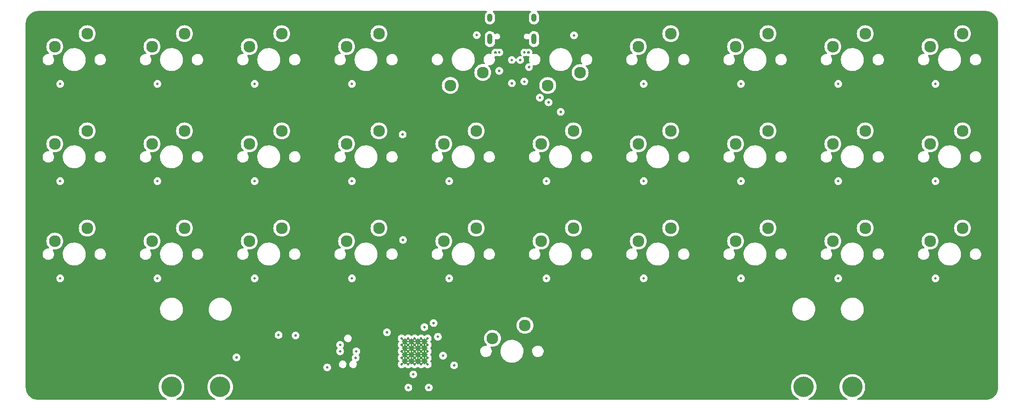
<source format=gbr>
%TF.GenerationSoftware,KiCad,Pcbnew,7.0.7-7.0.7~ubuntu23.04.1*%
%TF.CreationDate,2023-08-22T21:30:14-04:00*%
%TF.ProjectId,KeyboardSpeedrun,4b657962-6f61-4726-9453-706565647275,rev?*%
%TF.SameCoordinates,Original*%
%TF.FileFunction,Copper,L2,Inr*%
%TF.FilePolarity,Positive*%
%FSLAX46Y46*%
G04 Gerber Fmt 4.6, Leading zero omitted, Abs format (unit mm)*
G04 Created by KiCad (PCBNEW 7.0.7-7.0.7~ubuntu23.04.1) date 2023-08-22 21:30:14*
%MOMM*%
%LPD*%
G01*
G04 APERTURE LIST*
%TA.AperFunction,ComponentPad*%
%ADD10C,2.300000*%
%TD*%
%TA.AperFunction,ComponentPad*%
%ADD11C,4.000000*%
%TD*%
%TA.AperFunction,ComponentPad*%
%ADD12C,0.500000*%
%TD*%
%TA.AperFunction,ComponentPad*%
%ADD13O,1.000000X1.600000*%
%TD*%
%TA.AperFunction,ComponentPad*%
%ADD14O,1.000000X2.100000*%
%TD*%
%TA.AperFunction,ViaPad*%
%ADD15C,0.500000*%
%TD*%
G04 APERTURE END LIST*
D10*
%TO.N,COLUMN0*%
%TO.C,MX1*%
X79533750Y-56991250D03*
%TO.N,Net-(D1-A)*%
X85883750Y-54451250D03*
%TD*%
%TO.N,COLUMN7*%
%TO.C,MX28*%
X212883750Y-95091250D03*
%TO.N,Net-(D28-A)*%
X219233750Y-92551250D03*
%TD*%
%TO.N,COLUMN2*%
%TO.C,MX13*%
X117633750Y-76041250D03*
%TO.N,Net-(D13-A)*%
X123983750Y-73501250D03*
%TD*%
%TO.N,COLUMN3*%
%TO.C,MX24*%
X136683750Y-95091250D03*
%TO.N,Net-(D24-A)*%
X143033750Y-92551250D03*
%TD*%
%TO.N,COLUMN8*%
%TO.C,MX9*%
X231933750Y-56991250D03*
%TO.N,Net-(D9-A)*%
X238283750Y-54451250D03*
%TD*%
%TO.N,COLUMN1*%
%TO.C,MX22*%
X98583750Y-95091250D03*
%TO.N,Net-(D22-A)*%
X104933750Y-92551250D03*
%TD*%
%TO.N,COLUMN0*%
%TO.C,MX11*%
X79533750Y-76041250D03*
%TO.N,Net-(D11-A)*%
X85883750Y-73501250D03*
%TD*%
%TO.N,COLUMN1*%
%TO.C,MX12*%
X98583750Y-76041250D03*
%TO.N,Net-(D12-A)*%
X104933750Y-73501250D03*
%TD*%
%TO.N,COLUMN7*%
%TO.C,MX8*%
X212883750Y-56991250D03*
%TO.N,Net-(D8-A)*%
X219233750Y-54451250D03*
%TD*%
%TO.N,COLUMN4*%
%TO.C,MX31*%
X165258750Y-114141250D03*
%TO.N,Net-(D31-A)*%
X171608750Y-111601250D03*
%TD*%
%TO.N,COLUMN8*%
%TO.C,MX19*%
X231933750Y-76041250D03*
%TO.N,Net-(D19-A)*%
X238283750Y-73501250D03*
%TD*%
%TO.N,COLUMN4*%
%TO.C,MX5*%
X163353750Y-62051250D03*
%TO.N,Net-(D5-A)*%
X157003750Y-64591250D03*
%TD*%
%TO.N,COLUMN9*%
%TO.C,MX10*%
X250983750Y-56991250D03*
%TO.N,Net-(D10-A)*%
X257333750Y-54451250D03*
%TD*%
%TO.N,COLUMN7*%
%TO.C,MX18*%
X212883750Y-76041250D03*
%TO.N,Net-(D18-A)*%
X219233750Y-73501250D03*
%TD*%
%TO.N,COLUMN9*%
%TO.C,MX30*%
X250983750Y-95091250D03*
%TO.N,Net-(D30-A)*%
X257333750Y-92551250D03*
%TD*%
%TO.N,COLUMN2*%
%TO.C,MX23*%
X117633750Y-95091250D03*
%TO.N,Net-(D23-A)*%
X123983750Y-92551250D03*
%TD*%
%TO.N,COLUMN3*%
%TO.C,MX14*%
X136683750Y-76041250D03*
%TO.N,Net-(D14-A)*%
X143033750Y-73501250D03*
%TD*%
%TO.N,COLUMN5*%
%TO.C,MX16*%
X174783750Y-76041250D03*
%TO.N,Net-(D16-A)*%
X181133750Y-73501250D03*
%TD*%
D11*
%TO.N,*%
%TO.C,STAB31*%
X235743750Y-123666250D03*
X226218750Y-123666250D03*
X111918750Y-123666250D03*
X102393750Y-123666250D03*
%TD*%
D10*
%TO.N,COLUMN4*%
%TO.C,MX25*%
X155733750Y-95091250D03*
%TO.N,Net-(D25-A)*%
X162083750Y-92551250D03*
%TD*%
%TO.N,COLUMN8*%
%TO.C,MX29*%
X231933750Y-95091250D03*
%TO.N,Net-(D29-A)*%
X238283750Y-92551250D03*
%TD*%
%TO.N,COLUMN1*%
%TO.C,MX2*%
X98583750Y-56991250D03*
%TO.N,Net-(D2-A)*%
X104933750Y-54451250D03*
%TD*%
%TO.N,COLUMN6*%
%TO.C,MX7*%
X193833750Y-56991250D03*
%TO.N,Net-(D7-A)*%
X200183750Y-54451250D03*
%TD*%
%TO.N,COLUMN9*%
%TO.C,MX20*%
X250983750Y-76041250D03*
%TO.N,Net-(D20-A)*%
X257333750Y-73501250D03*
%TD*%
%TO.N,COLUMN6*%
%TO.C,MX17*%
X193833750Y-76041250D03*
%TO.N,Net-(D17-A)*%
X200183750Y-73501250D03*
%TD*%
%TO.N,COLUMN4*%
%TO.C,MX15*%
X155733750Y-76041250D03*
%TO.N,Net-(D15-A)*%
X162083750Y-73501250D03*
%TD*%
%TO.N,COLUMN0*%
%TO.C,MX21*%
X79533750Y-95091250D03*
%TO.N,Net-(D21-A)*%
X85883750Y-92551250D03*
%TD*%
%TO.N,COLUMN5*%
%TO.C,MX6*%
X182423750Y-62071250D03*
%TO.N,Net-(D6-A)*%
X176073750Y-64611250D03*
%TD*%
%TO.N,COLUMN6*%
%TO.C,MX27*%
X193833750Y-95091250D03*
%TO.N,Net-(D27-A)*%
X200183750Y-92551250D03*
%TD*%
%TO.N,COLUMN3*%
%TO.C,MX4*%
X136683750Y-56991250D03*
%TO.N,Net-(D4-A)*%
X143033750Y-54451250D03*
%TD*%
%TO.N,COLUMN5*%
%TO.C,MX26*%
X174783750Y-95091250D03*
%TO.N,Net-(D26-A)*%
X181133750Y-92551250D03*
%TD*%
%TO.N,COLUMN2*%
%TO.C,MX3*%
X117633750Y-56991250D03*
%TO.N,Net-(D3-A)*%
X123983750Y-54451250D03*
%TD*%
D12*
%TO.N,GND*%
%TO.C,U1*%
X147468750Y-119231250D03*
X148743750Y-119231250D03*
X150018750Y-119231250D03*
X151293750Y-119231250D03*
X152568750Y-119231250D03*
X147468750Y-117956250D03*
X148743750Y-117956250D03*
X150018750Y-117956250D03*
X151293750Y-117956250D03*
X152568750Y-117956250D03*
X147468750Y-116681250D03*
X148743750Y-116681250D03*
X150018750Y-116681250D03*
X151293750Y-116681250D03*
X152568750Y-116681250D03*
X147468750Y-115406250D03*
X148743750Y-115406250D03*
X150018750Y-115406250D03*
X151293750Y-115406250D03*
X152568750Y-115406250D03*
X147468750Y-114131250D03*
X148743750Y-114131250D03*
X150018750Y-114131250D03*
X151293750Y-114131250D03*
X152568750Y-114131250D03*
%TD*%
D13*
%TO.N,GND*%
%TO.C,J1*%
X164748750Y-51337500D03*
D14*
X164748750Y-55517500D03*
D13*
X173388750Y-51337500D03*
D14*
X173388750Y-55517500D03*
%TD*%
D15*
%TO.N,+3.3V*%
X155198750Y-119436250D03*
X152768750Y-111146250D03*
X117148750Y-119986250D03*
X148768750Y-121336250D03*
X178638750Y-70726250D03*
X152768750Y-121326250D03*
X138445625Y-115416250D03*
X144608750Y-113926250D03*
%TO.N,GND*%
X148768750Y-123776250D03*
X144588750Y-112966250D03*
X138445625Y-117956250D03*
X153728750Y-111146250D03*
X157738750Y-119436250D03*
X152768750Y-123766250D03*
X126678750Y-113576250D03*
X178628750Y-69776250D03*
X169068750Y-64156250D03*
X115118750Y-117876250D03*
X147658750Y-74196250D03*
X176248750Y-67896250D03*
X166568750Y-61736250D03*
X172408750Y-61006250D03*
X170688750Y-59596250D03*
X147738750Y-94866250D03*
X172318750Y-58136250D03*
X165828750Y-58136250D03*
%TO.N,/SWD*%
X151898750Y-111946250D03*
X135405625Y-115416250D03*
%TO.N,/~{RST}*%
X138598750Y-116686250D03*
X132878750Y-119846250D03*
X149768750Y-121216250D03*
%TO.N,/SWCLK*%
X154558750Y-113846250D03*
X135398750Y-116676250D03*
%TO.N,ROW0*%
X252038750Y-64296250D03*
X137738750Y-64296250D03*
X99638750Y-64296250D03*
X194888750Y-64296250D03*
X213938750Y-64296250D03*
X118688750Y-64296250D03*
X181228750Y-54766250D03*
X80588750Y-64296250D03*
X162168750Y-54746250D03*
X232988750Y-64296250D03*
%TO.N,ROW1*%
X156788750Y-83346250D03*
X137738750Y-83346250D03*
X232988750Y-83346250D03*
X194888750Y-83346250D03*
X252038750Y-83346250D03*
X99638750Y-83346250D03*
X80588750Y-83346250D03*
X213938750Y-83346250D03*
X118688750Y-83346250D03*
X175838750Y-83346250D03*
%TO.N,ROW2*%
X118688750Y-102396250D03*
X232988750Y-102396250D03*
X194888750Y-102396250D03*
X80588750Y-102396250D03*
X137738750Y-102396250D03*
X99638750Y-102396250D03*
X213938750Y-102396250D03*
X156788750Y-102396250D03*
X175838750Y-102396250D03*
X252038750Y-102396250D03*
%TO.N,/BOOT0*%
X123358750Y-113486250D03*
X155568750Y-117536250D03*
%TO.N,VBUS*%
X174538750Y-66976250D03*
X169068750Y-59586250D03*
%TO.N,Net-(F1-Pad1)*%
X166618750Y-58136250D03*
X171508750Y-63816250D03*
X171518750Y-58136250D03*
%TD*%
%TA.AperFunction,Conductor*%
%TO.N,GND*%
G36*
X148809728Y-123534315D02*
G01*
X148836792Y-123540491D01*
X148862547Y-123549504D01*
X148887550Y-123561545D01*
X148910641Y-123576054D01*
X148932344Y-123593363D01*
X148951632Y-123612651D01*
X148968939Y-123634352D01*
X148983450Y-123657446D01*
X148995496Y-123682459D01*
X149004504Y-123708202D01*
X149010683Y-123735272D01*
X149010683Y-123735274D01*
X149010684Y-123735276D01*
X149013736Y-123762368D01*
X149013735Y-123790134D01*
X149010682Y-123817227D01*
X149004504Y-123844295D01*
X148995498Y-123870034D01*
X148983450Y-123895052D01*
X148968943Y-123918140D01*
X148951633Y-123939847D01*
X148941988Y-123949492D01*
X148932347Y-123959133D01*
X148910644Y-123976440D01*
X148887560Y-123990946D01*
X148862541Y-124002995D01*
X148836794Y-124012005D01*
X148809723Y-124018183D01*
X148782635Y-124021235D01*
X148754869Y-124021235D01*
X148727772Y-124018182D01*
X148700699Y-124012003D01*
X148674962Y-124002997D01*
X148649947Y-123990950D01*
X148626859Y-123976443D01*
X148605149Y-123959130D01*
X148585866Y-123939847D01*
X148568556Y-123918142D01*
X148568555Y-123918140D01*
X148554049Y-123895055D01*
X148542001Y-123870037D01*
X148532993Y-123844292D01*
X148526815Y-123817222D01*
X148525688Y-123807222D01*
X148523762Y-123790129D01*
X148523762Y-123762372D01*
X148526815Y-123735267D01*
X148532991Y-123708207D01*
X148542005Y-123682446D01*
X148554043Y-123657450D01*
X148568557Y-123634351D01*
X148585859Y-123612657D01*
X148605155Y-123593361D01*
X148626847Y-123576061D01*
X148649949Y-123561545D01*
X148674957Y-123549502D01*
X148700704Y-123540493D01*
X148727769Y-123534315D01*
X148754866Y-123531262D01*
X148782623Y-123531262D01*
X148809728Y-123534315D01*
G37*
%TD.AperFunction*%
%TA.AperFunction,Conductor*%
G36*
X152809728Y-123524315D02*
G01*
X152836792Y-123530491D01*
X152862547Y-123539504D01*
X152887550Y-123551545D01*
X152910641Y-123566054D01*
X152932344Y-123583363D01*
X152951632Y-123602651D01*
X152968940Y-123624353D01*
X152983448Y-123647442D01*
X152995496Y-123672460D01*
X153004504Y-123698205D01*
X153010682Y-123725271D01*
X153013735Y-123752363D01*
X153013735Y-123780133D01*
X153010682Y-123807228D01*
X153004503Y-123834300D01*
X152995497Y-123860037D01*
X152983451Y-123885052D01*
X152968943Y-123908142D01*
X152951629Y-123929852D01*
X152932353Y-123949128D01*
X152910645Y-123966440D01*
X152887556Y-123980948D01*
X152862538Y-123992996D01*
X152836795Y-124002004D01*
X152809723Y-124008183D01*
X152782635Y-124011235D01*
X152754869Y-124011235D01*
X152727772Y-124008182D01*
X152700699Y-124002003D01*
X152674962Y-123992997D01*
X152649947Y-123980950D01*
X152626859Y-123966443D01*
X152605149Y-123949130D01*
X152585866Y-123929847D01*
X152568556Y-123908142D01*
X152554049Y-123885055D01*
X152542001Y-123860037D01*
X152532993Y-123834292D01*
X152526815Y-123807222D01*
X152523763Y-123780132D01*
X152523762Y-123752372D01*
X152523763Y-123752363D01*
X152526815Y-123725267D01*
X152532992Y-123698205D01*
X152542005Y-123672446D01*
X152554043Y-123647450D01*
X152568557Y-123624351D01*
X152585859Y-123602657D01*
X152605155Y-123583361D01*
X152626847Y-123566061D01*
X152649949Y-123551545D01*
X152674957Y-123539502D01*
X152700704Y-123530493D01*
X152727769Y-123524315D01*
X152754866Y-123521262D01*
X152782623Y-123521262D01*
X152809728Y-123524315D01*
G37*
%TD.AperFunction*%
%TA.AperFunction,Conductor*%
G36*
X157779728Y-119194315D02*
G01*
X157806792Y-119200491D01*
X157832547Y-119209504D01*
X157857550Y-119221545D01*
X157880641Y-119236054D01*
X157902344Y-119253363D01*
X157921632Y-119272651D01*
X157938940Y-119294353D01*
X157953448Y-119317442D01*
X157965496Y-119342460D01*
X157974504Y-119368205D01*
X157980682Y-119395271D01*
X157983735Y-119422363D01*
X157983735Y-119450133D01*
X157980682Y-119477228D01*
X157974503Y-119504300D01*
X157965497Y-119530037D01*
X157953451Y-119555052D01*
X157938943Y-119578142D01*
X157921629Y-119599852D01*
X157902353Y-119619128D01*
X157880645Y-119636440D01*
X157857556Y-119650948D01*
X157832538Y-119662996D01*
X157806795Y-119672004D01*
X157779723Y-119678183D01*
X157752635Y-119681235D01*
X157724869Y-119681235D01*
X157697772Y-119678182D01*
X157670699Y-119672003D01*
X157644962Y-119662997D01*
X157619947Y-119650950D01*
X157596859Y-119636443D01*
X157575149Y-119619130D01*
X157555866Y-119599847D01*
X157538556Y-119578142D01*
X157524049Y-119555055D01*
X157512001Y-119530037D01*
X157502993Y-119504292D01*
X157496815Y-119477222D01*
X157494129Y-119453384D01*
X157493762Y-119450129D01*
X157493762Y-119422372D01*
X157493763Y-119422363D01*
X157496815Y-119395267D01*
X157502992Y-119368205D01*
X157512005Y-119342446D01*
X157524043Y-119317450D01*
X157538557Y-119294351D01*
X157555859Y-119272657D01*
X157575155Y-119253361D01*
X157596847Y-119236061D01*
X157619949Y-119221545D01*
X157644957Y-119209502D01*
X157670704Y-119200493D01*
X157697769Y-119194315D01*
X157724866Y-119191262D01*
X157752623Y-119191262D01*
X157779728Y-119194315D01*
G37*
%TD.AperFunction*%
%TA.AperFunction,Conductor*%
G36*
X152019002Y-114170164D02*
G01*
X152068407Y-114219569D01*
X152082313Y-114261347D01*
X152084070Y-114273566D01*
X152135982Y-114387238D01*
X152135983Y-114387239D01*
X152320107Y-114203115D01*
X152381430Y-114169630D01*
X152451121Y-114174614D01*
X152507055Y-114216485D01*
X152508129Y-114217943D01*
X152509319Y-114219582D01*
X152532778Y-114285396D01*
X152516931Y-114353445D01*
X152496659Y-114380116D01*
X152314543Y-114562232D01*
X152314543Y-114562233D01*
X152358907Y-114590743D01*
X152454734Y-114618881D01*
X152513512Y-114656655D01*
X152542537Y-114720211D01*
X152543484Y-114746697D01*
X152542601Y-114759052D01*
X152542601Y-114759054D01*
X152544842Y-114790400D01*
X152529989Y-114858673D01*
X152480582Y-114908077D01*
X152456093Y-114918220D01*
X152358909Y-114946755D01*
X152358903Y-114946758D01*
X152314542Y-114975266D01*
X152496660Y-115157383D01*
X152530145Y-115218706D01*
X152525161Y-115288397D01*
X152509291Y-115317957D01*
X152508100Y-115319596D01*
X152452767Y-115362258D01*
X152383153Y-115368231D01*
X152321361Y-115335621D01*
X152320107Y-115334384D01*
X152135983Y-115150259D01*
X152084070Y-115263934D01*
X152084069Y-115263935D01*
X152063608Y-115406250D01*
X152084069Y-115548565D01*
X152135982Y-115662238D01*
X152135983Y-115662239D01*
X152320107Y-115478116D01*
X152381430Y-115444631D01*
X152451122Y-115449615D01*
X152507055Y-115491487D01*
X152508108Y-115492915D01*
X152509298Y-115494553D01*
X152532776Y-115560360D01*
X152516949Y-115628413D01*
X152496659Y-115655116D01*
X152314543Y-115837232D01*
X152314543Y-115837233D01*
X152358907Y-115865743D01*
X152454734Y-115893881D01*
X152513512Y-115931655D01*
X152542537Y-115995211D01*
X152543484Y-116021697D01*
X152542601Y-116034052D01*
X152542601Y-116034054D01*
X152544842Y-116065400D01*
X152529989Y-116133673D01*
X152480582Y-116183077D01*
X152456093Y-116193220D01*
X152358909Y-116221755D01*
X152358903Y-116221758D01*
X152314542Y-116250266D01*
X152496660Y-116432383D01*
X152530145Y-116493706D01*
X152525161Y-116563397D01*
X152509270Y-116592986D01*
X152508079Y-116594624D01*
X152452734Y-116637270D01*
X152383118Y-116643223D01*
X152321335Y-116610594D01*
X152320107Y-116609383D01*
X152135983Y-116425259D01*
X152084070Y-116538934D01*
X152084069Y-116538935D01*
X152063608Y-116681250D01*
X152084069Y-116823565D01*
X152135982Y-116937238D01*
X152320106Y-116753115D01*
X152381429Y-116719630D01*
X152451120Y-116724614D01*
X152507054Y-116766485D01*
X152508099Y-116767903D01*
X152509290Y-116769542D01*
X152532775Y-116835346D01*
X152516955Y-116903401D01*
X152496659Y-116930116D01*
X152314543Y-117112232D01*
X152314543Y-117112233D01*
X152358907Y-117140743D01*
X152454734Y-117168881D01*
X152513512Y-117206655D01*
X152542537Y-117270211D01*
X152543484Y-117296697D01*
X152542601Y-117309052D01*
X152542601Y-117309054D01*
X152544842Y-117340400D01*
X152529989Y-117408673D01*
X152480582Y-117458077D01*
X152456093Y-117468220D01*
X152358909Y-117496755D01*
X152358903Y-117496758D01*
X152314542Y-117525266D01*
X152496660Y-117707383D01*
X152530145Y-117768706D01*
X152525161Y-117838397D01*
X152509291Y-117867957D01*
X152508100Y-117869596D01*
X152452767Y-117912258D01*
X152383153Y-117918231D01*
X152321361Y-117885621D01*
X152320107Y-117884384D01*
X152135983Y-117700259D01*
X152084070Y-117813934D01*
X152084069Y-117813935D01*
X152063608Y-117956248D01*
X152084069Y-118098565D01*
X152135982Y-118212238D01*
X152135983Y-118212239D01*
X152320107Y-118028116D01*
X152381430Y-117994631D01*
X152451122Y-117999615D01*
X152507055Y-118041487D01*
X152508108Y-118042915D01*
X152509298Y-118044553D01*
X152532776Y-118110360D01*
X152516949Y-118178413D01*
X152496659Y-118205116D01*
X152314543Y-118387232D01*
X152314543Y-118387233D01*
X152358907Y-118415743D01*
X152454734Y-118443881D01*
X152513512Y-118481655D01*
X152542537Y-118545211D01*
X152543484Y-118571697D01*
X152542601Y-118584052D01*
X152542601Y-118584054D01*
X152544842Y-118615400D01*
X152529989Y-118683673D01*
X152480582Y-118733077D01*
X152456093Y-118743220D01*
X152358909Y-118771755D01*
X152358903Y-118771758D01*
X152314542Y-118800266D01*
X152496659Y-118982383D01*
X152530144Y-119043706D01*
X152525160Y-119113398D01*
X152509298Y-119142946D01*
X152508108Y-119144584D01*
X152452780Y-119187252D01*
X152383167Y-119193233D01*
X152321370Y-119160629D01*
X152320107Y-119159383D01*
X152135983Y-118975259D01*
X152084068Y-119088937D01*
X152082509Y-119099783D01*
X152053481Y-119163337D01*
X151994701Y-119201109D01*
X151950929Y-119205814D01*
X151940956Y-119205101D01*
X151940950Y-119205101D01*
X151911770Y-119207188D01*
X151843497Y-119192336D01*
X151794092Y-119142931D01*
X151780186Y-119101148D01*
X151778431Y-119088941D01*
X151778428Y-119088931D01*
X151726516Y-118975260D01*
X151726515Y-118975260D01*
X151542392Y-119159383D01*
X151481069Y-119192868D01*
X151411377Y-119187884D01*
X151355444Y-119146012D01*
X151354391Y-119144584D01*
X151353201Y-119142946D01*
X151329723Y-119077139D01*
X151345550Y-119009086D01*
X151365840Y-118982383D01*
X151547956Y-118800266D01*
X151503594Y-118771757D01*
X151503591Y-118771755D01*
X151365640Y-118731250D01*
X151221860Y-118731250D01*
X151083909Y-118771755D01*
X151083903Y-118771758D01*
X151039542Y-118800266D01*
X151221660Y-118982383D01*
X151255145Y-119043706D01*
X151250161Y-119113397D01*
X151234270Y-119142986D01*
X151233079Y-119144624D01*
X151177734Y-119187270D01*
X151108118Y-119193223D01*
X151046335Y-119160594D01*
X151045107Y-119159383D01*
X150860983Y-118975259D01*
X150809068Y-119088937D01*
X150807509Y-119099783D01*
X150778481Y-119163337D01*
X150719701Y-119201109D01*
X150675929Y-119205814D01*
X150665956Y-119205101D01*
X150665944Y-119205101D01*
X150636766Y-119207187D01*
X150568494Y-119192333D01*
X150519090Y-119142927D01*
X150505186Y-119101148D01*
X150503431Y-119088940D01*
X150503428Y-119088931D01*
X150451516Y-118975260D01*
X150451515Y-118975260D01*
X150267392Y-119159383D01*
X150206069Y-119192868D01*
X150136377Y-119187884D01*
X150080444Y-119146012D01*
X150079391Y-119144584D01*
X150078201Y-119142946D01*
X150054723Y-119077139D01*
X150070550Y-119009086D01*
X150090840Y-118982383D01*
X150272956Y-118800266D01*
X150228594Y-118771757D01*
X150228591Y-118771755D01*
X150090640Y-118731250D01*
X149946860Y-118731250D01*
X149808909Y-118771755D01*
X149808903Y-118771758D01*
X149764542Y-118800266D01*
X149946660Y-118982383D01*
X149980145Y-119043706D01*
X149975161Y-119113397D01*
X149959270Y-119142986D01*
X149958079Y-119144624D01*
X149902734Y-119187270D01*
X149833118Y-119193223D01*
X149771335Y-119160594D01*
X149770107Y-119159383D01*
X149585983Y-118975259D01*
X149534068Y-119088937D01*
X149532509Y-119099783D01*
X149503481Y-119163337D01*
X149444701Y-119201109D01*
X149400929Y-119205814D01*
X149390956Y-119205101D01*
X149390945Y-119205101D01*
X149361766Y-119207187D01*
X149293494Y-119192333D01*
X149244090Y-119142926D01*
X149230186Y-119101148D01*
X149228431Y-119088940D01*
X149228428Y-119088931D01*
X149176516Y-118975260D01*
X149176515Y-118975260D01*
X148992392Y-119159383D01*
X148931069Y-119192868D01*
X148861377Y-119187884D01*
X148805444Y-119146012D01*
X148804391Y-119144584D01*
X148803201Y-119142946D01*
X148779723Y-119077139D01*
X148795550Y-119009086D01*
X148815840Y-118982383D01*
X148997956Y-118800266D01*
X148953594Y-118771757D01*
X148953591Y-118771755D01*
X148815640Y-118731250D01*
X148671860Y-118731250D01*
X148533909Y-118771755D01*
X148533903Y-118771758D01*
X148489542Y-118800266D01*
X148671660Y-118982383D01*
X148705145Y-119043706D01*
X148700161Y-119113397D01*
X148684270Y-119142986D01*
X148683079Y-119144624D01*
X148627734Y-119187270D01*
X148558118Y-119193223D01*
X148496335Y-119160594D01*
X148495107Y-119159383D01*
X148310983Y-118975259D01*
X148259068Y-119088937D01*
X148257509Y-119099783D01*
X148228481Y-119163337D01*
X148169701Y-119201109D01*
X148125929Y-119205814D01*
X148115956Y-119205101D01*
X148115945Y-119205101D01*
X148086766Y-119207187D01*
X148018494Y-119192333D01*
X147969090Y-119142926D01*
X147955186Y-119101148D01*
X147953431Y-119088940D01*
X147953428Y-119088931D01*
X147901516Y-118975260D01*
X147901515Y-118975260D01*
X147717392Y-119159383D01*
X147656069Y-119192868D01*
X147586377Y-119187884D01*
X147530444Y-119146012D01*
X147529420Y-119144624D01*
X147528229Y-119142986D01*
X147504725Y-119077189D01*
X147520525Y-119009129D01*
X147540839Y-118982383D01*
X147722956Y-118800266D01*
X147678594Y-118771757D01*
X147678590Y-118771755D01*
X147582765Y-118743618D01*
X147523987Y-118705843D01*
X147494962Y-118642287D01*
X147494016Y-118615794D01*
X147494899Y-118603449D01*
X147492657Y-118572103D01*
X147507509Y-118503830D01*
X147556914Y-118454425D01*
X147581407Y-118444280D01*
X147678591Y-118415744D01*
X147678592Y-118415744D01*
X147722955Y-118387233D01*
X147722955Y-118387232D01*
X147540839Y-118205116D01*
X147507354Y-118143793D01*
X147512338Y-118074101D01*
X147528237Y-118044502D01*
X147529429Y-118042863D01*
X147584779Y-118000223D01*
X147654395Y-117994278D01*
X147716175Y-118026913D01*
X147717393Y-118028115D01*
X147901515Y-118212238D01*
X147901516Y-118212238D01*
X147953429Y-118098566D01*
X147953430Y-118098561D01*
X147973892Y-117956248D01*
X148238608Y-117956248D01*
X148259069Y-118098565D01*
X148310982Y-118212238D01*
X148310983Y-118212239D01*
X148495107Y-118028116D01*
X148556430Y-117994631D01*
X148626122Y-117999615D01*
X148682055Y-118041487D01*
X148683079Y-118042875D01*
X148684270Y-118044513D01*
X148707774Y-118110310D01*
X148691974Y-118178370D01*
X148671660Y-118205116D01*
X148489543Y-118387232D01*
X148489543Y-118387233D01*
X148533907Y-118415743D01*
X148671860Y-118456250D01*
X148815639Y-118456250D01*
X148953592Y-118415743D01*
X148997955Y-118387233D01*
X148997955Y-118387232D01*
X148815840Y-118205116D01*
X148782355Y-118143793D01*
X148787339Y-118074101D01*
X148803201Y-118044553D01*
X148804391Y-118042915D01*
X148859719Y-118000247D01*
X148929332Y-117994266D01*
X148991129Y-118026870D01*
X148992392Y-118028116D01*
X149176515Y-118212238D01*
X149176516Y-118212238D01*
X149228429Y-118098566D01*
X149228430Y-118098561D01*
X149248892Y-117956248D01*
X149513608Y-117956248D01*
X149534069Y-118098565D01*
X149585982Y-118212238D01*
X149585983Y-118212239D01*
X149770107Y-118028116D01*
X149831430Y-117994631D01*
X149901122Y-117999615D01*
X149957055Y-118041487D01*
X149958079Y-118042875D01*
X149959270Y-118044513D01*
X149982774Y-118110310D01*
X149966974Y-118178370D01*
X149946660Y-118205116D01*
X149764543Y-118387232D01*
X149764543Y-118387233D01*
X149808907Y-118415743D01*
X149946860Y-118456250D01*
X150090639Y-118456250D01*
X150228592Y-118415743D01*
X150272955Y-118387233D01*
X150272955Y-118387232D01*
X150090840Y-118205116D01*
X150057355Y-118143793D01*
X150062339Y-118074101D01*
X150078201Y-118044553D01*
X150079391Y-118042915D01*
X150134719Y-118000247D01*
X150204332Y-117994266D01*
X150266129Y-118026870D01*
X150267392Y-118028116D01*
X150451515Y-118212238D01*
X150451516Y-118212238D01*
X150503429Y-118098566D01*
X150503430Y-118098561D01*
X150523892Y-117956248D01*
X150788608Y-117956248D01*
X150809069Y-118098565D01*
X150860982Y-118212238D01*
X150860983Y-118212239D01*
X151045107Y-118028116D01*
X151106430Y-117994631D01*
X151176122Y-117999615D01*
X151232055Y-118041487D01*
X151233079Y-118042875D01*
X151234270Y-118044513D01*
X151257774Y-118110310D01*
X151241974Y-118178370D01*
X151221660Y-118205116D01*
X151039543Y-118387232D01*
X151039543Y-118387233D01*
X151083907Y-118415743D01*
X151221860Y-118456250D01*
X151365639Y-118456250D01*
X151503592Y-118415743D01*
X151547955Y-118387233D01*
X151547955Y-118387232D01*
X151365840Y-118205116D01*
X151332355Y-118143793D01*
X151337339Y-118074101D01*
X151353201Y-118044553D01*
X151354391Y-118042915D01*
X151409719Y-118000247D01*
X151479332Y-117994266D01*
X151541129Y-118026870D01*
X151542392Y-118028116D01*
X151726515Y-118212238D01*
X151726516Y-118212238D01*
X151778429Y-118098566D01*
X151778430Y-118098561D01*
X151798892Y-117956248D01*
X151778430Y-117813938D01*
X151778429Y-117813933D01*
X151726515Y-117700260D01*
X151542392Y-117884384D01*
X151481069Y-117917869D01*
X151411377Y-117912885D01*
X151355444Y-117871013D01*
X151354370Y-117869556D01*
X151353180Y-117867917D01*
X151329721Y-117802103D01*
X151345568Y-117734054D01*
X151365840Y-117707383D01*
X151547956Y-117525266D01*
X151503594Y-117496757D01*
X151503591Y-117496755D01*
X151365640Y-117456250D01*
X151221860Y-117456250D01*
X151083909Y-117496755D01*
X151083903Y-117496758D01*
X151039542Y-117525266D01*
X151221660Y-117707383D01*
X151255145Y-117768706D01*
X151250161Y-117838397D01*
X151234291Y-117867957D01*
X151233100Y-117869596D01*
X151177767Y-117912258D01*
X151108153Y-117918231D01*
X151046361Y-117885621D01*
X151045107Y-117884384D01*
X150860983Y-117700259D01*
X150809070Y-117813934D01*
X150809069Y-117813935D01*
X150788608Y-117956248D01*
X150523892Y-117956248D01*
X150503430Y-117813938D01*
X150503429Y-117813933D01*
X150451515Y-117700260D01*
X150267392Y-117884384D01*
X150206069Y-117917869D01*
X150136377Y-117912885D01*
X150080444Y-117871013D01*
X150079370Y-117869556D01*
X150078180Y-117867917D01*
X150054721Y-117802103D01*
X150070568Y-117734054D01*
X150090840Y-117707383D01*
X150272956Y-117525266D01*
X150228594Y-117496757D01*
X150228591Y-117496755D01*
X150090640Y-117456250D01*
X149946860Y-117456250D01*
X149808909Y-117496755D01*
X149808903Y-117496758D01*
X149764542Y-117525266D01*
X149946660Y-117707383D01*
X149980145Y-117768706D01*
X149975161Y-117838397D01*
X149959291Y-117867957D01*
X149958100Y-117869596D01*
X149902767Y-117912258D01*
X149833153Y-117918231D01*
X149771361Y-117885621D01*
X149770107Y-117884384D01*
X149585983Y-117700259D01*
X149534070Y-117813934D01*
X149534069Y-117813935D01*
X149513608Y-117956248D01*
X149248892Y-117956248D01*
X149228430Y-117813938D01*
X149228429Y-117813933D01*
X149176515Y-117700260D01*
X148992392Y-117884384D01*
X148931069Y-117917869D01*
X148861377Y-117912885D01*
X148805444Y-117871013D01*
X148804370Y-117869556D01*
X148803180Y-117867917D01*
X148779721Y-117802103D01*
X148795568Y-117734054D01*
X148815840Y-117707383D01*
X148997956Y-117525266D01*
X148953594Y-117496757D01*
X148953591Y-117496755D01*
X148815640Y-117456250D01*
X148671860Y-117456250D01*
X148533909Y-117496755D01*
X148533903Y-117496758D01*
X148489542Y-117525266D01*
X148671660Y-117707383D01*
X148705145Y-117768706D01*
X148700161Y-117838397D01*
X148684291Y-117867957D01*
X148683100Y-117869596D01*
X148627767Y-117912258D01*
X148558153Y-117918231D01*
X148496361Y-117885621D01*
X148495107Y-117884384D01*
X148310983Y-117700259D01*
X148259070Y-117813934D01*
X148259069Y-117813935D01*
X148238608Y-117956248D01*
X147973892Y-117956248D01*
X147953430Y-117813938D01*
X147953429Y-117813933D01*
X147901516Y-117700260D01*
X147901515Y-117700260D01*
X147717392Y-117884383D01*
X147656069Y-117917868D01*
X147586377Y-117912884D01*
X147530444Y-117871012D01*
X147529420Y-117869624D01*
X147528229Y-117867986D01*
X147504725Y-117802189D01*
X147520525Y-117734129D01*
X147540839Y-117707383D01*
X147722956Y-117525266D01*
X147678594Y-117496757D01*
X147678590Y-117496755D01*
X147582765Y-117468618D01*
X147523987Y-117430843D01*
X147494962Y-117367287D01*
X147494016Y-117340794D01*
X147494899Y-117328449D01*
X147492657Y-117297103D01*
X147507509Y-117228830D01*
X147556914Y-117179425D01*
X147581407Y-117169280D01*
X147678591Y-117140744D01*
X147678592Y-117140744D01*
X147722955Y-117112233D01*
X147722955Y-117112232D01*
X147540839Y-116930116D01*
X147507354Y-116868793D01*
X147512338Y-116799101D01*
X147528229Y-116769513D01*
X147529420Y-116767875D01*
X147584765Y-116725229D01*
X147654381Y-116719276D01*
X147716164Y-116751905D01*
X147717392Y-116753116D01*
X147901515Y-116937238D01*
X147901516Y-116937238D01*
X147953429Y-116823566D01*
X147953430Y-116823561D01*
X147973891Y-116681250D01*
X148238608Y-116681250D01*
X148259069Y-116823565D01*
X148310982Y-116937238D01*
X148310983Y-116937239D01*
X148495107Y-116753116D01*
X148556430Y-116719631D01*
X148626122Y-116724615D01*
X148682055Y-116766487D01*
X148683079Y-116767875D01*
X148684270Y-116769513D01*
X148707774Y-116835310D01*
X148691974Y-116903370D01*
X148671660Y-116930116D01*
X148489543Y-117112232D01*
X148489543Y-117112233D01*
X148533907Y-117140743D01*
X148671860Y-117181250D01*
X148815639Y-117181250D01*
X148953592Y-117140743D01*
X148997955Y-117112233D01*
X148997955Y-117112232D01*
X148815840Y-116930116D01*
X148782355Y-116868793D01*
X148787339Y-116799101D01*
X148803209Y-116769542D01*
X148804400Y-116767903D01*
X148859733Y-116725241D01*
X148929347Y-116719268D01*
X148991139Y-116751878D01*
X148992393Y-116753115D01*
X149176515Y-116937238D01*
X149176516Y-116937238D01*
X149228429Y-116823566D01*
X149228430Y-116823561D01*
X149248891Y-116681250D01*
X149513608Y-116681250D01*
X149534069Y-116823565D01*
X149585982Y-116937238D01*
X149585983Y-116937238D01*
X149770106Y-116753115D01*
X149831429Y-116719630D01*
X149901120Y-116724614D01*
X149957054Y-116766485D01*
X149958070Y-116767863D01*
X149959262Y-116769502D01*
X149982773Y-116835297D01*
X149966981Y-116903358D01*
X149946660Y-116930116D01*
X149764543Y-117112232D01*
X149764543Y-117112233D01*
X149808907Y-117140743D01*
X149946860Y-117181250D01*
X150090639Y-117181250D01*
X150228592Y-117140743D01*
X150272955Y-117112233D01*
X150272955Y-117112232D01*
X150090840Y-116930116D01*
X150057355Y-116868793D01*
X150062339Y-116799101D01*
X150078201Y-116769553D01*
X150079391Y-116767915D01*
X150134719Y-116725247D01*
X150204332Y-116719266D01*
X150266129Y-116751870D01*
X150267392Y-116753116D01*
X150451515Y-116937238D01*
X150451516Y-116937238D01*
X150503429Y-116823566D01*
X150503430Y-116823561D01*
X150523891Y-116681250D01*
X150788608Y-116681250D01*
X150809069Y-116823565D01*
X150860982Y-116937238D01*
X150860983Y-116937239D01*
X151045107Y-116753116D01*
X151106430Y-116719631D01*
X151176122Y-116724615D01*
X151232055Y-116766487D01*
X151233079Y-116767875D01*
X151234270Y-116769513D01*
X151257774Y-116835310D01*
X151241974Y-116903370D01*
X151221660Y-116930116D01*
X151039543Y-117112232D01*
X151039543Y-117112233D01*
X151083907Y-117140743D01*
X151221860Y-117181250D01*
X151365639Y-117181250D01*
X151503592Y-117140743D01*
X151547955Y-117112233D01*
X151547955Y-117112232D01*
X151365840Y-116930116D01*
X151332355Y-116868793D01*
X151337339Y-116799101D01*
X151353209Y-116769542D01*
X151354400Y-116767903D01*
X151409733Y-116725241D01*
X151479347Y-116719268D01*
X151541139Y-116751878D01*
X151542393Y-116753115D01*
X151726515Y-116937238D01*
X151726516Y-116937238D01*
X151778429Y-116823566D01*
X151778430Y-116823561D01*
X151798891Y-116681250D01*
X151778430Y-116538938D01*
X151778429Y-116538933D01*
X151726516Y-116425260D01*
X151726515Y-116425260D01*
X151542392Y-116609383D01*
X151481069Y-116642868D01*
X151411377Y-116637884D01*
X151355444Y-116596012D01*
X151354391Y-116594584D01*
X151353201Y-116592946D01*
X151329723Y-116527139D01*
X151345550Y-116459086D01*
X151365840Y-116432383D01*
X151547956Y-116250266D01*
X151503594Y-116221757D01*
X151503591Y-116221755D01*
X151365640Y-116181250D01*
X151221860Y-116181250D01*
X151083909Y-116221755D01*
X151083903Y-116221758D01*
X151039542Y-116250266D01*
X151221660Y-116432383D01*
X151255145Y-116493706D01*
X151250161Y-116563397D01*
X151234291Y-116592957D01*
X151233100Y-116594596D01*
X151177767Y-116637258D01*
X151108153Y-116643231D01*
X151046361Y-116610621D01*
X151045107Y-116609384D01*
X150860983Y-116425259D01*
X150809070Y-116538934D01*
X150809069Y-116538935D01*
X150788608Y-116681250D01*
X150523891Y-116681250D01*
X150503430Y-116538938D01*
X150503429Y-116538933D01*
X150451515Y-116425260D01*
X150267392Y-116609384D01*
X150206069Y-116642869D01*
X150136377Y-116637885D01*
X150080444Y-116596013D01*
X150079370Y-116594556D01*
X150078180Y-116592917D01*
X150054721Y-116527103D01*
X150070568Y-116459054D01*
X150090840Y-116432383D01*
X150272956Y-116250266D01*
X150228594Y-116221757D01*
X150228591Y-116221755D01*
X150090640Y-116181250D01*
X149946860Y-116181250D01*
X149808909Y-116221755D01*
X149808903Y-116221758D01*
X149764542Y-116250266D01*
X149946660Y-116432383D01*
X149980145Y-116493706D01*
X149975161Y-116563397D01*
X149959270Y-116592986D01*
X149958079Y-116594624D01*
X149902734Y-116637270D01*
X149833118Y-116643223D01*
X149771335Y-116610594D01*
X149770107Y-116609383D01*
X149585983Y-116425259D01*
X149534070Y-116538934D01*
X149534069Y-116538935D01*
X149513608Y-116681250D01*
X149248891Y-116681250D01*
X149228430Y-116538938D01*
X149228429Y-116538933D01*
X149176516Y-116425260D01*
X149176515Y-116425260D01*
X148992392Y-116609383D01*
X148931069Y-116642868D01*
X148861377Y-116637884D01*
X148805444Y-116596012D01*
X148804391Y-116594584D01*
X148803201Y-116592946D01*
X148779723Y-116527139D01*
X148795550Y-116459086D01*
X148815840Y-116432383D01*
X148997956Y-116250266D01*
X148953594Y-116221757D01*
X148953591Y-116221755D01*
X148815640Y-116181250D01*
X148671860Y-116181250D01*
X148533909Y-116221755D01*
X148533903Y-116221758D01*
X148489542Y-116250266D01*
X148671660Y-116432383D01*
X148705145Y-116493706D01*
X148700161Y-116563397D01*
X148684291Y-116592957D01*
X148683100Y-116594596D01*
X148627767Y-116637258D01*
X148558153Y-116643231D01*
X148496361Y-116610621D01*
X148495107Y-116609384D01*
X148310983Y-116425259D01*
X148259070Y-116538934D01*
X148259069Y-116538935D01*
X148238608Y-116681250D01*
X147973891Y-116681250D01*
X147953430Y-116538938D01*
X147953429Y-116538933D01*
X147901515Y-116425260D01*
X147717392Y-116609384D01*
X147656069Y-116642869D01*
X147586377Y-116637885D01*
X147530444Y-116596013D01*
X147529399Y-116594596D01*
X147528208Y-116592957D01*
X147504723Y-116527153D01*
X147520543Y-116459098D01*
X147540839Y-116432383D01*
X147722956Y-116250266D01*
X147678594Y-116221757D01*
X147678590Y-116221755D01*
X147582765Y-116193618D01*
X147523987Y-116155843D01*
X147494962Y-116092287D01*
X147494016Y-116065794D01*
X147494899Y-116053449D01*
X147492657Y-116022103D01*
X147507509Y-115953830D01*
X147556914Y-115904425D01*
X147581407Y-115894280D01*
X147678591Y-115865744D01*
X147678592Y-115865744D01*
X147722955Y-115837233D01*
X147722955Y-115837232D01*
X147540839Y-115655116D01*
X147507354Y-115593793D01*
X147512338Y-115524101D01*
X147528229Y-115494513D01*
X147529420Y-115492875D01*
X147584765Y-115450229D01*
X147654381Y-115444276D01*
X147716164Y-115476905D01*
X147717392Y-115478116D01*
X147901515Y-115662238D01*
X147901516Y-115662238D01*
X147953429Y-115548566D01*
X147953430Y-115548561D01*
X147973891Y-115406250D01*
X148238608Y-115406250D01*
X148259069Y-115548565D01*
X148310982Y-115662238D01*
X148310983Y-115662239D01*
X148495107Y-115478116D01*
X148556430Y-115444631D01*
X148626122Y-115449615D01*
X148682055Y-115491487D01*
X148683079Y-115492875D01*
X148684270Y-115494513D01*
X148707774Y-115560310D01*
X148691974Y-115628370D01*
X148671660Y-115655116D01*
X148489543Y-115837232D01*
X148489543Y-115837233D01*
X148533907Y-115865743D01*
X148671860Y-115906250D01*
X148815639Y-115906250D01*
X148953592Y-115865743D01*
X148997955Y-115837233D01*
X148997955Y-115837232D01*
X148815840Y-115655116D01*
X148782355Y-115593793D01*
X148787339Y-115524101D01*
X148803201Y-115494553D01*
X148804391Y-115492915D01*
X148859719Y-115450247D01*
X148929332Y-115444266D01*
X148991129Y-115476870D01*
X148992392Y-115478116D01*
X149176515Y-115662238D01*
X149176516Y-115662238D01*
X149228429Y-115548566D01*
X149228430Y-115548561D01*
X149248891Y-115406250D01*
X149513608Y-115406250D01*
X149534069Y-115548565D01*
X149585982Y-115662238D01*
X149585983Y-115662239D01*
X149770107Y-115478116D01*
X149831430Y-115444631D01*
X149901122Y-115449615D01*
X149957055Y-115491487D01*
X149958079Y-115492875D01*
X149959270Y-115494513D01*
X149982774Y-115560310D01*
X149966974Y-115628370D01*
X149946660Y-115655116D01*
X149764543Y-115837232D01*
X149764543Y-115837233D01*
X149808907Y-115865743D01*
X149946860Y-115906250D01*
X150090639Y-115906250D01*
X150228592Y-115865743D01*
X150272955Y-115837233D01*
X150272955Y-115837232D01*
X150090840Y-115655116D01*
X150057355Y-115593793D01*
X150062339Y-115524101D01*
X150078201Y-115494553D01*
X150079391Y-115492915D01*
X150134719Y-115450247D01*
X150204332Y-115444266D01*
X150266129Y-115476870D01*
X150267392Y-115478116D01*
X150451515Y-115662238D01*
X150451516Y-115662238D01*
X150503429Y-115548566D01*
X150503430Y-115548561D01*
X150523891Y-115406250D01*
X150788608Y-115406250D01*
X150809069Y-115548565D01*
X150860982Y-115662238D01*
X150860983Y-115662239D01*
X151045107Y-115478116D01*
X151106430Y-115444631D01*
X151176122Y-115449615D01*
X151232055Y-115491487D01*
X151233079Y-115492875D01*
X151234270Y-115494513D01*
X151257774Y-115560310D01*
X151241974Y-115628370D01*
X151221660Y-115655116D01*
X151039543Y-115837232D01*
X151039543Y-115837233D01*
X151083907Y-115865743D01*
X151221860Y-115906250D01*
X151365639Y-115906250D01*
X151503592Y-115865743D01*
X151547955Y-115837233D01*
X151547955Y-115837232D01*
X151365840Y-115655116D01*
X151332355Y-115593793D01*
X151337339Y-115524101D01*
X151353201Y-115494553D01*
X151354391Y-115492915D01*
X151409719Y-115450247D01*
X151479332Y-115444266D01*
X151541129Y-115476870D01*
X151542392Y-115478116D01*
X151726515Y-115662238D01*
X151726516Y-115662238D01*
X151778429Y-115548566D01*
X151778430Y-115548561D01*
X151798891Y-115406250D01*
X151778430Y-115263938D01*
X151778429Y-115263933D01*
X151726515Y-115150260D01*
X151542392Y-115334384D01*
X151481069Y-115367869D01*
X151411377Y-115362885D01*
X151355444Y-115321013D01*
X151354370Y-115319556D01*
X151353180Y-115317917D01*
X151329721Y-115252103D01*
X151345568Y-115184054D01*
X151365840Y-115157383D01*
X151547956Y-114975266D01*
X151503594Y-114946757D01*
X151503591Y-114946755D01*
X151365640Y-114906250D01*
X151221860Y-114906250D01*
X151083909Y-114946755D01*
X151083903Y-114946758D01*
X151039542Y-114975266D01*
X151221660Y-115157383D01*
X151255145Y-115218706D01*
X151250161Y-115288397D01*
X151234291Y-115317957D01*
X151233100Y-115319596D01*
X151177767Y-115362258D01*
X151108153Y-115368231D01*
X151046361Y-115335621D01*
X151045107Y-115334384D01*
X150860983Y-115150259D01*
X150809070Y-115263934D01*
X150809069Y-115263935D01*
X150788608Y-115406250D01*
X150523891Y-115406250D01*
X150503430Y-115263938D01*
X150503429Y-115263933D01*
X150451515Y-115150260D01*
X150267392Y-115334384D01*
X150206069Y-115367869D01*
X150136377Y-115362885D01*
X150080444Y-115321013D01*
X150079370Y-115319556D01*
X150078180Y-115317917D01*
X150054721Y-115252103D01*
X150070568Y-115184054D01*
X150090840Y-115157383D01*
X150272956Y-114975266D01*
X150228594Y-114946757D01*
X150228591Y-114946755D01*
X150090640Y-114906250D01*
X149946860Y-114906250D01*
X149808909Y-114946755D01*
X149808903Y-114946758D01*
X149764542Y-114975266D01*
X149946660Y-115157383D01*
X149980145Y-115218706D01*
X149975161Y-115288397D01*
X149959291Y-115317957D01*
X149958100Y-115319596D01*
X149902767Y-115362258D01*
X149833153Y-115368231D01*
X149771361Y-115335621D01*
X149770107Y-115334384D01*
X149585983Y-115150259D01*
X149534070Y-115263934D01*
X149534069Y-115263935D01*
X149513608Y-115406250D01*
X149248891Y-115406250D01*
X149228430Y-115263938D01*
X149228429Y-115263933D01*
X149176515Y-115150260D01*
X148992392Y-115334384D01*
X148931069Y-115367869D01*
X148861377Y-115362885D01*
X148805444Y-115321013D01*
X148804370Y-115319556D01*
X148803180Y-115317917D01*
X148779721Y-115252103D01*
X148795568Y-115184054D01*
X148815840Y-115157383D01*
X148997956Y-114975266D01*
X148953594Y-114946757D01*
X148953591Y-114946755D01*
X148815640Y-114906250D01*
X148671860Y-114906250D01*
X148533909Y-114946755D01*
X148533903Y-114946758D01*
X148489542Y-114975266D01*
X148671660Y-115157383D01*
X148705145Y-115218706D01*
X148700161Y-115288397D01*
X148684291Y-115317957D01*
X148683100Y-115319596D01*
X148627767Y-115362258D01*
X148558153Y-115368231D01*
X148496361Y-115335621D01*
X148495107Y-115334384D01*
X148310983Y-115150259D01*
X148259070Y-115263934D01*
X148259069Y-115263935D01*
X148238608Y-115406250D01*
X147973891Y-115406250D01*
X147953430Y-115263938D01*
X147953429Y-115263933D01*
X147901515Y-115150260D01*
X147717392Y-115334384D01*
X147656069Y-115367869D01*
X147586377Y-115362885D01*
X147530444Y-115321013D01*
X147529399Y-115319596D01*
X147528208Y-115317957D01*
X147504723Y-115252153D01*
X147520543Y-115184098D01*
X147540839Y-115157383D01*
X147722956Y-114975266D01*
X147678594Y-114946757D01*
X147678590Y-114946755D01*
X147582765Y-114918618D01*
X147523987Y-114880843D01*
X147494962Y-114817287D01*
X147494016Y-114790794D01*
X147494899Y-114778449D01*
X147492657Y-114747103D01*
X147507509Y-114678830D01*
X147556914Y-114629425D01*
X147581407Y-114619280D01*
X147678591Y-114590744D01*
X147678592Y-114590744D01*
X147722955Y-114562233D01*
X147722955Y-114562232D01*
X147540839Y-114380116D01*
X147507354Y-114318793D01*
X147512338Y-114249101D01*
X147528208Y-114219542D01*
X147529399Y-114217903D01*
X147584732Y-114175241D01*
X147654346Y-114169268D01*
X147716138Y-114201878D01*
X147717392Y-114203115D01*
X147901515Y-114387238D01*
X147901516Y-114387238D01*
X147953429Y-114273565D01*
X147954987Y-114262729D01*
X147984009Y-114199171D01*
X148042785Y-114161394D01*
X148086571Y-114156685D01*
X148096549Y-114157399D01*
X148125729Y-114155312D01*
X148194002Y-114170164D01*
X148243407Y-114219569D01*
X148257313Y-114261347D01*
X148259070Y-114273566D01*
X148310982Y-114387238D01*
X148310983Y-114387239D01*
X148495107Y-114203115D01*
X148556430Y-114169630D01*
X148626121Y-114174614D01*
X148682055Y-114216485D01*
X148683100Y-114217903D01*
X148684291Y-114219542D01*
X148707776Y-114285346D01*
X148691956Y-114353401D01*
X148671660Y-114380116D01*
X148489543Y-114562232D01*
X148489543Y-114562233D01*
X148533907Y-114590743D01*
X148671860Y-114631250D01*
X148815639Y-114631250D01*
X148953592Y-114590743D01*
X148997955Y-114562233D01*
X148997955Y-114562232D01*
X148815840Y-114380116D01*
X148782355Y-114318793D01*
X148787339Y-114249101D01*
X148803180Y-114219582D01*
X148804370Y-114217943D01*
X148859686Y-114175259D01*
X148929297Y-114169258D01*
X148991103Y-114201844D01*
X148992392Y-114203115D01*
X149176515Y-114387238D01*
X149176516Y-114387238D01*
X149228429Y-114273565D01*
X149229987Y-114262729D01*
X149259009Y-114199171D01*
X149317785Y-114161394D01*
X149361571Y-114156685D01*
X149371549Y-114157399D01*
X149400729Y-114155312D01*
X149469002Y-114170164D01*
X149518407Y-114219569D01*
X149532313Y-114261347D01*
X149534070Y-114273566D01*
X149585982Y-114387238D01*
X149585983Y-114387239D01*
X149770107Y-114203115D01*
X149831430Y-114169630D01*
X149901121Y-114174614D01*
X149957055Y-114216485D01*
X149958100Y-114217903D01*
X149959291Y-114219542D01*
X149982776Y-114285346D01*
X149966956Y-114353401D01*
X149946660Y-114380116D01*
X149764543Y-114562232D01*
X149764543Y-114562233D01*
X149808907Y-114590743D01*
X149946860Y-114631250D01*
X150090639Y-114631250D01*
X150228592Y-114590743D01*
X150272955Y-114562233D01*
X150272955Y-114562232D01*
X150090840Y-114380116D01*
X150057355Y-114318793D01*
X150062339Y-114249101D01*
X150078180Y-114219582D01*
X150079370Y-114217943D01*
X150134686Y-114175259D01*
X150204297Y-114169258D01*
X150266103Y-114201844D01*
X150267392Y-114203115D01*
X150451515Y-114387238D01*
X150451516Y-114387238D01*
X150503429Y-114273565D01*
X150504987Y-114262729D01*
X150534009Y-114199171D01*
X150592785Y-114161394D01*
X150636571Y-114156685D01*
X150646549Y-114157399D01*
X150675729Y-114155312D01*
X150744002Y-114170164D01*
X150793407Y-114219569D01*
X150807313Y-114261347D01*
X150809070Y-114273566D01*
X150860982Y-114387238D01*
X150860983Y-114387239D01*
X151045107Y-114203115D01*
X151106430Y-114169630D01*
X151176121Y-114174614D01*
X151232055Y-114216485D01*
X151233100Y-114217903D01*
X151234291Y-114219542D01*
X151257776Y-114285346D01*
X151241956Y-114353401D01*
X151221660Y-114380116D01*
X151039543Y-114562232D01*
X151039543Y-114562233D01*
X151083907Y-114590743D01*
X151221860Y-114631250D01*
X151365639Y-114631250D01*
X151503592Y-114590743D01*
X151547955Y-114562233D01*
X151547955Y-114562232D01*
X151365840Y-114380116D01*
X151332355Y-114318793D01*
X151337339Y-114249101D01*
X151353180Y-114219582D01*
X151354370Y-114217943D01*
X151409686Y-114175259D01*
X151479297Y-114169258D01*
X151541103Y-114201844D01*
X151542392Y-114203115D01*
X151726515Y-114387238D01*
X151726516Y-114387238D01*
X151778429Y-114273565D01*
X151779987Y-114262729D01*
X151809009Y-114199171D01*
X151867785Y-114161394D01*
X151911571Y-114156685D01*
X151921549Y-114157399D01*
X151950729Y-114155312D01*
X152019002Y-114170164D01*
G37*
%TD.AperFunction*%
%TA.AperFunction,Conductor*%
G36*
X138511902Y-117647683D02*
G01*
X138567835Y-117689555D01*
X138577399Y-117704436D01*
X138587200Y-117722385D01*
X138590841Y-117727248D01*
X138593694Y-117731403D01*
X138608084Y-117754304D01*
X138608084Y-117754305D01*
X138617133Y-117768706D01*
X138660322Y-117837440D01*
X138672371Y-117862459D01*
X138681379Y-117888203D01*
X138687557Y-117915271D01*
X138690610Y-117942363D01*
X138690610Y-117970133D01*
X138687557Y-117997228D01*
X138681378Y-118024300D01*
X138672372Y-118050037D01*
X138660326Y-118075052D01*
X138645818Y-118098142D01*
X138628504Y-118119852D01*
X138609227Y-118139129D01*
X138587520Y-118156441D01*
X138564433Y-118170948D01*
X138539417Y-118182995D01*
X138492724Y-118199334D01*
X138436160Y-118227455D01*
X138367366Y-118239672D01*
X138302889Y-118212757D01*
X138267647Y-118166780D01*
X138231431Y-118085292D01*
X138229566Y-118080587D01*
X138211205Y-118028116D01*
X138209869Y-118024299D01*
X138203691Y-117997235D01*
X138200637Y-117970120D01*
X138200637Y-117942372D01*
X138203690Y-117915263D01*
X138209866Y-117888207D01*
X138218880Y-117862446D01*
X138230918Y-117837450D01*
X138245433Y-117814350D01*
X138262731Y-117792660D01*
X138289972Y-117765418D01*
X138299351Y-117757462D01*
X138299199Y-117757283D01*
X138303058Y-117754006D01*
X138303067Y-117754000D01*
X138380887Y-117676181D01*
X138442210Y-117642697D01*
X138511902Y-117647683D01*
G37*
%TD.AperFunction*%
%TA.AperFunction,Conductor*%
G36*
X115159728Y-117634315D02*
G01*
X115186792Y-117640491D01*
X115212547Y-117649504D01*
X115237550Y-117661545D01*
X115260641Y-117676054D01*
X115282344Y-117693363D01*
X115301632Y-117712651D01*
X115318940Y-117734353D01*
X115333448Y-117757442D01*
X115345496Y-117782460D01*
X115354504Y-117808205D01*
X115360682Y-117835271D01*
X115363735Y-117862363D01*
X115363735Y-117890132D01*
X115360682Y-117917229D01*
X115354505Y-117944297D01*
X115350323Y-117956248D01*
X115345497Y-117970040D01*
X115333451Y-117995052D01*
X115318942Y-118018143D01*
X115301629Y-118039852D01*
X115282353Y-118059128D01*
X115260646Y-118076440D01*
X115237559Y-118090947D01*
X115212539Y-118102996D01*
X115186792Y-118112005D01*
X115159722Y-118118183D01*
X115132635Y-118121235D01*
X115104867Y-118121235D01*
X115077771Y-118118182D01*
X115050699Y-118112003D01*
X115024962Y-118102997D01*
X114999947Y-118090950D01*
X114976859Y-118076443D01*
X114955149Y-118059130D01*
X114935866Y-118039847D01*
X114918556Y-118018142D01*
X114914140Y-118011114D01*
X114904049Y-117995055D01*
X114892001Y-117970037D01*
X114882993Y-117944292D01*
X114876815Y-117917222D01*
X114876595Y-117915272D01*
X114873762Y-117890129D01*
X114873762Y-117862372D01*
X114874452Y-117856250D01*
X114876815Y-117835267D01*
X114882992Y-117808205D01*
X114892005Y-117782446D01*
X114904043Y-117757450D01*
X114918557Y-117734351D01*
X114935859Y-117712657D01*
X114955155Y-117693361D01*
X114976847Y-117676061D01*
X114999949Y-117661545D01*
X115024957Y-117649502D01*
X115050704Y-117640493D01*
X115077769Y-117634315D01*
X115104866Y-117631262D01*
X115132623Y-117631262D01*
X115159728Y-117634315D01*
G37*
%TD.AperFunction*%
%TA.AperFunction,Conductor*%
G36*
X126719726Y-113334315D02*
G01*
X126746799Y-113340494D01*
X126762503Y-113345989D01*
X126772543Y-113349503D01*
X126797555Y-113361548D01*
X126820634Y-113376049D01*
X126842341Y-113393360D01*
X126861636Y-113412655D01*
X126878941Y-113434355D01*
X126893445Y-113457436D01*
X126905496Y-113482460D01*
X126914504Y-113508205D01*
X126920682Y-113535271D01*
X126923735Y-113562363D01*
X126923735Y-113590133D01*
X126920682Y-113617228D01*
X126914503Y-113644300D01*
X126905497Y-113670037D01*
X126893451Y-113695052D01*
X126878943Y-113718142D01*
X126861629Y-113739852D01*
X126842353Y-113759128D01*
X126820645Y-113776440D01*
X126797556Y-113790948D01*
X126772538Y-113802996D01*
X126746795Y-113812004D01*
X126719723Y-113818183D01*
X126692635Y-113821235D01*
X126664869Y-113821235D01*
X126637772Y-113818182D01*
X126610699Y-113812003D01*
X126584962Y-113802997D01*
X126559947Y-113790950D01*
X126536859Y-113776443D01*
X126515149Y-113759130D01*
X126495866Y-113739847D01*
X126478556Y-113718142D01*
X126464049Y-113695055D01*
X126452001Y-113670037D01*
X126442993Y-113644292D01*
X126436815Y-113617222D01*
X126433763Y-113590132D01*
X126433762Y-113562372D01*
X126433763Y-113562363D01*
X126436815Y-113535267D01*
X126442992Y-113508205D01*
X126452005Y-113482446D01*
X126464043Y-113457450D01*
X126478557Y-113434351D01*
X126495859Y-113412657D01*
X126515155Y-113393361D01*
X126536847Y-113376061D01*
X126559949Y-113361545D01*
X126584957Y-113349502D01*
X126610704Y-113340493D01*
X126637769Y-113334315D01*
X126664866Y-113331262D01*
X126692623Y-113331262D01*
X126719726Y-113334315D01*
G37*
%TD.AperFunction*%
%TA.AperFunction,Conductor*%
G36*
X144629728Y-112724315D02*
G01*
X144656792Y-112730491D01*
X144682547Y-112739504D01*
X144707550Y-112751545D01*
X144730641Y-112766054D01*
X144752344Y-112783363D01*
X144771632Y-112802651D01*
X144788940Y-112824353D01*
X144803448Y-112847442D01*
X144815496Y-112872460D01*
X144824504Y-112898205D01*
X144830682Y-112925271D01*
X144833735Y-112952363D01*
X144833735Y-112980133D01*
X144830682Y-113007228D01*
X144824503Y-113034300D01*
X144815497Y-113060037D01*
X144803451Y-113085052D01*
X144788943Y-113108142D01*
X144771629Y-113129852D01*
X144752353Y-113149128D01*
X144730645Y-113166440D01*
X144707556Y-113180948D01*
X144682538Y-113192996D01*
X144656795Y-113202004D01*
X144629723Y-113208183D01*
X144602635Y-113211235D01*
X144574869Y-113211235D01*
X144547772Y-113208182D01*
X144520699Y-113202003D01*
X144494962Y-113192997D01*
X144469947Y-113180950D01*
X144446859Y-113166443D01*
X144425149Y-113149130D01*
X144405866Y-113129847D01*
X144388556Y-113108142D01*
X144374049Y-113085055D01*
X144362001Y-113060037D01*
X144352993Y-113034292D01*
X144346815Y-113007222D01*
X144343763Y-112980132D01*
X144343762Y-112952372D01*
X144343763Y-112952363D01*
X144346815Y-112925267D01*
X144352992Y-112898205D01*
X144362005Y-112872446D01*
X144374043Y-112847450D01*
X144388557Y-112824351D01*
X144405859Y-112802657D01*
X144425155Y-112783361D01*
X144446847Y-112766061D01*
X144469949Y-112751545D01*
X144494957Y-112739502D01*
X144520704Y-112730493D01*
X144547769Y-112724315D01*
X144574866Y-112721262D01*
X144602623Y-112721262D01*
X144629728Y-112724315D01*
G37*
%TD.AperFunction*%
%TA.AperFunction,Conductor*%
G36*
X153769728Y-110904315D02*
G01*
X153796792Y-110910491D01*
X153822547Y-110919504D01*
X153847550Y-110931545D01*
X153870641Y-110946054D01*
X153892344Y-110963363D01*
X153911632Y-110982651D01*
X153928940Y-111004353D01*
X153943448Y-111027442D01*
X153955496Y-111052460D01*
X153964504Y-111078205D01*
X153970682Y-111105271D01*
X153973735Y-111132363D01*
X153973735Y-111160132D01*
X153970682Y-111187230D01*
X153964503Y-111214303D01*
X153955498Y-111240037D01*
X153943451Y-111265053D01*
X153928945Y-111288139D01*
X153911632Y-111309848D01*
X153892350Y-111329130D01*
X153870641Y-111346443D01*
X153847558Y-111360947D01*
X153822542Y-111372994D01*
X153796794Y-111382004D01*
X153769722Y-111388183D01*
X153742635Y-111391235D01*
X153714867Y-111391235D01*
X153687771Y-111388182D01*
X153660699Y-111382003D01*
X153634962Y-111372997D01*
X153609947Y-111360950D01*
X153586859Y-111346443D01*
X153565149Y-111329130D01*
X153545866Y-111309847D01*
X153528556Y-111288142D01*
X153528554Y-111288139D01*
X153514048Y-111265053D01*
X153502001Y-111240037D01*
X153492993Y-111214292D01*
X153486815Y-111187222D01*
X153483763Y-111160132D01*
X153483762Y-111132372D01*
X153483763Y-111132363D01*
X153486815Y-111105267D01*
X153492992Y-111078205D01*
X153502005Y-111052446D01*
X153514043Y-111027450D01*
X153528557Y-111004351D01*
X153545859Y-110982657D01*
X153565155Y-110963361D01*
X153586847Y-110946061D01*
X153609949Y-110931545D01*
X153634957Y-110919502D01*
X153660704Y-110910493D01*
X153687769Y-110904315D01*
X153714866Y-110901262D01*
X153742623Y-110901262D01*
X153769728Y-110904315D01*
G37*
%TD.AperFunction*%
%TA.AperFunction,Conductor*%
G36*
X147779728Y-94624315D02*
G01*
X147806792Y-94630491D01*
X147832547Y-94639504D01*
X147857550Y-94651545D01*
X147880641Y-94666054D01*
X147902344Y-94683363D01*
X147921632Y-94702651D01*
X147938940Y-94724353D01*
X147953448Y-94747442D01*
X147965496Y-94772460D01*
X147974504Y-94798205D01*
X147980682Y-94825271D01*
X147983735Y-94852363D01*
X147983735Y-94880133D01*
X147980682Y-94907228D01*
X147974503Y-94934300D01*
X147965497Y-94960037D01*
X147953451Y-94985052D01*
X147938943Y-95008142D01*
X147921629Y-95029852D01*
X147902353Y-95049128D01*
X147880643Y-95066441D01*
X147857555Y-95080948D01*
X147832542Y-95092994D01*
X147806798Y-95102003D01*
X147779723Y-95108183D01*
X147752635Y-95111235D01*
X147724869Y-95111235D01*
X147697772Y-95108182D01*
X147670699Y-95102003D01*
X147644962Y-95092997D01*
X147619947Y-95080950D01*
X147596859Y-95066443D01*
X147575149Y-95049130D01*
X147555866Y-95029847D01*
X147538556Y-95008142D01*
X147524049Y-94985055D01*
X147512001Y-94960037D01*
X147502993Y-94934292D01*
X147496815Y-94907222D01*
X147493763Y-94880132D01*
X147493762Y-94852372D01*
X147493763Y-94852363D01*
X147496815Y-94825267D01*
X147502992Y-94798205D01*
X147512005Y-94772446D01*
X147524043Y-94747450D01*
X147538557Y-94724351D01*
X147555859Y-94702657D01*
X147575155Y-94683361D01*
X147596847Y-94666061D01*
X147619949Y-94651545D01*
X147644957Y-94639502D01*
X147670704Y-94630493D01*
X147697769Y-94624315D01*
X147724866Y-94621262D01*
X147752623Y-94621262D01*
X147779728Y-94624315D01*
G37*
%TD.AperFunction*%
%TA.AperFunction,Conductor*%
G36*
X147699728Y-73954315D02*
G01*
X147726792Y-73960491D01*
X147752547Y-73969504D01*
X147777550Y-73981545D01*
X147800641Y-73996054D01*
X147822344Y-74013363D01*
X147841632Y-74032651D01*
X147858940Y-74054353D01*
X147873448Y-74077442D01*
X147885496Y-74102460D01*
X147894504Y-74128205D01*
X147900682Y-74155271D01*
X147903735Y-74182363D01*
X147903735Y-74210134D01*
X147900682Y-74237228D01*
X147894504Y-74264297D01*
X147885498Y-74290035D01*
X147873450Y-74315052D01*
X147858943Y-74338140D01*
X147841633Y-74359847D01*
X147831988Y-74369492D01*
X147822347Y-74379133D01*
X147800644Y-74396440D01*
X147777560Y-74410946D01*
X147752541Y-74422995D01*
X147726794Y-74432005D01*
X147699723Y-74438183D01*
X147672635Y-74441235D01*
X147644869Y-74441235D01*
X147617772Y-74438182D01*
X147590699Y-74432003D01*
X147564962Y-74422997D01*
X147539947Y-74410950D01*
X147516859Y-74396443D01*
X147495149Y-74379130D01*
X147475866Y-74359847D01*
X147458556Y-74338142D01*
X147458555Y-74338140D01*
X147444049Y-74315055D01*
X147432001Y-74290037D01*
X147422993Y-74264292D01*
X147416815Y-74237222D01*
X147413763Y-74210134D01*
X147413762Y-74210129D01*
X147413762Y-74182372D01*
X147413763Y-74182363D01*
X147416815Y-74155267D01*
X147422992Y-74128205D01*
X147432005Y-74102446D01*
X147444043Y-74077450D01*
X147458557Y-74054351D01*
X147475859Y-74032657D01*
X147495155Y-74013361D01*
X147516847Y-73996061D01*
X147539949Y-73981545D01*
X147564957Y-73969502D01*
X147590704Y-73960493D01*
X147617769Y-73954315D01*
X147644866Y-73951262D01*
X147672623Y-73951262D01*
X147699728Y-73954315D01*
G37*
%TD.AperFunction*%
%TA.AperFunction,Conductor*%
G36*
X178669728Y-69534315D02*
G01*
X178696792Y-69540491D01*
X178722547Y-69549504D01*
X178747550Y-69561545D01*
X178770641Y-69576054D01*
X178792344Y-69593363D01*
X178811632Y-69612651D01*
X178828940Y-69634353D01*
X178843448Y-69657442D01*
X178855496Y-69682460D01*
X178864504Y-69708205D01*
X178870682Y-69735271D01*
X178873735Y-69762363D01*
X178873735Y-69790133D01*
X178870682Y-69817228D01*
X178864503Y-69844300D01*
X178855497Y-69870037D01*
X178843451Y-69895052D01*
X178828943Y-69918142D01*
X178811629Y-69939852D01*
X178792353Y-69959128D01*
X178770645Y-69976440D01*
X178747556Y-69990948D01*
X178722538Y-70002996D01*
X178696795Y-70012004D01*
X178669723Y-70018183D01*
X178642635Y-70021235D01*
X178614869Y-70021235D01*
X178587772Y-70018182D01*
X178560699Y-70012003D01*
X178534962Y-70002997D01*
X178509947Y-69990950D01*
X178486859Y-69976443D01*
X178465149Y-69959130D01*
X178445866Y-69939847D01*
X178428556Y-69918142D01*
X178414049Y-69895055D01*
X178402001Y-69870037D01*
X178392993Y-69844292D01*
X178386815Y-69817222D01*
X178383763Y-69790132D01*
X178383762Y-69762372D01*
X178383763Y-69762363D01*
X178386815Y-69735267D01*
X178392992Y-69708205D01*
X178402005Y-69682446D01*
X178414043Y-69657450D01*
X178428557Y-69634351D01*
X178445859Y-69612657D01*
X178465155Y-69593361D01*
X178486847Y-69576061D01*
X178509949Y-69561545D01*
X178534957Y-69549502D01*
X178560704Y-69540493D01*
X178587769Y-69534315D01*
X178614866Y-69531262D01*
X178642623Y-69531262D01*
X178669728Y-69534315D01*
G37*
%TD.AperFunction*%
%TA.AperFunction,Conductor*%
G36*
X176289728Y-67654315D02*
G01*
X176316792Y-67660491D01*
X176342547Y-67669504D01*
X176367550Y-67681545D01*
X176390641Y-67696054D01*
X176412344Y-67713363D01*
X176431632Y-67732651D01*
X176448940Y-67754353D01*
X176463448Y-67777442D01*
X176475496Y-67802460D01*
X176484504Y-67828205D01*
X176490682Y-67855271D01*
X176493735Y-67882363D01*
X176493735Y-67910133D01*
X176490682Y-67937228D01*
X176484503Y-67964300D01*
X176475497Y-67990037D01*
X176463451Y-68015052D01*
X176448943Y-68038142D01*
X176431629Y-68059852D01*
X176412353Y-68079128D01*
X176390645Y-68096440D01*
X176367556Y-68110948D01*
X176342538Y-68122996D01*
X176316795Y-68132004D01*
X176289723Y-68138183D01*
X176262635Y-68141235D01*
X176234869Y-68141235D01*
X176207772Y-68138182D01*
X176180699Y-68132003D01*
X176154962Y-68122997D01*
X176129947Y-68110950D01*
X176106859Y-68096443D01*
X176085149Y-68079130D01*
X176065866Y-68059847D01*
X176048556Y-68038142D01*
X176034049Y-68015055D01*
X176022001Y-67990037D01*
X176012993Y-67964292D01*
X176006815Y-67937222D01*
X176003763Y-67910132D01*
X176003762Y-67882372D01*
X176003763Y-67882363D01*
X176006815Y-67855267D01*
X176012992Y-67828205D01*
X176022005Y-67802446D01*
X176034043Y-67777450D01*
X176048557Y-67754351D01*
X176065859Y-67732657D01*
X176085155Y-67713361D01*
X176106847Y-67696061D01*
X176129949Y-67681545D01*
X176154957Y-67669502D01*
X176180704Y-67660493D01*
X176207769Y-67654315D01*
X176234866Y-67651262D01*
X176262623Y-67651262D01*
X176289728Y-67654315D01*
G37*
%TD.AperFunction*%
%TA.AperFunction,Conductor*%
G36*
X169109728Y-63914315D02*
G01*
X169136792Y-63920491D01*
X169162547Y-63929504D01*
X169187550Y-63941545D01*
X169210641Y-63956054D01*
X169232344Y-63973363D01*
X169251630Y-63992649D01*
X169268943Y-64014358D01*
X169283449Y-64037444D01*
X169295495Y-64062458D01*
X169304502Y-64088196D01*
X169310682Y-64115270D01*
X169313735Y-64142365D01*
X169313735Y-64170132D01*
X169310682Y-64197230D01*
X169304503Y-64224303D01*
X169295499Y-64250034D01*
X169283452Y-64275050D01*
X169268943Y-64298141D01*
X169251630Y-64319850D01*
X169232350Y-64339130D01*
X169210641Y-64356443D01*
X169187558Y-64370947D01*
X169162542Y-64382994D01*
X169136794Y-64392004D01*
X169109722Y-64398183D01*
X169082635Y-64401235D01*
X169054867Y-64401235D01*
X169027771Y-64398182D01*
X169000699Y-64392003D01*
X168974962Y-64382997D01*
X168949947Y-64370950D01*
X168926859Y-64356443D01*
X168905149Y-64339130D01*
X168885866Y-64319847D01*
X168868556Y-64298142D01*
X168854049Y-64275055D01*
X168842001Y-64250037D01*
X168832993Y-64224292D01*
X168826815Y-64197222D01*
X168823763Y-64170132D01*
X168823762Y-64142372D01*
X168823763Y-64142365D01*
X168826815Y-64115267D01*
X168832991Y-64088207D01*
X168842005Y-64062446D01*
X168854043Y-64037450D01*
X168868557Y-64014351D01*
X168885859Y-63992657D01*
X168905155Y-63973361D01*
X168926847Y-63956061D01*
X168949949Y-63941545D01*
X168974957Y-63929502D01*
X169000704Y-63920493D01*
X169027769Y-63914315D01*
X169054866Y-63911262D01*
X169082623Y-63911262D01*
X169109728Y-63914315D01*
G37*
%TD.AperFunction*%
%TA.AperFunction,Conductor*%
G36*
X166609728Y-61494315D02*
G01*
X166636792Y-61500491D01*
X166662547Y-61509504D01*
X166687550Y-61521545D01*
X166710641Y-61536054D01*
X166732344Y-61553363D01*
X166751632Y-61572651D01*
X166768940Y-61594353D01*
X166783448Y-61617442D01*
X166795496Y-61642460D01*
X166804504Y-61668205D01*
X166810682Y-61695271D01*
X166813735Y-61722363D01*
X166813735Y-61750134D01*
X166810682Y-61777228D01*
X166804503Y-61804299D01*
X166795497Y-61830036D01*
X166783450Y-61855051D01*
X166768940Y-61878144D01*
X166751627Y-61899854D01*
X166732353Y-61919128D01*
X166710645Y-61936440D01*
X166687556Y-61950948D01*
X166662538Y-61962996D01*
X166636795Y-61972004D01*
X166609723Y-61978183D01*
X166582635Y-61981235D01*
X166554869Y-61981235D01*
X166527772Y-61978182D01*
X166500699Y-61972003D01*
X166474962Y-61962997D01*
X166449947Y-61950950D01*
X166426859Y-61936443D01*
X166405149Y-61919130D01*
X166385866Y-61899847D01*
X166368556Y-61878142D01*
X166354047Y-61855051D01*
X166342001Y-61830037D01*
X166332993Y-61804292D01*
X166326815Y-61777222D01*
X166323763Y-61750134D01*
X166323762Y-61750129D01*
X166323762Y-61722372D01*
X166323763Y-61722363D01*
X166326815Y-61695267D01*
X166332992Y-61668205D01*
X166342005Y-61642446D01*
X166354043Y-61617450D01*
X166368557Y-61594351D01*
X166385859Y-61572657D01*
X166405155Y-61553361D01*
X166426847Y-61536061D01*
X166449949Y-61521545D01*
X166474957Y-61509502D01*
X166500704Y-61500493D01*
X166527769Y-61494315D01*
X166554866Y-61491262D01*
X166582623Y-61491262D01*
X166609728Y-61494315D01*
G37*
%TD.AperFunction*%
%TA.AperFunction,Conductor*%
G36*
X172566464Y-60766537D02*
G01*
X172616622Y-60815179D01*
X172630394Y-60852388D01*
X172647680Y-60940464D01*
X172648451Y-60945465D01*
X172653735Y-60992363D01*
X172653735Y-61020130D01*
X172650682Y-61047227D01*
X172644503Y-61074300D01*
X172635497Y-61100037D01*
X172623451Y-61125052D01*
X172608943Y-61148142D01*
X172591629Y-61169852D01*
X172572353Y-61189128D01*
X172550646Y-61206440D01*
X172527559Y-61220947D01*
X172502539Y-61232996D01*
X172476792Y-61242005D01*
X172449722Y-61248183D01*
X172422635Y-61251235D01*
X172394867Y-61251235D01*
X172367771Y-61248182D01*
X172340699Y-61242003D01*
X172314962Y-61232997D01*
X172289947Y-61220950D01*
X172266859Y-61206443D01*
X172245149Y-61189130D01*
X172225866Y-61169847D01*
X172208556Y-61148142D01*
X172194049Y-61125055D01*
X172182001Y-61100037D01*
X172172993Y-61074292D01*
X172166815Y-61047222D01*
X172163763Y-61020132D01*
X172163762Y-60992372D01*
X172163763Y-60992363D01*
X172166815Y-60965267D01*
X172172991Y-60938207D01*
X172182005Y-60912446D01*
X172194043Y-60887450D01*
X172208557Y-60864351D01*
X172225859Y-60842657D01*
X172245155Y-60823361D01*
X172266847Y-60806061D01*
X172289949Y-60791545D01*
X172314957Y-60779502D01*
X172340704Y-60770493D01*
X172367769Y-60764315D01*
X172441673Y-60755989D01*
X172449394Y-60755605D01*
X172462986Y-60755778D01*
X172497976Y-60752735D01*
X172566464Y-60766537D01*
G37*
%TD.AperFunction*%
%TA.AperFunction,Conductor*%
G36*
X170743608Y-59355880D02*
G01*
X170768992Y-59358740D01*
X170833406Y-59385806D01*
X170854375Y-59407648D01*
X170880090Y-59441998D01*
X170880005Y-59442061D01*
X170887998Y-59452854D01*
X170903446Y-59477438D01*
X170915494Y-59502455D01*
X170922759Y-59523216D01*
X170924503Y-59528198D01*
X170930682Y-59555270D01*
X170933735Y-59582364D01*
X170933735Y-59610134D01*
X170930682Y-59637228D01*
X170924504Y-59664297D01*
X170915498Y-59690035D01*
X170903450Y-59715052D01*
X170888943Y-59738140D01*
X170871633Y-59759847D01*
X170861988Y-59769492D01*
X170852347Y-59779133D01*
X170830642Y-59796442D01*
X170807560Y-59810946D01*
X170782542Y-59822994D01*
X170756794Y-59832004D01*
X170729722Y-59838183D01*
X170702635Y-59841235D01*
X170674867Y-59841235D01*
X170647771Y-59838182D01*
X170620699Y-59832003D01*
X170594962Y-59822997D01*
X170569947Y-59810950D01*
X170546859Y-59796443D01*
X170525149Y-59779130D01*
X170505866Y-59759847D01*
X170488556Y-59738142D01*
X170488555Y-59738140D01*
X170472212Y-59712132D01*
X170462169Y-59692446D01*
X170459324Y-59685375D01*
X170458681Y-59683775D01*
X170449786Y-59664297D01*
X170444420Y-59652544D01*
X170444420Y-59652545D01*
X170440588Y-59645081D01*
X170427482Y-59576452D01*
X170440841Y-59531326D01*
X170442788Y-59527579D01*
X170445272Y-59523240D01*
X170488554Y-59454356D01*
X170505860Y-59432656D01*
X170525155Y-59413361D01*
X170546847Y-59396061D01*
X170569949Y-59381545D01*
X170594957Y-59369502D01*
X170615661Y-59362258D01*
X170620705Y-59360493D01*
X170647772Y-59354315D01*
X170674866Y-59351263D01*
X170702629Y-59351263D01*
X170743608Y-59355880D01*
G37*
%TD.AperFunction*%
%TA.AperFunction,Conductor*%
G36*
X172359730Y-57894315D02*
G01*
X172386792Y-57900491D01*
X172412547Y-57909504D01*
X172437550Y-57921545D01*
X172460641Y-57936054D01*
X172482344Y-57953363D01*
X172501632Y-57972651D01*
X172518940Y-57994353D01*
X172533448Y-58017442D01*
X172545496Y-58042460D01*
X172554504Y-58068205D01*
X172560682Y-58095275D01*
X172563734Y-58122365D01*
X172563735Y-58150128D01*
X172559847Y-58184645D01*
X172557784Y-58202954D01*
X172557753Y-58203026D01*
X172552927Y-58246028D01*
X172550891Y-58250877D01*
X172550254Y-58266485D01*
X172527848Y-58332665D01*
X172473220Y-58376225D01*
X172422565Y-58385364D01*
X172393799Y-58384483D01*
X172323025Y-58382318D01*
X172323022Y-58382318D01*
X172318601Y-58382183D01*
X172318609Y-58381915D01*
X172307298Y-58381510D01*
X172277773Y-58378183D01*
X172250704Y-58372005D01*
X172140292Y-58333371D01*
X172135298Y-58331376D01*
X172130315Y-58329131D01*
X172127143Y-58327702D01*
X172127141Y-58327701D01*
X172127138Y-58327700D01*
X172105238Y-58321269D01*
X172046461Y-58283493D01*
X172017438Y-58219937D01*
X172017438Y-58184651D01*
X172024397Y-58136250D01*
X172017409Y-58087652D01*
X172027354Y-58018494D01*
X172073109Y-57965690D01*
X172106435Y-57950677D01*
X172122153Y-57946237D01*
X172122161Y-57946235D01*
X172127895Y-57943687D01*
X172132600Y-57941821D01*
X172158017Y-57932926D01*
X172158018Y-57932927D01*
X172250708Y-57900491D01*
X172277768Y-57894315D01*
X172304874Y-57891262D01*
X172332623Y-57891262D01*
X172359730Y-57894315D01*
G37*
%TD.AperFunction*%
%TA.AperFunction,Conductor*%
G36*
X165869735Y-57894316D02*
G01*
X165896793Y-57900492D01*
X165976051Y-57928226D01*
X165980512Y-57931425D01*
X166001754Y-57937663D01*
X166007126Y-57939511D01*
X166010559Y-57940872D01*
X166010566Y-57940873D01*
X166016366Y-57942478D01*
X166020312Y-57943713D01*
X166038045Y-57949919D01*
X166036690Y-57953789D01*
X166076919Y-57971079D01*
X166116004Y-58028994D01*
X166120580Y-58084238D01*
X166113103Y-58136247D01*
X166113103Y-58136251D01*
X166120589Y-58188322D01*
X166110645Y-58257481D01*
X166064889Y-58310284D01*
X166036564Y-58318600D01*
X166037967Y-58322609D01*
X166012728Y-58331439D01*
X166009116Y-58332580D01*
X165994468Y-58336720D01*
X165981910Y-58342223D01*
X165896798Y-58372004D01*
X165869728Y-58378182D01*
X165824678Y-58383258D01*
X165816940Y-58383643D01*
X165738344Y-58382642D01*
X165738343Y-58382642D01*
X165738340Y-58382642D01*
X165727286Y-58383602D01*
X165658796Y-58369795D01*
X165608642Y-58321150D01*
X165592612Y-58256275D01*
X165593277Y-58234574D01*
X165583763Y-58150128D01*
X165583762Y-58122376D01*
X165586817Y-58095260D01*
X165592993Y-58068204D01*
X165602001Y-58042459D01*
X165614047Y-58017443D01*
X165628554Y-57994357D01*
X165645859Y-57972657D01*
X165665155Y-57953361D01*
X165686847Y-57936061D01*
X165709949Y-57921545D01*
X165734957Y-57909502D01*
X165760704Y-57900493D01*
X165787765Y-57894316D01*
X165814875Y-57891262D01*
X165842622Y-57891262D01*
X165869735Y-57894316D01*
G37*
%TD.AperFunction*%
%TD*%
%TA.AperFunction,Conductor*%
%TO.N,+3.3V*%
G36*
X164144679Y-50026435D02*
G01*
X164190434Y-50079239D01*
X164200378Y-50148397D01*
X164171353Y-50211953D01*
X164143231Y-50235982D01*
X164133183Y-50242244D01*
X164133177Y-50242249D01*
X163985699Y-50382438D01*
X163985698Y-50382440D01*
X163869455Y-50549449D01*
X163789209Y-50736443D01*
X163748250Y-50935758D01*
X163748250Y-51688243D01*
X163763675Y-51839939D01*
X163824587Y-52034079D01*
X163824594Y-52034094D01*
X163923339Y-52211999D01*
X163923342Y-52212004D01*
X164055882Y-52366393D01*
X164055884Y-52366395D01*
X164216787Y-52490945D01*
X164216788Y-52490945D01*
X164216792Y-52490948D01*
X164399479Y-52580560D01*
X164596465Y-52631563D01*
X164799686Y-52641869D01*
X165000821Y-52611056D01*
X165191637Y-52540386D01*
X165364321Y-52432752D01*
X165511803Y-52292559D01*
X165628045Y-52125549D01*
X165708290Y-51938558D01*
X165749250Y-51739241D01*
X165749250Y-50986758D01*
X165746663Y-50961313D01*
X165733824Y-50835060D01*
X165672912Y-50640920D01*
X165672910Y-50640916D01*
X165672909Y-50640912D01*
X165574159Y-50462998D01*
X165574158Y-50462997D01*
X165574157Y-50462995D01*
X165441617Y-50308606D01*
X165441616Y-50308604D01*
X165338525Y-50228806D01*
X165297561Y-50172205D01*
X165293701Y-50102442D01*
X165328170Y-50041666D01*
X165390025Y-50009175D01*
X165414426Y-50006750D01*
X172717640Y-50006750D01*
X172784679Y-50026435D01*
X172830434Y-50079239D01*
X172840378Y-50148397D01*
X172811353Y-50211953D01*
X172783231Y-50235982D01*
X172773183Y-50242244D01*
X172773177Y-50242249D01*
X172625699Y-50382438D01*
X172625698Y-50382440D01*
X172509455Y-50549449D01*
X172429209Y-50736443D01*
X172388250Y-50935758D01*
X172388250Y-51688243D01*
X172403675Y-51839939D01*
X172464587Y-52034079D01*
X172464594Y-52034094D01*
X172563339Y-52211999D01*
X172563342Y-52212004D01*
X172695882Y-52366393D01*
X172695884Y-52366395D01*
X172856787Y-52490945D01*
X172856788Y-52490945D01*
X172856792Y-52490948D01*
X173039479Y-52580560D01*
X173236465Y-52631563D01*
X173439686Y-52641869D01*
X173640821Y-52611056D01*
X173831637Y-52540386D01*
X174004321Y-52432752D01*
X174151803Y-52292559D01*
X174268045Y-52125549D01*
X174348290Y-51938558D01*
X174389250Y-51739241D01*
X174389250Y-50986758D01*
X174386663Y-50961313D01*
X174373824Y-50835060D01*
X174312912Y-50640920D01*
X174312910Y-50640916D01*
X174312909Y-50640912D01*
X174214159Y-50462998D01*
X174214158Y-50462997D01*
X174214157Y-50462995D01*
X174081617Y-50308606D01*
X174081616Y-50308604D01*
X173978525Y-50228806D01*
X173937561Y-50172205D01*
X173933701Y-50102442D01*
X173968170Y-50041666D01*
X174030025Y-50009175D01*
X174054426Y-50006750D01*
X261816876Y-50006750D01*
X261820618Y-50006862D01*
X261917686Y-50012732D01*
X262125152Y-50026327D01*
X262132245Y-50027206D01*
X262267999Y-50052082D01*
X262434404Y-50085180D01*
X262440746Y-50086794D01*
X262579891Y-50130151D01*
X262703781Y-50172205D01*
X262733798Y-50182394D01*
X262739308Y-50184563D01*
X262822187Y-50221863D01*
X262875238Y-50245739D01*
X262926594Y-50271063D01*
X263018612Y-50316441D01*
X263023241Y-50318975D01*
X263151177Y-50396313D01*
X263153498Y-50397790D01*
X263251093Y-50463000D01*
X263284348Y-50485220D01*
X263288134Y-50487962D01*
X263406330Y-50580562D01*
X263408974Y-50582754D01*
X263526833Y-50686114D01*
X263529795Y-50688888D01*
X263636110Y-50795203D01*
X263638884Y-50798165D01*
X263742244Y-50916024D01*
X263744436Y-50918668D01*
X263837031Y-51036857D01*
X263839778Y-51040650D01*
X263927203Y-51171492D01*
X263928699Y-51173845D01*
X264006013Y-51301739D01*
X264008562Y-51306395D01*
X264079260Y-51449761D01*
X264140431Y-51585680D01*
X264142604Y-51591200D01*
X264175546Y-51688243D01*
X264194852Y-51745123D01*
X264205972Y-51780807D01*
X264238202Y-51884244D01*
X264239819Y-51890598D01*
X264272923Y-52057030D01*
X264297789Y-52192736D01*
X264298673Y-52199862D01*
X264312266Y-52407302D01*
X264317325Y-52490946D01*
X264318137Y-52504381D01*
X264318250Y-52508125D01*
X264318250Y-123704374D01*
X264318137Y-123708118D01*
X264312267Y-123805189D01*
X264298673Y-124012636D01*
X264297789Y-124019762D01*
X264272923Y-124155469D01*
X264239819Y-124321900D01*
X264238202Y-124328254D01*
X264194851Y-124467384D01*
X264142604Y-124621298D01*
X264140431Y-124626818D01*
X264079260Y-124762738D01*
X264008562Y-124906104D01*
X264006013Y-124910759D01*
X263928711Y-125038635D01*
X263927203Y-125041006D01*
X263839778Y-125171848D01*
X263837031Y-125175641D01*
X263744436Y-125293830D01*
X263742244Y-125296474D01*
X263638884Y-125414333D01*
X263636110Y-125417295D01*
X263529795Y-125523610D01*
X263526833Y-125526384D01*
X263408974Y-125629744D01*
X263406330Y-125631936D01*
X263288141Y-125724531D01*
X263284348Y-125727278D01*
X263153506Y-125814703D01*
X263151135Y-125816211D01*
X263023259Y-125893513D01*
X263018604Y-125896062D01*
X262875238Y-125966760D01*
X262739318Y-126027931D01*
X262733798Y-126030104D01*
X262600426Y-126075378D01*
X262579875Y-126082353D01*
X262440754Y-126125702D01*
X262434400Y-126127319D01*
X262267969Y-126160423D01*
X262132262Y-126185289D01*
X262125136Y-126186173D01*
X261917689Y-126199767D01*
X261820618Y-126205637D01*
X261816874Y-126205750D01*
X236772276Y-126205750D01*
X236705237Y-126186065D01*
X236659482Y-126133261D01*
X236649538Y-126064103D01*
X236678563Y-126000547D01*
X236726629Y-125966458D01*
X236810507Y-125933248D01*
X236810508Y-125933247D01*
X236810506Y-125933247D01*
X236810516Y-125933244D01*
X237086234Y-125781666D01*
X237340780Y-125596728D01*
X237570140Y-125381344D01*
X237770697Y-125138913D01*
X237939287Y-124873257D01*
X238073253Y-124588565D01*
X238170481Y-124289329D01*
X238229438Y-123980265D01*
X238231701Y-123944306D01*
X238242273Y-123776250D01*
X238249194Y-123666250D01*
X238229438Y-123352235D01*
X238170481Y-123043171D01*
X238073253Y-122743935D01*
X237939287Y-122459243D01*
X237770697Y-122193587D01*
X237770695Y-122193584D01*
X237570143Y-121951159D01*
X237570141Y-121951157D01*
X237512153Y-121896702D01*
X237340780Y-121735772D01*
X237340777Y-121735770D01*
X237340771Y-121735765D01*
X237086245Y-121550841D01*
X237086238Y-121550836D01*
X237086234Y-121550834D01*
X236810516Y-121399256D01*
X236810513Y-121399254D01*
X236810508Y-121399252D01*
X236810507Y-121399251D01*
X236517978Y-121283431D01*
X236517975Y-121283430D01*
X236213226Y-121205184D01*
X236213213Y-121205182D01*
X235901079Y-121165750D01*
X235901068Y-121165750D01*
X235586432Y-121165750D01*
X235586420Y-121165750D01*
X235274286Y-121205182D01*
X235274273Y-121205184D01*
X234969524Y-121283430D01*
X234969521Y-121283431D01*
X234676992Y-121399251D01*
X234676991Y-121399252D01*
X234401266Y-121550834D01*
X234401254Y-121550841D01*
X234146728Y-121735765D01*
X234146718Y-121735773D01*
X233917358Y-121951157D01*
X233917356Y-121951159D01*
X233716804Y-122193584D01*
X233716801Y-122193588D01*
X233548214Y-122459240D01*
X233548211Y-122459246D01*
X233414249Y-122743928D01*
X233414247Y-122743933D01*
X233317020Y-123043166D01*
X233258061Y-123352238D01*
X233258060Y-123352245D01*
X233238305Y-123666244D01*
X233238305Y-123666255D01*
X233258060Y-123980254D01*
X233258061Y-123980261D01*
X233279747Y-124093940D01*
X233307063Y-124237140D01*
X233317020Y-124289333D01*
X233414247Y-124588566D01*
X233414249Y-124588571D01*
X233548211Y-124873253D01*
X233548214Y-124873259D01*
X233716801Y-125138911D01*
X233716804Y-125138915D01*
X233917356Y-125381340D01*
X233917358Y-125381342D01*
X233917360Y-125381344D01*
X234071812Y-125526384D01*
X234146718Y-125596726D01*
X234146728Y-125596734D01*
X234401254Y-125781658D01*
X234401259Y-125781660D01*
X234401266Y-125781666D01*
X234676984Y-125933244D01*
X234676989Y-125933246D01*
X234676991Y-125933247D01*
X234676992Y-125933248D01*
X234760871Y-125966458D01*
X234815957Y-126009439D01*
X234839060Y-126075378D01*
X234822847Y-126143341D01*
X234772463Y-126191748D01*
X234715224Y-126205750D01*
X227247276Y-126205750D01*
X227180237Y-126186065D01*
X227134482Y-126133261D01*
X227124538Y-126064103D01*
X227153563Y-126000547D01*
X227201629Y-125966458D01*
X227285507Y-125933248D01*
X227285508Y-125933247D01*
X227285506Y-125933247D01*
X227285516Y-125933244D01*
X227561234Y-125781666D01*
X227815780Y-125596728D01*
X228045140Y-125381344D01*
X228245697Y-125138913D01*
X228414287Y-124873257D01*
X228548253Y-124588565D01*
X228645481Y-124289329D01*
X228704438Y-123980265D01*
X228706701Y-123944306D01*
X228717273Y-123776250D01*
X228724194Y-123666250D01*
X228704438Y-123352235D01*
X228645481Y-123043171D01*
X228548253Y-122743935D01*
X228414287Y-122459243D01*
X228245697Y-122193587D01*
X228245695Y-122193584D01*
X228045143Y-121951159D01*
X228045141Y-121951157D01*
X227987153Y-121896702D01*
X227815780Y-121735772D01*
X227815777Y-121735770D01*
X227815771Y-121735765D01*
X227561245Y-121550841D01*
X227561238Y-121550836D01*
X227561234Y-121550834D01*
X227285516Y-121399256D01*
X227285513Y-121399254D01*
X227285508Y-121399252D01*
X227285507Y-121399251D01*
X226992978Y-121283431D01*
X226992975Y-121283430D01*
X226688226Y-121205184D01*
X226688213Y-121205182D01*
X226376079Y-121165750D01*
X226376068Y-121165750D01*
X226061432Y-121165750D01*
X226061420Y-121165750D01*
X225749286Y-121205182D01*
X225749273Y-121205184D01*
X225444524Y-121283430D01*
X225444521Y-121283431D01*
X225151992Y-121399251D01*
X225151991Y-121399252D01*
X224876266Y-121550834D01*
X224876254Y-121550841D01*
X224621728Y-121735765D01*
X224621718Y-121735773D01*
X224392358Y-121951157D01*
X224392356Y-121951159D01*
X224191804Y-122193584D01*
X224191801Y-122193588D01*
X224023214Y-122459240D01*
X224023211Y-122459246D01*
X223889249Y-122743928D01*
X223889247Y-122743933D01*
X223792020Y-123043166D01*
X223733061Y-123352238D01*
X223733060Y-123352245D01*
X223713306Y-123666244D01*
X223713306Y-123666255D01*
X223733060Y-123980254D01*
X223733061Y-123980261D01*
X223754747Y-124093940D01*
X223782063Y-124237140D01*
X223792020Y-124289333D01*
X223889247Y-124588566D01*
X223889249Y-124588571D01*
X224023211Y-124873253D01*
X224023214Y-124873259D01*
X224191801Y-125138911D01*
X224191804Y-125138915D01*
X224392356Y-125381340D01*
X224392358Y-125381342D01*
X224392360Y-125381344D01*
X224546812Y-125526384D01*
X224621718Y-125596726D01*
X224621728Y-125596734D01*
X224876254Y-125781658D01*
X224876259Y-125781660D01*
X224876266Y-125781666D01*
X225151984Y-125933244D01*
X225151989Y-125933246D01*
X225151991Y-125933247D01*
X225151992Y-125933248D01*
X225235871Y-125966458D01*
X225290957Y-126009439D01*
X225314060Y-126075378D01*
X225297847Y-126143341D01*
X225247463Y-126191748D01*
X225190224Y-126205750D01*
X112947276Y-126205750D01*
X112880237Y-126186065D01*
X112834482Y-126133261D01*
X112824538Y-126064103D01*
X112853563Y-126000547D01*
X112901629Y-125966458D01*
X112985507Y-125933248D01*
X112985508Y-125933247D01*
X112985506Y-125933247D01*
X112985516Y-125933244D01*
X113261234Y-125781666D01*
X113515780Y-125596728D01*
X113745140Y-125381344D01*
X113945697Y-125138913D01*
X114114287Y-124873257D01*
X114248253Y-124588565D01*
X114345481Y-124289329D01*
X114404438Y-123980265D01*
X114406700Y-123944309D01*
X114417273Y-123776252D01*
X148013501Y-123776252D01*
X148032435Y-123944306D01*
X148088295Y-124103944D01*
X148088297Y-124103947D01*
X148178268Y-124247134D01*
X148178273Y-124247140D01*
X148297859Y-124366726D01*
X148297865Y-124366731D01*
X148441052Y-124456702D01*
X148441055Y-124456704D01*
X148441059Y-124456705D01*
X148441060Y-124456706D01*
X148513663Y-124482110D01*
X148600693Y-124512564D01*
X148768747Y-124531499D01*
X148768750Y-124531499D01*
X148768753Y-124531499D01*
X148936806Y-124512564D01*
X148936809Y-124512563D01*
X149096440Y-124456706D01*
X149096442Y-124456704D01*
X149096444Y-124456704D01*
X149096447Y-124456702D01*
X149239634Y-124366731D01*
X149239635Y-124366730D01*
X149239640Y-124366727D01*
X149359227Y-124247140D01*
X149359231Y-124247134D01*
X149449202Y-124103947D01*
X149449204Y-124103944D01*
X149449204Y-124103942D01*
X149449206Y-124103940D01*
X149505063Y-123944309D01*
X149505063Y-123944308D01*
X149505064Y-123944306D01*
X149523999Y-123776252D01*
X149523999Y-123776247D01*
X149522873Y-123766252D01*
X152013501Y-123766252D01*
X152032435Y-123934306D01*
X152088295Y-124093944D01*
X152088297Y-124093947D01*
X152178268Y-124237134D01*
X152178273Y-124237140D01*
X152297859Y-124356726D01*
X152297865Y-124356731D01*
X152441052Y-124446702D01*
X152441055Y-124446704D01*
X152441059Y-124446705D01*
X152441060Y-124446706D01*
X152469633Y-124456704D01*
X152600693Y-124502564D01*
X152768747Y-124521499D01*
X152768750Y-124521499D01*
X152768753Y-124521499D01*
X152936806Y-124502564D01*
X152936809Y-124502563D01*
X153096440Y-124446706D01*
X153096442Y-124446704D01*
X153096444Y-124446704D01*
X153096447Y-124446702D01*
X153239634Y-124356731D01*
X153239635Y-124356730D01*
X153239640Y-124356727D01*
X153359227Y-124237140D01*
X153410545Y-124155469D01*
X153449202Y-124093947D01*
X153449204Y-124093944D01*
X153449204Y-124093942D01*
X153449206Y-124093940D01*
X153505063Y-123934309D01*
X153505063Y-123934308D01*
X153505064Y-123934306D01*
X153523999Y-123766252D01*
X153523999Y-123766247D01*
X153505064Y-123598193D01*
X153449204Y-123438555D01*
X153449202Y-123438552D01*
X153359231Y-123295365D01*
X153359226Y-123295359D01*
X153239640Y-123175773D01*
X153239634Y-123175768D01*
X153096447Y-123085797D01*
X153096444Y-123085795D01*
X152936806Y-123029935D01*
X152768753Y-123011001D01*
X152768747Y-123011001D01*
X152600693Y-123029935D01*
X152441055Y-123085795D01*
X152441052Y-123085797D01*
X152297865Y-123175768D01*
X152297859Y-123175773D01*
X152178273Y-123295359D01*
X152178268Y-123295365D01*
X152088297Y-123438552D01*
X152088295Y-123438555D01*
X152032435Y-123598193D01*
X152013501Y-123766247D01*
X152013501Y-123766252D01*
X149522873Y-123766252D01*
X149505064Y-123608193D01*
X149449204Y-123448555D01*
X149449202Y-123448552D01*
X149359231Y-123305365D01*
X149359226Y-123305359D01*
X149239640Y-123185773D01*
X149239634Y-123185768D01*
X149096447Y-123095797D01*
X149096444Y-123095795D01*
X148936806Y-123039935D01*
X148768753Y-123021001D01*
X148768747Y-123021001D01*
X148600693Y-123039935D01*
X148441055Y-123095795D01*
X148441052Y-123095797D01*
X148297865Y-123185768D01*
X148297859Y-123185773D01*
X148178273Y-123305359D01*
X148178268Y-123305365D01*
X148088297Y-123448552D01*
X148088295Y-123448555D01*
X148032435Y-123608193D01*
X148013501Y-123776247D01*
X148013501Y-123776252D01*
X114417273Y-123776252D01*
X114424194Y-123666255D01*
X114424194Y-123666244D01*
X114404439Y-123352245D01*
X114404438Y-123352238D01*
X114404438Y-123352235D01*
X114345481Y-123043171D01*
X114248253Y-122743935D01*
X114114287Y-122459243D01*
X113945697Y-122193587D01*
X113945695Y-122193584D01*
X113745143Y-121951159D01*
X113745141Y-121951157D01*
X113687153Y-121896702D01*
X113515780Y-121735772D01*
X113515777Y-121735770D01*
X113515771Y-121735765D01*
X113261245Y-121550841D01*
X113261238Y-121550836D01*
X113261234Y-121550834D01*
X112985516Y-121399256D01*
X112985513Y-121399254D01*
X112985508Y-121399252D01*
X112985507Y-121399251D01*
X112692978Y-121283431D01*
X112692975Y-121283430D01*
X112431333Y-121216252D01*
X149013501Y-121216252D01*
X149032435Y-121384306D01*
X149088295Y-121543944D01*
X149088297Y-121543947D01*
X149178268Y-121687134D01*
X149178273Y-121687140D01*
X149297859Y-121806726D01*
X149297865Y-121806731D01*
X149441052Y-121896702D01*
X149441055Y-121896704D01*
X149441059Y-121896705D01*
X149441060Y-121896706D01*
X149513663Y-121922110D01*
X149600693Y-121952564D01*
X149768747Y-121971499D01*
X149768750Y-121971499D01*
X149768753Y-121971499D01*
X149936806Y-121952564D01*
X149940830Y-121951156D01*
X150096440Y-121896706D01*
X150096442Y-121896704D01*
X150096444Y-121896704D01*
X150096447Y-121896702D01*
X150239634Y-121806731D01*
X150239635Y-121806730D01*
X150239640Y-121806727D01*
X150359227Y-121687140D01*
X150444870Y-121550841D01*
X150449202Y-121543947D01*
X150449204Y-121543944D01*
X150449204Y-121543942D01*
X150449206Y-121543940D01*
X150505063Y-121384309D01*
X150505063Y-121384308D01*
X150505064Y-121384306D01*
X150523999Y-121216252D01*
X150523999Y-121216247D01*
X150505064Y-121048193D01*
X150449204Y-120888555D01*
X150449202Y-120888552D01*
X150359231Y-120745365D01*
X150359226Y-120745359D01*
X150239640Y-120625773D01*
X150239634Y-120625768D01*
X150096447Y-120535797D01*
X150096444Y-120535795D01*
X149936806Y-120479935D01*
X149768753Y-120461001D01*
X149768747Y-120461001D01*
X149600693Y-120479935D01*
X149441055Y-120535795D01*
X149441052Y-120535797D01*
X149297865Y-120625768D01*
X149297859Y-120625773D01*
X149178273Y-120745359D01*
X149178268Y-120745365D01*
X149088297Y-120888552D01*
X149088295Y-120888555D01*
X149032435Y-121048193D01*
X149013501Y-121216247D01*
X149013501Y-121216252D01*
X112431333Y-121216252D01*
X112388226Y-121205184D01*
X112388213Y-121205182D01*
X112076079Y-121165750D01*
X112076068Y-121165750D01*
X111761432Y-121165750D01*
X111761420Y-121165750D01*
X111449286Y-121205182D01*
X111449273Y-121205184D01*
X111144524Y-121283430D01*
X111144521Y-121283431D01*
X110851992Y-121399251D01*
X110851991Y-121399252D01*
X110576266Y-121550834D01*
X110576254Y-121550841D01*
X110321728Y-121735765D01*
X110321718Y-121735773D01*
X110092358Y-121951157D01*
X110092356Y-121951159D01*
X109891804Y-122193584D01*
X109891801Y-122193588D01*
X109723214Y-122459240D01*
X109723211Y-122459246D01*
X109589249Y-122743928D01*
X109589247Y-122743933D01*
X109492020Y-123043166D01*
X109433061Y-123352238D01*
X109433060Y-123352245D01*
X109413306Y-123666244D01*
X109413306Y-123666255D01*
X109433060Y-123980254D01*
X109433061Y-123980261D01*
X109454747Y-124093940D01*
X109482063Y-124237140D01*
X109492020Y-124289333D01*
X109589247Y-124588566D01*
X109589249Y-124588571D01*
X109723211Y-124873253D01*
X109723214Y-124873259D01*
X109891801Y-125138911D01*
X109891804Y-125138915D01*
X110092356Y-125381340D01*
X110092358Y-125381342D01*
X110092360Y-125381344D01*
X110246812Y-125526384D01*
X110321718Y-125596726D01*
X110321728Y-125596734D01*
X110576254Y-125781658D01*
X110576259Y-125781660D01*
X110576266Y-125781666D01*
X110851984Y-125933244D01*
X110851989Y-125933246D01*
X110851991Y-125933247D01*
X110851992Y-125933248D01*
X110935871Y-125966458D01*
X110990957Y-126009439D01*
X111014060Y-126075378D01*
X110997847Y-126143341D01*
X110947463Y-126191748D01*
X110890224Y-126205750D01*
X103422276Y-126205750D01*
X103355237Y-126186065D01*
X103309482Y-126133261D01*
X103299538Y-126064103D01*
X103328563Y-126000547D01*
X103376629Y-125966458D01*
X103460507Y-125933248D01*
X103460508Y-125933247D01*
X103460506Y-125933247D01*
X103460516Y-125933244D01*
X103736234Y-125781666D01*
X103990780Y-125596728D01*
X104220140Y-125381344D01*
X104420697Y-125138913D01*
X104589287Y-124873257D01*
X104723253Y-124588565D01*
X104820481Y-124289329D01*
X104879438Y-123980265D01*
X104881700Y-123944309D01*
X104899194Y-123666255D01*
X104899194Y-123666244D01*
X104879439Y-123352245D01*
X104879438Y-123352238D01*
X104879438Y-123352235D01*
X104820481Y-123043171D01*
X104723253Y-122743935D01*
X104589287Y-122459243D01*
X104420697Y-122193587D01*
X104420695Y-122193584D01*
X104220143Y-121951159D01*
X104220141Y-121951157D01*
X104162153Y-121896702D01*
X103990780Y-121735772D01*
X103990777Y-121735770D01*
X103990771Y-121735765D01*
X103736245Y-121550841D01*
X103736238Y-121550836D01*
X103736234Y-121550834D01*
X103460516Y-121399256D01*
X103460513Y-121399254D01*
X103460508Y-121399252D01*
X103460507Y-121399251D01*
X103167978Y-121283431D01*
X103167975Y-121283430D01*
X102863226Y-121205184D01*
X102863213Y-121205182D01*
X102551079Y-121165750D01*
X102551068Y-121165750D01*
X102236432Y-121165750D01*
X102236420Y-121165750D01*
X101924286Y-121205182D01*
X101924273Y-121205184D01*
X101619524Y-121283430D01*
X101619521Y-121283431D01*
X101326992Y-121399251D01*
X101326991Y-121399252D01*
X101051266Y-121550834D01*
X101051254Y-121550841D01*
X100796728Y-121735765D01*
X100796718Y-121735773D01*
X100567358Y-121951157D01*
X100567356Y-121951159D01*
X100366804Y-122193584D01*
X100366801Y-122193588D01*
X100198214Y-122459240D01*
X100198211Y-122459246D01*
X100064249Y-122743928D01*
X100064247Y-122743933D01*
X99967020Y-123043166D01*
X99908061Y-123352238D01*
X99908060Y-123352245D01*
X99888306Y-123666244D01*
X99888306Y-123666255D01*
X99908060Y-123980254D01*
X99908061Y-123980261D01*
X99929747Y-124093940D01*
X99957063Y-124237140D01*
X99967020Y-124289333D01*
X100064247Y-124588566D01*
X100064249Y-124588571D01*
X100198211Y-124873253D01*
X100198214Y-124873259D01*
X100366801Y-125138911D01*
X100366804Y-125138915D01*
X100567356Y-125381340D01*
X100567358Y-125381342D01*
X100567360Y-125381344D01*
X100721812Y-125526384D01*
X100796718Y-125596726D01*
X100796728Y-125596734D01*
X101051254Y-125781658D01*
X101051259Y-125781660D01*
X101051266Y-125781666D01*
X101326984Y-125933244D01*
X101326989Y-125933246D01*
X101326991Y-125933247D01*
X101326992Y-125933248D01*
X101410871Y-125966458D01*
X101465957Y-126009439D01*
X101489060Y-126075378D01*
X101472847Y-126143341D01*
X101422463Y-126191748D01*
X101365224Y-126205750D01*
X76320626Y-126205750D01*
X76316882Y-126205637D01*
X76219819Y-126199767D01*
X76209571Y-126199096D01*
X76012362Y-126186173D01*
X76005236Y-126185289D01*
X75869530Y-126160423D01*
X75703098Y-126127319D01*
X75696744Y-126125702D01*
X75593307Y-126093472D01*
X75557623Y-126082352D01*
X75503858Y-126064103D01*
X75403700Y-126030104D01*
X75398180Y-126027931D01*
X75262261Y-125966760D01*
X75118895Y-125896062D01*
X75114239Y-125893513D01*
X74986345Y-125816199D01*
X74983992Y-125814703D01*
X74853150Y-125727278D01*
X74849357Y-125724531D01*
X74731168Y-125631936D01*
X74728524Y-125629744D01*
X74610665Y-125526384D01*
X74607703Y-125523610D01*
X74501388Y-125417295D01*
X74498614Y-125414333D01*
X74395254Y-125296474D01*
X74393062Y-125293830D01*
X74300462Y-125175634D01*
X74297720Y-125171848D01*
X74275715Y-125138915D01*
X74210290Y-125040998D01*
X74208813Y-125038677D01*
X74131475Y-124910741D01*
X74128937Y-124906104D01*
X74058239Y-124762738D01*
X74038753Y-124719442D01*
X73997063Y-124626808D01*
X73994894Y-124621298D01*
X73983785Y-124588571D01*
X73942646Y-124467375D01*
X73939320Y-124456702D01*
X73899294Y-124328246D01*
X73897679Y-124321900D01*
X73864582Y-124155499D01*
X73839706Y-124019745D01*
X73838827Y-124012652D01*
X73825233Y-123805189D01*
X73819363Y-123708118D01*
X73819250Y-123704375D01*
X73819250Y-119846252D01*
X132123501Y-119846252D01*
X132142435Y-120014306D01*
X132198295Y-120173944D01*
X132198297Y-120173947D01*
X132288268Y-120317134D01*
X132288273Y-120317140D01*
X132407859Y-120436726D01*
X132407865Y-120436731D01*
X132551052Y-120526702D01*
X132551055Y-120526704D01*
X132551059Y-120526705D01*
X132551060Y-120526706D01*
X132577035Y-120535795D01*
X132710693Y-120582564D01*
X132878747Y-120601499D01*
X132878750Y-120601499D01*
X132878753Y-120601499D01*
X133046806Y-120582564D01*
X133046809Y-120582563D01*
X133206440Y-120526706D01*
X133206442Y-120526704D01*
X133206444Y-120526704D01*
X133206447Y-120526702D01*
X133349634Y-120436731D01*
X133349635Y-120436730D01*
X133349640Y-120436727D01*
X133469227Y-120317140D01*
X133559202Y-120173947D01*
X133559204Y-120173944D01*
X133559204Y-120173942D01*
X133559206Y-120173940D01*
X133615063Y-120014309D01*
X133615063Y-120014308D01*
X133615064Y-120014306D01*
X133633999Y-119846252D01*
X133633999Y-119846247D01*
X133615064Y-119678193D01*
X133573335Y-119558940D01*
X133559206Y-119518560D01*
X133559205Y-119518559D01*
X133559204Y-119518555D01*
X133559202Y-119518552D01*
X133469231Y-119375365D01*
X133469226Y-119375359D01*
X133358776Y-119264909D01*
X135156268Y-119264909D01*
X135186480Y-119436250D01*
X135186543Y-119436604D01*
X135255596Y-119596688D01*
X135255597Y-119596690D01*
X135255599Y-119596693D01*
X135278388Y-119627303D01*
X135359707Y-119736533D01*
X135493261Y-119848599D01*
X135649060Y-119926844D01*
X135818704Y-119967050D01*
X135818706Y-119967050D01*
X135949304Y-119967050D01*
X135949311Y-119967050D01*
X136079039Y-119951887D01*
X136242868Y-119892258D01*
X136388529Y-119796455D01*
X136508171Y-119669643D01*
X136595342Y-119518657D01*
X136645344Y-119351638D01*
X136650396Y-119264909D01*
X137188268Y-119264909D01*
X137218480Y-119436250D01*
X137218543Y-119436604D01*
X137287596Y-119596688D01*
X137287597Y-119596690D01*
X137287599Y-119596693D01*
X137310388Y-119627303D01*
X137391707Y-119736533D01*
X137525261Y-119848599D01*
X137681060Y-119926844D01*
X137850704Y-119967050D01*
X137850706Y-119967050D01*
X137981304Y-119967050D01*
X137981311Y-119967050D01*
X138111039Y-119951887D01*
X138274868Y-119892258D01*
X138420529Y-119796455D01*
X138540171Y-119669643D01*
X138627342Y-119518657D01*
X138677344Y-119351638D01*
X138684356Y-119231252D01*
X146713501Y-119231252D01*
X146732435Y-119399306D01*
X146788295Y-119558944D01*
X146788297Y-119558947D01*
X146878268Y-119702134D01*
X146878273Y-119702140D01*
X146997859Y-119821726D01*
X146997865Y-119821731D01*
X147141052Y-119911702D01*
X147141055Y-119911704D01*
X147141059Y-119911705D01*
X147141060Y-119911706D01*
X147184322Y-119926844D01*
X147300693Y-119967564D01*
X147468747Y-119986499D01*
X147468750Y-119986499D01*
X147468753Y-119986499D01*
X147636806Y-119967564D01*
X147638278Y-119967049D01*
X147796440Y-119911706D01*
X147796442Y-119911704D01*
X147796444Y-119911704D01*
X147796447Y-119911702D01*
X147939634Y-119821731D01*
X147939635Y-119821730D01*
X147939640Y-119821727D01*
X148018569Y-119742797D01*
X148079892Y-119709313D01*
X148149584Y-119714297D01*
X148193931Y-119742798D01*
X148272859Y-119821726D01*
X148272865Y-119821731D01*
X148416052Y-119911702D01*
X148416055Y-119911704D01*
X148416059Y-119911705D01*
X148416060Y-119911706D01*
X148459322Y-119926844D01*
X148575693Y-119967564D01*
X148743747Y-119986499D01*
X148743750Y-119986499D01*
X148743753Y-119986499D01*
X148911806Y-119967564D01*
X148913278Y-119967049D01*
X149071440Y-119911706D01*
X149071442Y-119911704D01*
X149071444Y-119911704D01*
X149071447Y-119911702D01*
X149214634Y-119821731D01*
X149214635Y-119821730D01*
X149214640Y-119821727D01*
X149293569Y-119742797D01*
X149354892Y-119709313D01*
X149424584Y-119714297D01*
X149468931Y-119742798D01*
X149547859Y-119821726D01*
X149547865Y-119821731D01*
X149691052Y-119911702D01*
X149691055Y-119911704D01*
X149691059Y-119911705D01*
X149691060Y-119911706D01*
X149734322Y-119926844D01*
X149850693Y-119967564D01*
X150018747Y-119986499D01*
X150018750Y-119986499D01*
X150018753Y-119986499D01*
X150186806Y-119967564D01*
X150188278Y-119967049D01*
X150346440Y-119911706D01*
X150346442Y-119911704D01*
X150346444Y-119911704D01*
X150346447Y-119911702D01*
X150489634Y-119821731D01*
X150489635Y-119821730D01*
X150489640Y-119821727D01*
X150568569Y-119742798D01*
X150629892Y-119709313D01*
X150699584Y-119714297D01*
X150743931Y-119742798D01*
X150822859Y-119821726D01*
X150822865Y-119821731D01*
X150966052Y-119911702D01*
X150966055Y-119911704D01*
X150966059Y-119911705D01*
X150966060Y-119911706D01*
X151009322Y-119926844D01*
X151125693Y-119967564D01*
X151293747Y-119986499D01*
X151293750Y-119986499D01*
X151293753Y-119986499D01*
X151461806Y-119967564D01*
X151463278Y-119967049D01*
X151621440Y-119911706D01*
X151621442Y-119911704D01*
X151621444Y-119911704D01*
X151621447Y-119911702D01*
X151764634Y-119821731D01*
X151764635Y-119821730D01*
X151764640Y-119821727D01*
X151843568Y-119742798D01*
X151904892Y-119709313D01*
X151974584Y-119714297D01*
X152018931Y-119742798D01*
X152097859Y-119821726D01*
X152097865Y-119821731D01*
X152241052Y-119911702D01*
X152241055Y-119911704D01*
X152241059Y-119911705D01*
X152241060Y-119911706D01*
X152284322Y-119926844D01*
X152400693Y-119967564D01*
X152568747Y-119986499D01*
X152568750Y-119986499D01*
X152568753Y-119986499D01*
X152736806Y-119967564D01*
X152738278Y-119967049D01*
X152896440Y-119911706D01*
X152896442Y-119911704D01*
X152896444Y-119911704D01*
X152896447Y-119911702D01*
X153039634Y-119821731D01*
X153039635Y-119821730D01*
X153039640Y-119821727D01*
X153159227Y-119702140D01*
X153174275Y-119678191D01*
X153249202Y-119558947D01*
X153249204Y-119558944D01*
X153249204Y-119558942D01*
X153249206Y-119558940D01*
X153292136Y-119436252D01*
X156983501Y-119436252D01*
X157002435Y-119604306D01*
X157058295Y-119763944D01*
X157058297Y-119763947D01*
X157148268Y-119907134D01*
X157148273Y-119907140D01*
X157267859Y-120026726D01*
X157267865Y-120026731D01*
X157411052Y-120116702D01*
X157411055Y-120116704D01*
X157411059Y-120116705D01*
X157411060Y-120116706D01*
X157483663Y-120142110D01*
X157570693Y-120172564D01*
X157738747Y-120191499D01*
X157738750Y-120191499D01*
X157738753Y-120191499D01*
X157906806Y-120172564D01*
X157906809Y-120172563D01*
X158066440Y-120116706D01*
X158066442Y-120116704D01*
X158066444Y-120116704D01*
X158066447Y-120116702D01*
X158209634Y-120026731D01*
X158209635Y-120026730D01*
X158209640Y-120026727D01*
X158329227Y-119907140D01*
X158338578Y-119892258D01*
X158419202Y-119763947D01*
X158419204Y-119763944D01*
X158419204Y-119763942D01*
X158419206Y-119763940D01*
X158475063Y-119604309D01*
X158475063Y-119604308D01*
X158475064Y-119604306D01*
X158493999Y-119436252D01*
X158493999Y-119436247D01*
X158475064Y-119268193D01*
X158444610Y-119181163D01*
X158419206Y-119108560D01*
X158419205Y-119108559D01*
X158419204Y-119108555D01*
X158419202Y-119108552D01*
X158329231Y-118965365D01*
X158329226Y-118965359D01*
X158209640Y-118845773D01*
X158209634Y-118845768D01*
X158066447Y-118755797D01*
X158066444Y-118755795D01*
X157906806Y-118699935D01*
X157738753Y-118681001D01*
X157738747Y-118681001D01*
X157570693Y-118699935D01*
X157411055Y-118755795D01*
X157411052Y-118755797D01*
X157267865Y-118845768D01*
X157267859Y-118845773D01*
X157148273Y-118965359D01*
X157148268Y-118965365D01*
X157058297Y-119108552D01*
X157058295Y-119108555D01*
X157002435Y-119268193D01*
X156983501Y-119436247D01*
X156983501Y-119436252D01*
X153292136Y-119436252D01*
X153305063Y-119399309D01*
X153305063Y-119399308D01*
X153305064Y-119399306D01*
X153323999Y-119231252D01*
X153323999Y-119231247D01*
X153305064Y-119063193D01*
X153270830Y-118965359D01*
X153249206Y-118903560D01*
X153249205Y-118903559D01*
X153249204Y-118903555D01*
X153249202Y-118903552D01*
X153159231Y-118760365D01*
X153159226Y-118760359D01*
X153080298Y-118681431D01*
X153046813Y-118620108D01*
X153051797Y-118550416D01*
X153080298Y-118506069D01*
X153119641Y-118466726D01*
X153159227Y-118427140D01*
X153183031Y-118389257D01*
X153249202Y-118283947D01*
X153249204Y-118283944D01*
X153249204Y-118283942D01*
X153249206Y-118283940D01*
X153305063Y-118124309D01*
X153305063Y-118124308D01*
X153305064Y-118124306D01*
X153323999Y-117956252D01*
X153323999Y-117956247D01*
X153305064Y-117788193D01*
X153249204Y-117628555D01*
X153249202Y-117628552D01*
X153191206Y-117536252D01*
X154813501Y-117536252D01*
X154832435Y-117704306D01*
X154888295Y-117863944D01*
X154888297Y-117863947D01*
X154978268Y-118007134D01*
X154978273Y-118007140D01*
X155097859Y-118126726D01*
X155097865Y-118126731D01*
X155241052Y-118216702D01*
X155241055Y-118216704D01*
X155241059Y-118216705D01*
X155241060Y-118216706D01*
X155313663Y-118242110D01*
X155400693Y-118272564D01*
X155568747Y-118291499D01*
X155568750Y-118291499D01*
X155568753Y-118291499D01*
X155736806Y-118272564D01*
X155736809Y-118272563D01*
X155896440Y-118216706D01*
X155896442Y-118216704D01*
X155896444Y-118216704D01*
X155896447Y-118216702D01*
X156039634Y-118126731D01*
X156039635Y-118126730D01*
X156039640Y-118126727D01*
X156159227Y-118007140D01*
X156159231Y-118007134D01*
X156249202Y-117863947D01*
X156249204Y-117863944D01*
X156249204Y-117863942D01*
X156249206Y-117863940D01*
X156305063Y-117704309D01*
X156305063Y-117704308D01*
X156305064Y-117704306D01*
X156323999Y-117536252D01*
X156323999Y-117536247D01*
X156305064Y-117368193D01*
X156249204Y-117208555D01*
X156249202Y-117208552D01*
X156159231Y-117065365D01*
X156159226Y-117065359D01*
X156039640Y-116945773D01*
X156039634Y-116945768D01*
X155896447Y-116855797D01*
X155896444Y-116855795D01*
X155736806Y-116799935D01*
X155568753Y-116781001D01*
X155568747Y-116781001D01*
X155400693Y-116799935D01*
X155241055Y-116855795D01*
X155241052Y-116855797D01*
X155097865Y-116945768D01*
X155097859Y-116945773D01*
X154978273Y-117065359D01*
X154978268Y-117065365D01*
X154888297Y-117208552D01*
X154888295Y-117208555D01*
X154832435Y-117368193D01*
X154813501Y-117536247D01*
X154813501Y-117536252D01*
X153191206Y-117536252D01*
X153159231Y-117485365D01*
X153159226Y-117485359D01*
X153080298Y-117406431D01*
X153046813Y-117345108D01*
X153051797Y-117275416D01*
X153080298Y-117231069D01*
X153115573Y-117195794D01*
X153159227Y-117152140D01*
X153159231Y-117152134D01*
X153249202Y-117008947D01*
X153249204Y-117008944D01*
X153249204Y-117008942D01*
X153249206Y-117008940D01*
X153305063Y-116849309D01*
X153305063Y-116849308D01*
X153305064Y-116849306D01*
X153323999Y-116681252D01*
X153323999Y-116681247D01*
X153317938Y-116627452D01*
X162859410Y-116627452D01*
X162869637Y-116842151D01*
X162920313Y-117051041D01*
X162920315Y-117051045D01*
X162992247Y-117208555D01*
X163009604Y-117246560D01*
X163127814Y-117412563D01*
X163134285Y-117421650D01*
X163134290Y-117421656D01*
X163289844Y-117569975D01*
X163289846Y-117569976D01*
X163289847Y-117569977D01*
X163470670Y-117686185D01*
X163670218Y-117766072D01*
X163775748Y-117786411D01*
X163881277Y-117806750D01*
X163881278Y-117806750D01*
X164042362Y-117806750D01*
X164042368Y-117806750D01*
X164202721Y-117791438D01*
X164408959Y-117730881D01*
X164600009Y-117632388D01*
X164768967Y-117499518D01*
X164909726Y-117337074D01*
X164920306Y-117318750D01*
X164975184Y-117223698D01*
X165017198Y-117150927D01*
X165087500Y-116947804D01*
X165115017Y-116756417D01*
X166820583Y-116756417D01*
X166850660Y-117055392D01*
X166850661Y-117055399D01*
X166920318Y-117347691D01*
X166920321Y-117347703D01*
X167028316Y-117628103D01*
X167028323Y-117628118D01*
X167172729Y-117891625D01*
X167172733Y-117891631D01*
X167264046Y-118015562D01*
X167350973Y-118133540D01*
X167503739Y-118291499D01*
X167559870Y-118349538D01*
X167559877Y-118349544D01*
X167650355Y-118420994D01*
X167795696Y-118535768D01*
X168054237Y-118688902D01*
X168330883Y-118806210D01*
X168330886Y-118806210D01*
X168330889Y-118806212D01*
X168436699Y-118835196D01*
X168620696Y-118885598D01*
X168918505Y-118925650D01*
X168918510Y-118925650D01*
X169143791Y-118925650D01*
X169307263Y-118914706D01*
X169368569Y-118910602D01*
X169663037Y-118850749D01*
X169946901Y-118752181D01*
X170215093Y-118616657D01*
X170462830Y-118446596D01*
X170685689Y-118245032D01*
X170879693Y-118015562D01*
X171041381Y-117762282D01*
X171167868Y-117489710D01*
X171256896Y-117202712D01*
X171306876Y-116906408D01*
X171316203Y-116627452D01*
X173019410Y-116627452D01*
X173029637Y-116842151D01*
X173080313Y-117051041D01*
X173080315Y-117051045D01*
X173152247Y-117208555D01*
X173169604Y-117246560D01*
X173287814Y-117412563D01*
X173294285Y-117421650D01*
X173294290Y-117421656D01*
X173449844Y-117569975D01*
X173449846Y-117569976D01*
X173449847Y-117569977D01*
X173630670Y-117686185D01*
X173830218Y-117766072D01*
X173935748Y-117786411D01*
X174041277Y-117806750D01*
X174041278Y-117806750D01*
X174202362Y-117806750D01*
X174202368Y-117806750D01*
X174362721Y-117791438D01*
X174568959Y-117730881D01*
X174760009Y-117632388D01*
X174928967Y-117499518D01*
X175069726Y-117337074D01*
X175080306Y-117318750D01*
X175135184Y-117223698D01*
X175177198Y-117150927D01*
X175247500Y-116947804D01*
X175278089Y-116735047D01*
X175267862Y-116520346D01*
X175217187Y-116311460D01*
X175127896Y-116115940D01*
X175003216Y-115940851D01*
X175003214Y-115940849D01*
X175003209Y-115940843D01*
X174847655Y-115792524D01*
X174666830Y-115676315D01*
X174467280Y-115596427D01*
X174256223Y-115555750D01*
X174256222Y-115555750D01*
X174095132Y-115555750D01*
X173934778Y-115571061D01*
X173934779Y-115571062D01*
X173934775Y-115571063D01*
X173728543Y-115631618D01*
X173537486Y-115730114D01*
X173368535Y-115862979D01*
X173368532Y-115862983D01*
X173227771Y-116025428D01*
X173120303Y-116211569D01*
X173050001Y-116414692D01*
X173050000Y-116414694D01*
X173019411Y-116627450D01*
X173019410Y-116627452D01*
X171316203Y-116627452D01*
X171316917Y-116606086D01*
X171286839Y-116307105D01*
X171217180Y-116014801D01*
X171109181Y-115734390D01*
X170964771Y-115470875D01*
X170786527Y-115228960D01*
X170577629Y-115012961D01*
X170577622Y-115012955D01*
X170414474Y-114884118D01*
X170341804Y-114826732D01*
X170083263Y-114673598D01*
X169806617Y-114556290D01*
X169806610Y-114556287D01*
X169516809Y-114476903D01*
X169516806Y-114476902D01*
X169516804Y-114476902D01*
X169218995Y-114436850D01*
X168993717Y-114436850D01*
X168993709Y-114436850D01*
X168768933Y-114451897D01*
X168768924Y-114451899D01*
X168474460Y-114511751D01*
X168190597Y-114610319D01*
X168190594Y-114610321D01*
X167922412Y-114745839D01*
X167674668Y-114915905D01*
X167451812Y-115117466D01*
X167257808Y-115346936D01*
X167257806Y-115346938D01*
X167096116Y-115600222D01*
X166974185Y-115862979D01*
X166969632Y-115872790D01*
X166943799Y-115956069D01*
X166880604Y-116159785D01*
X166830624Y-116456092D01*
X166820583Y-116756417D01*
X165115017Y-116756417D01*
X165118089Y-116735047D01*
X165107862Y-116520346D01*
X165057187Y-116311460D01*
X164967896Y-116115940D01*
X164861886Y-115967070D01*
X164839035Y-115901044D01*
X164855508Y-115833144D01*
X164906075Y-115784928D01*
X164974682Y-115771706D01*
X164991839Y-115774570D01*
X164999756Y-115776471D01*
X165258750Y-115796854D01*
X165517744Y-115776471D01*
X165770360Y-115715823D01*
X166010378Y-115616404D01*
X166231890Y-115480662D01*
X166429439Y-115311939D01*
X166598162Y-115114390D01*
X166733904Y-114892878D01*
X166833323Y-114652860D01*
X166893971Y-114400244D01*
X166914354Y-114141250D01*
X166893971Y-113882256D01*
X166833323Y-113629640D01*
X166753584Y-113437134D01*
X166733906Y-113389626D01*
X166725163Y-113375359D01*
X166598162Y-113168110D01*
X166429439Y-112970561D01*
X166231890Y-112801838D01*
X166010378Y-112666096D01*
X166010377Y-112666095D01*
X166010373Y-112666093D01*
X165844377Y-112597336D01*
X165770360Y-112566677D01*
X165770361Y-112566677D01*
X165632671Y-112533620D01*
X165517744Y-112506029D01*
X165517742Y-112506028D01*
X165517741Y-112506028D01*
X165258750Y-112485646D01*
X164999759Y-112506028D01*
X164747139Y-112566677D01*
X164507126Y-112666093D01*
X164285609Y-112801838D01*
X164088061Y-112970561D01*
X163919338Y-113168109D01*
X163783593Y-113389626D01*
X163684177Y-113629639D01*
X163623528Y-113882259D01*
X163603146Y-114141250D01*
X163623528Y-114400240D01*
X163684177Y-114652860D01*
X163783593Y-114892873D01*
X163783595Y-114892877D01*
X163783596Y-114892878D01*
X163919338Y-115114390D01*
X164088061Y-115311939D01*
X164117943Y-115337460D01*
X164156136Y-115395966D01*
X164156635Y-115465834D01*
X164119281Y-115524881D01*
X164055934Y-115554359D01*
X164037411Y-115555750D01*
X163935132Y-115555750D01*
X163774778Y-115571061D01*
X163774779Y-115571062D01*
X163774775Y-115571063D01*
X163568543Y-115631618D01*
X163377486Y-115730114D01*
X163208535Y-115862979D01*
X163208532Y-115862983D01*
X163067771Y-116025428D01*
X162960303Y-116211569D01*
X162890001Y-116414692D01*
X162890000Y-116414694D01*
X162859411Y-116627450D01*
X162859410Y-116627452D01*
X153317938Y-116627452D01*
X153305064Y-116513193D01*
X153270597Y-116414692D01*
X153249206Y-116353560D01*
X153249205Y-116353559D01*
X153249204Y-116353555D01*
X153249202Y-116353552D01*
X153159231Y-116210365D01*
X153159226Y-116210359D01*
X153080298Y-116131431D01*
X153046813Y-116070108D01*
X153051797Y-116000416D01*
X153080298Y-115956069D01*
X153105366Y-115931001D01*
X153159227Y-115877140D01*
X153161957Y-115872795D01*
X153249202Y-115733947D01*
X153249204Y-115733944D01*
X153249204Y-115733942D01*
X153249206Y-115733940D01*
X153305063Y-115574309D01*
X153305063Y-115574308D01*
X153305064Y-115574306D01*
X153323999Y-115406252D01*
X153323999Y-115406247D01*
X153305064Y-115238193D01*
X153249204Y-115078555D01*
X153249202Y-115078552D01*
X153159231Y-114935365D01*
X153159226Y-114935359D01*
X153080298Y-114856431D01*
X153046813Y-114795108D01*
X153051797Y-114725416D01*
X153080298Y-114681069D01*
X153108507Y-114652860D01*
X153159227Y-114602140D01*
X153167078Y-114589646D01*
X153249202Y-114458947D01*
X153249204Y-114458944D01*
X153249204Y-114458942D01*
X153249206Y-114458940D01*
X153305063Y-114299309D01*
X153305063Y-114299308D01*
X153305064Y-114299306D01*
X153323999Y-114131252D01*
X153323999Y-114131247D01*
X153305064Y-113963193D01*
X153264145Y-113846252D01*
X153803501Y-113846252D01*
X153822435Y-114014306D01*
X153878295Y-114173944D01*
X153878297Y-114173947D01*
X153968268Y-114317134D01*
X153968273Y-114317140D01*
X154087859Y-114436726D01*
X154087865Y-114436731D01*
X154231052Y-114526702D01*
X154231055Y-114526704D01*
X154231059Y-114526705D01*
X154231060Y-114526706D01*
X154303663Y-114552110D01*
X154390693Y-114582564D01*
X154558747Y-114601499D01*
X154558750Y-114601499D01*
X154558753Y-114601499D01*
X154726806Y-114582564D01*
X154726809Y-114582563D01*
X154886440Y-114526706D01*
X154886442Y-114526704D01*
X154886444Y-114526704D01*
X154886447Y-114526702D01*
X155029634Y-114436731D01*
X155029635Y-114436730D01*
X155029640Y-114436727D01*
X155149227Y-114317140D01*
X155149231Y-114317134D01*
X155239202Y-114173947D01*
X155239204Y-114173944D01*
X155239204Y-114173942D01*
X155239206Y-114173940D01*
X155295063Y-114014309D01*
X155295063Y-114014308D01*
X155295064Y-114014306D01*
X155313999Y-113846252D01*
X155313999Y-113846247D01*
X155295064Y-113678193D01*
X155255821Y-113566043D01*
X155239206Y-113518560D01*
X155239205Y-113518559D01*
X155239204Y-113518555D01*
X155239202Y-113518552D01*
X155149231Y-113375365D01*
X155149226Y-113375359D01*
X155029640Y-113255773D01*
X155029634Y-113255768D01*
X154886447Y-113165797D01*
X154886444Y-113165795D01*
X154726806Y-113109935D01*
X154558753Y-113091001D01*
X154558747Y-113091001D01*
X154390693Y-113109935D01*
X154231055Y-113165795D01*
X154231052Y-113165797D01*
X154087865Y-113255768D01*
X154087859Y-113255773D01*
X153968273Y-113375359D01*
X153968268Y-113375365D01*
X153878297Y-113518552D01*
X153878295Y-113518555D01*
X153822435Y-113678193D01*
X153803501Y-113846247D01*
X153803501Y-113846252D01*
X153264145Y-113846252D01*
X153264143Y-113846247D01*
X153249206Y-113803560D01*
X153249205Y-113803559D01*
X153249204Y-113803555D01*
X153249202Y-113803552D01*
X153159231Y-113660365D01*
X153159226Y-113660359D01*
X153039640Y-113540773D01*
X153039634Y-113540768D01*
X152896447Y-113450797D01*
X152896444Y-113450795D01*
X152736806Y-113394935D01*
X152568753Y-113376001D01*
X152568747Y-113376001D01*
X152400693Y-113394935D01*
X152241055Y-113450795D01*
X152241052Y-113450797D01*
X152097865Y-113540768D01*
X152097859Y-113540773D01*
X152018931Y-113619702D01*
X151957608Y-113653187D01*
X151887916Y-113648203D01*
X151843569Y-113619702D01*
X151764640Y-113540773D01*
X151764634Y-113540768D01*
X151621447Y-113450797D01*
X151621444Y-113450795D01*
X151461806Y-113394935D01*
X151293753Y-113376001D01*
X151293747Y-113376001D01*
X151125693Y-113394935D01*
X150966055Y-113450795D01*
X150966052Y-113450797D01*
X150822865Y-113540768D01*
X150822859Y-113540773D01*
X150743931Y-113619702D01*
X150682608Y-113653187D01*
X150612916Y-113648203D01*
X150568569Y-113619702D01*
X150489640Y-113540773D01*
X150489634Y-113540768D01*
X150346447Y-113450797D01*
X150346444Y-113450795D01*
X150186806Y-113394935D01*
X150018753Y-113376001D01*
X150018747Y-113376001D01*
X149850693Y-113394935D01*
X149691055Y-113450795D01*
X149691052Y-113450797D01*
X149547865Y-113540768D01*
X149547859Y-113540773D01*
X149468931Y-113619702D01*
X149407608Y-113653187D01*
X149337916Y-113648203D01*
X149293569Y-113619702D01*
X149214640Y-113540773D01*
X149214634Y-113540768D01*
X149071447Y-113450797D01*
X149071444Y-113450795D01*
X148911806Y-113394935D01*
X148743753Y-113376001D01*
X148743747Y-113376001D01*
X148575693Y-113394935D01*
X148416055Y-113450795D01*
X148416052Y-113450797D01*
X148272865Y-113540768D01*
X148272859Y-113540773D01*
X148193931Y-113619702D01*
X148132608Y-113653187D01*
X148062916Y-113648203D01*
X148018569Y-113619702D01*
X147939640Y-113540773D01*
X147939634Y-113540768D01*
X147796447Y-113450797D01*
X147796444Y-113450795D01*
X147636806Y-113394935D01*
X147468753Y-113376001D01*
X147468747Y-113376001D01*
X147300693Y-113394935D01*
X147141055Y-113450795D01*
X147141052Y-113450797D01*
X146997865Y-113540768D01*
X146997859Y-113540773D01*
X146878273Y-113660359D01*
X146878268Y-113660365D01*
X146788297Y-113803552D01*
X146788295Y-113803555D01*
X146732435Y-113963193D01*
X146713501Y-114131247D01*
X146713501Y-114131252D01*
X146732435Y-114299306D01*
X146788295Y-114458944D01*
X146788297Y-114458947D01*
X146878268Y-114602134D01*
X146878273Y-114602140D01*
X146957202Y-114681069D01*
X146990687Y-114742392D01*
X146985703Y-114812084D01*
X146957202Y-114856431D01*
X146878273Y-114935359D01*
X146878268Y-114935365D01*
X146788297Y-115078552D01*
X146788295Y-115078555D01*
X146732435Y-115238193D01*
X146713501Y-115406247D01*
X146713501Y-115406252D01*
X146732435Y-115574306D01*
X146788295Y-115733944D01*
X146788297Y-115733947D01*
X146878268Y-115877134D01*
X146878273Y-115877140D01*
X146957202Y-115956069D01*
X146990687Y-116017392D01*
X146985703Y-116087084D01*
X146957202Y-116131431D01*
X146878273Y-116210359D01*
X146878268Y-116210365D01*
X146788297Y-116353552D01*
X146788295Y-116353555D01*
X146732435Y-116513193D01*
X146713501Y-116681247D01*
X146713501Y-116681252D01*
X146732435Y-116849306D01*
X146788295Y-117008944D01*
X146788297Y-117008947D01*
X146878268Y-117152134D01*
X146878273Y-117152140D01*
X146957202Y-117231069D01*
X146990687Y-117292392D01*
X146985703Y-117362084D01*
X146957202Y-117406431D01*
X146878273Y-117485359D01*
X146878268Y-117485365D01*
X146788297Y-117628552D01*
X146788295Y-117628555D01*
X146732435Y-117788193D01*
X146713501Y-117956247D01*
X146713501Y-117956252D01*
X146732435Y-118124306D01*
X146788295Y-118283944D01*
X146788297Y-118283947D01*
X146878268Y-118427134D01*
X146878273Y-118427140D01*
X146957202Y-118506069D01*
X146990687Y-118567392D01*
X146985703Y-118637084D01*
X146957202Y-118681431D01*
X146878273Y-118760359D01*
X146878268Y-118760365D01*
X146788297Y-118903552D01*
X146788295Y-118903555D01*
X146732435Y-119063193D01*
X146713501Y-119231247D01*
X146713501Y-119231252D01*
X138684356Y-119231252D01*
X138687482Y-119177590D01*
X138657207Y-119005896D01*
X138588154Y-118845812D01*
X138588150Y-118845806D01*
X138586777Y-118842623D01*
X138578299Y-118773270D01*
X138608662Y-118710342D01*
X138659679Y-118676468D01*
X138773315Y-118636706D01*
X138773317Y-118636705D01*
X138773322Y-118636702D01*
X138916509Y-118546731D01*
X138916510Y-118546730D01*
X138916515Y-118546727D01*
X139036102Y-118427140D01*
X139059906Y-118389257D01*
X139126077Y-118283947D01*
X139126079Y-118283944D01*
X139126079Y-118283942D01*
X139126081Y-118283940D01*
X139181938Y-118124309D01*
X139181938Y-118124308D01*
X139181939Y-118124306D01*
X139200874Y-117956252D01*
X139200874Y-117956247D01*
X139181939Y-117788193D01*
X139126079Y-117628555D01*
X139126077Y-117628552D01*
X139036106Y-117485365D01*
X139036101Y-117485359D01*
X139030866Y-117480124D01*
X138997381Y-117418801D01*
X139002365Y-117349109D01*
X139044237Y-117293176D01*
X139052557Y-117287460D01*
X139069640Y-117276727D01*
X139189227Y-117157140D01*
X139192369Y-117152140D01*
X139279202Y-117013947D01*
X139279204Y-117013944D01*
X139279204Y-117013942D01*
X139279206Y-117013940D01*
X139335063Y-116854309D01*
X139335063Y-116854308D01*
X139335064Y-116854306D01*
X139353999Y-116686252D01*
X139353999Y-116686247D01*
X139335064Y-116518193D01*
X139279204Y-116358555D01*
X139279202Y-116358552D01*
X139189231Y-116215365D01*
X139189226Y-116215359D01*
X139069640Y-116095773D01*
X139069634Y-116095768D01*
X138926447Y-116005797D01*
X138926444Y-116005795D01*
X138766806Y-115949935D01*
X138598753Y-115931001D01*
X138598747Y-115931001D01*
X138430693Y-115949935D01*
X138271055Y-116005795D01*
X138271052Y-116005797D01*
X138127865Y-116095768D01*
X138127859Y-116095773D01*
X138008273Y-116215359D01*
X138008268Y-116215365D01*
X137918297Y-116358552D01*
X137918295Y-116358555D01*
X137862435Y-116518193D01*
X137843501Y-116686247D01*
X137843501Y-116686252D01*
X137862435Y-116854306D01*
X137918295Y-117013944D01*
X137918297Y-117013947D01*
X138008268Y-117157134D01*
X138008273Y-117157140D01*
X138013508Y-117162375D01*
X138046993Y-117223698D01*
X138042009Y-117293390D01*
X138000137Y-117349323D01*
X137991803Y-117355047D01*
X137974739Y-117365769D01*
X137974734Y-117365773D01*
X137855148Y-117485359D01*
X137855143Y-117485365D01*
X137765172Y-117628552D01*
X137765170Y-117628555D01*
X137709310Y-117788193D01*
X137690376Y-117956247D01*
X137690376Y-117956252D01*
X137709310Y-118124306D01*
X137765170Y-118283943D01*
X137789096Y-118322020D01*
X137808097Y-118389257D01*
X137787730Y-118456092D01*
X137734462Y-118501307D01*
X137726514Y-118504515D01*
X137600881Y-118550242D01*
X137600879Y-118550243D01*
X137455223Y-118646042D01*
X137455222Y-118646043D01*
X137335581Y-118772853D01*
X137335578Y-118772859D01*
X137248409Y-118923840D01*
X137198406Y-119090860D01*
X137198405Y-119090866D01*
X137188268Y-119264909D01*
X136650396Y-119264909D01*
X136655482Y-119177590D01*
X136625207Y-119005896D01*
X136556154Y-118845812D01*
X136556121Y-118845768D01*
X136452042Y-118705966D01*
X136318489Y-118593901D01*
X136318487Y-118593900D01*
X136162693Y-118515657D01*
X136162691Y-118515656D01*
X136162690Y-118515656D01*
X135993046Y-118475450D01*
X135862439Y-118475450D01*
X135748926Y-118488717D01*
X135732710Y-118490613D01*
X135732707Y-118490614D01*
X135568883Y-118550241D01*
X135568879Y-118550243D01*
X135423223Y-118646042D01*
X135423222Y-118646043D01*
X135303581Y-118772853D01*
X135303578Y-118772859D01*
X135216409Y-118923840D01*
X135166406Y-119090860D01*
X135166405Y-119090866D01*
X135156268Y-119264909D01*
X133358776Y-119264909D01*
X133349640Y-119255773D01*
X133349634Y-119255768D01*
X133206447Y-119165797D01*
X133206444Y-119165795D01*
X133046806Y-119109935D01*
X132878753Y-119091001D01*
X132878747Y-119091001D01*
X132710693Y-119109935D01*
X132551055Y-119165795D01*
X132551052Y-119165797D01*
X132407865Y-119255768D01*
X132407859Y-119255773D01*
X132288273Y-119375359D01*
X132288268Y-119375365D01*
X132198297Y-119518552D01*
X132198295Y-119518555D01*
X132142435Y-119678193D01*
X132123501Y-119846247D01*
X132123501Y-119846252D01*
X73819250Y-119846252D01*
X73819250Y-117876252D01*
X114363501Y-117876252D01*
X114382435Y-118044306D01*
X114438295Y-118203944D01*
X114438297Y-118203947D01*
X114528268Y-118347134D01*
X114528273Y-118347140D01*
X114647859Y-118466726D01*
X114647865Y-118466731D01*
X114791052Y-118556702D01*
X114791055Y-118556704D01*
X114791059Y-118556705D01*
X114791060Y-118556706D01*
X114821599Y-118567392D01*
X114950693Y-118612564D01*
X115118747Y-118631499D01*
X115118750Y-118631499D01*
X115118753Y-118631499D01*
X115286806Y-118612564D01*
X115340142Y-118593901D01*
X115446440Y-118556706D01*
X115446442Y-118556704D01*
X115446444Y-118556704D01*
X115446447Y-118556702D01*
X115589634Y-118466731D01*
X115589635Y-118466730D01*
X115589640Y-118466727D01*
X115709227Y-118347140D01*
X115748937Y-118283943D01*
X115799202Y-118203947D01*
X115799204Y-118203944D01*
X115799204Y-118203942D01*
X115799206Y-118203940D01*
X115855063Y-118044309D01*
X115855063Y-118044308D01*
X115855064Y-118044306D01*
X115873999Y-117876252D01*
X115873999Y-117876247D01*
X115855064Y-117708193D01*
X115806699Y-117569975D01*
X115799206Y-117548560D01*
X115799205Y-117548559D01*
X115799204Y-117548555D01*
X115799202Y-117548552D01*
X115709231Y-117405365D01*
X115709226Y-117405359D01*
X115589640Y-117285773D01*
X115589634Y-117285768D01*
X115446447Y-117195797D01*
X115446444Y-117195795D01*
X115286806Y-117139935D01*
X115118753Y-117121001D01*
X115118747Y-117121001D01*
X114950693Y-117139935D01*
X114791055Y-117195795D01*
X114791052Y-117195797D01*
X114647865Y-117285768D01*
X114647859Y-117285773D01*
X114528273Y-117405359D01*
X114528268Y-117405365D01*
X114438297Y-117548552D01*
X114438295Y-117548555D01*
X114382435Y-117708193D01*
X114363501Y-117876247D01*
X114363501Y-117876252D01*
X73819250Y-117876252D01*
X73819250Y-116676252D01*
X134643501Y-116676252D01*
X134662435Y-116844306D01*
X134718295Y-117003944D01*
X134718297Y-117003947D01*
X134808268Y-117147134D01*
X134808273Y-117147140D01*
X134927859Y-117266726D01*
X134927865Y-117266731D01*
X135071052Y-117356702D01*
X135071055Y-117356704D01*
X135071059Y-117356705D01*
X135071060Y-117356706D01*
X135143663Y-117382110D01*
X135230693Y-117412564D01*
X135398747Y-117431499D01*
X135398750Y-117431499D01*
X135398753Y-117431499D01*
X135566806Y-117412564D01*
X135584333Y-117406431D01*
X135726440Y-117356706D01*
X135726442Y-117356704D01*
X135726444Y-117356704D01*
X135726447Y-117356702D01*
X135869634Y-117266731D01*
X135869635Y-117266730D01*
X135869640Y-117266727D01*
X135989227Y-117147140D01*
X135993754Y-117139935D01*
X136079202Y-117003947D01*
X136079204Y-117003944D01*
X136079204Y-117003942D01*
X136079206Y-117003940D01*
X136135063Y-116844309D01*
X136135063Y-116844308D01*
X136135064Y-116844306D01*
X136153999Y-116676252D01*
X136153999Y-116676247D01*
X136135064Y-116508193D01*
X136082702Y-116358552D01*
X136079206Y-116348560D01*
X136079205Y-116348559D01*
X136079204Y-116348555D01*
X136079202Y-116348552D01*
X135989231Y-116205365D01*
X135989226Y-116205359D01*
X135921235Y-116137368D01*
X135887750Y-116076045D01*
X135892734Y-116006353D01*
X135921231Y-115962010D01*
X135996102Y-115887140D01*
X135996106Y-115887134D01*
X136086077Y-115743947D01*
X136086079Y-115743944D01*
X136086079Y-115743942D01*
X136086081Y-115743940D01*
X136141938Y-115584309D01*
X136141938Y-115584308D01*
X136141939Y-115584306D01*
X136160874Y-115416252D01*
X136160874Y-115416247D01*
X136141939Y-115248193D01*
X136096196Y-115117468D01*
X136086081Y-115088560D01*
X136086080Y-115088559D01*
X136086079Y-115088555D01*
X136086077Y-115088552D01*
X135996106Y-114945365D01*
X135996101Y-114945359D01*
X135876515Y-114825773D01*
X135876509Y-114825768D01*
X135733322Y-114735797D01*
X135733319Y-114735795D01*
X135573681Y-114679935D01*
X135405628Y-114661001D01*
X135405622Y-114661001D01*
X135237568Y-114679935D01*
X135077930Y-114735795D01*
X135077927Y-114735797D01*
X134934740Y-114825768D01*
X134934734Y-114825773D01*
X134815148Y-114945359D01*
X134815143Y-114945365D01*
X134725172Y-115088552D01*
X134725170Y-115088555D01*
X134669310Y-115248193D01*
X134650376Y-115416247D01*
X134650376Y-115416252D01*
X134669310Y-115584306D01*
X134725170Y-115743944D01*
X134725172Y-115743947D01*
X134815143Y-115887134D01*
X134815148Y-115887140D01*
X134883139Y-115955131D01*
X134916624Y-116016454D01*
X134911640Y-116086146D01*
X134883140Y-116130493D01*
X134808268Y-116205365D01*
X134718297Y-116348552D01*
X134718295Y-116348555D01*
X134662435Y-116508193D01*
X134643501Y-116676247D01*
X134643501Y-116676252D01*
X73819250Y-116676252D01*
X73819250Y-113486252D01*
X122603501Y-113486252D01*
X122622435Y-113654306D01*
X122678295Y-113813944D01*
X122678297Y-113813947D01*
X122768268Y-113957134D01*
X122768273Y-113957140D01*
X122887859Y-114076726D01*
X122887865Y-114076731D01*
X123031052Y-114166702D01*
X123031055Y-114166704D01*
X123031059Y-114166705D01*
X123031060Y-114166706D01*
X123103663Y-114192110D01*
X123190693Y-114222564D01*
X123358747Y-114241499D01*
X123358750Y-114241499D01*
X123358753Y-114241499D01*
X123526806Y-114222564D01*
X123526809Y-114222563D01*
X123686440Y-114166706D01*
X123686442Y-114166704D01*
X123686444Y-114166704D01*
X123686447Y-114166702D01*
X123829634Y-114076731D01*
X123829635Y-114076730D01*
X123829640Y-114076727D01*
X123949227Y-113957140D01*
X123949231Y-113957134D01*
X124039202Y-113813947D01*
X124039204Y-113813944D01*
X124039204Y-113813942D01*
X124039206Y-113813940D01*
X124095063Y-113654309D01*
X124095063Y-113654308D01*
X124095064Y-113654306D01*
X124103859Y-113576252D01*
X125923501Y-113576252D01*
X125942435Y-113744306D01*
X125998295Y-113903944D01*
X125998297Y-113903947D01*
X126088268Y-114047134D01*
X126088273Y-114047140D01*
X126207859Y-114166726D01*
X126207865Y-114166731D01*
X126351052Y-114256702D01*
X126351055Y-114256704D01*
X126351059Y-114256705D01*
X126351060Y-114256706D01*
X126423663Y-114282110D01*
X126510693Y-114312564D01*
X126678747Y-114331499D01*
X126678750Y-114331499D01*
X126678753Y-114331499D01*
X126846806Y-114312564D01*
X126846809Y-114312563D01*
X127006440Y-114256706D01*
X127006442Y-114256704D01*
X127006444Y-114256704D01*
X127006447Y-114256702D01*
X127120702Y-114184910D01*
X136172268Y-114184910D01*
X136202543Y-114356604D01*
X136271596Y-114516688D01*
X136271597Y-114516690D01*
X136271599Y-114516693D01*
X136335208Y-114602134D01*
X136375707Y-114656533D01*
X136509261Y-114768599D01*
X136665060Y-114846844D01*
X136834704Y-114887050D01*
X136834706Y-114887050D01*
X136965304Y-114887050D01*
X136965311Y-114887050D01*
X137095039Y-114871887D01*
X137258868Y-114812258D01*
X137404529Y-114716455D01*
X137524171Y-114589643D01*
X137611342Y-114438657D01*
X137661344Y-114271638D01*
X137671482Y-114097590D01*
X137641207Y-113925896D01*
X137572154Y-113765812D01*
X137556143Y-113744306D01*
X137489141Y-113654306D01*
X137468043Y-113625967D01*
X137408795Y-113576252D01*
X137334489Y-113513901D01*
X137334487Y-113513900D01*
X137178693Y-113435657D01*
X137178691Y-113435656D01*
X137178690Y-113435656D01*
X137009046Y-113395450D01*
X136878439Y-113395450D01*
X136764926Y-113408717D01*
X136748710Y-113410613D01*
X136748707Y-113410614D01*
X136584883Y-113470241D01*
X136584879Y-113470243D01*
X136439223Y-113566042D01*
X136439222Y-113566043D01*
X136319581Y-113692853D01*
X136319578Y-113692859D01*
X136232409Y-113843840D01*
X136182406Y-114010860D01*
X136182405Y-114010866D01*
X136172268Y-114184909D01*
X136172268Y-114184910D01*
X127120702Y-114184910D01*
X127149634Y-114166731D01*
X127149635Y-114166730D01*
X127149640Y-114166727D01*
X127269227Y-114047140D01*
X127292022Y-114010862D01*
X127359202Y-113903947D01*
X127359204Y-113903944D01*
X127359204Y-113903942D01*
X127359206Y-113903940D01*
X127415063Y-113744309D01*
X127415063Y-113744308D01*
X127415064Y-113744306D01*
X127433999Y-113576252D01*
X127433999Y-113576247D01*
X127415064Y-113408193D01*
X127384610Y-113321163D01*
X127359206Y-113248560D01*
X127359205Y-113248559D01*
X127359204Y-113248555D01*
X127359202Y-113248552D01*
X127269231Y-113105365D01*
X127269226Y-113105359D01*
X127149640Y-112985773D01*
X127149634Y-112985768D01*
X127118575Y-112966252D01*
X143833501Y-112966252D01*
X143852435Y-113134306D01*
X143908295Y-113293944D01*
X143908297Y-113293947D01*
X143998268Y-113437134D01*
X143998273Y-113437140D01*
X144117859Y-113556726D01*
X144117865Y-113556731D01*
X144261052Y-113646702D01*
X144261055Y-113646704D01*
X144261059Y-113646705D01*
X144261060Y-113646706D01*
X144333663Y-113672110D01*
X144420693Y-113702564D01*
X144588747Y-113721499D01*
X144588750Y-113721499D01*
X144588753Y-113721499D01*
X144756806Y-113702564D01*
X144756809Y-113702563D01*
X144916440Y-113646706D01*
X144916442Y-113646704D01*
X144916444Y-113646704D01*
X144916447Y-113646702D01*
X145059634Y-113556731D01*
X145059635Y-113556730D01*
X145059640Y-113556727D01*
X145179227Y-113437140D01*
X145180159Y-113435657D01*
X145269202Y-113293947D01*
X145269204Y-113293944D01*
X145269204Y-113293942D01*
X145269206Y-113293940D01*
X145325063Y-113134309D01*
X145325063Y-113134308D01*
X145325064Y-113134306D01*
X145343999Y-112966252D01*
X145343999Y-112966247D01*
X145325064Y-112798193D01*
X145291229Y-112701499D01*
X145269206Y-112638560D01*
X145269205Y-112638559D01*
X145269204Y-112638555D01*
X145269202Y-112638552D01*
X145179231Y-112495365D01*
X145179226Y-112495359D01*
X145059640Y-112375773D01*
X145059634Y-112375768D01*
X144916447Y-112285797D01*
X144916444Y-112285795D01*
X144756806Y-112229935D01*
X144588753Y-112211001D01*
X144588747Y-112211001D01*
X144420693Y-112229935D01*
X144261055Y-112285795D01*
X144261052Y-112285797D01*
X144117865Y-112375768D01*
X144117859Y-112375773D01*
X143998273Y-112495359D01*
X143998268Y-112495365D01*
X143908297Y-112638552D01*
X143908295Y-112638555D01*
X143852435Y-112798193D01*
X143833501Y-112966247D01*
X143833501Y-112966252D01*
X127118575Y-112966252D01*
X127006447Y-112895797D01*
X127006444Y-112895795D01*
X126846806Y-112839935D01*
X126678753Y-112821001D01*
X126678747Y-112821001D01*
X126510693Y-112839935D01*
X126351055Y-112895795D01*
X126351052Y-112895797D01*
X126207865Y-112985768D01*
X126207859Y-112985773D01*
X126088273Y-113105359D01*
X126088268Y-113105365D01*
X125998297Y-113248552D01*
X125998295Y-113248555D01*
X125942435Y-113408193D01*
X125923501Y-113576247D01*
X125923501Y-113576252D01*
X124103859Y-113576252D01*
X124113999Y-113486252D01*
X124113999Y-113486247D01*
X124095064Y-113318193D01*
X124064610Y-113231163D01*
X124039206Y-113158560D01*
X124039205Y-113158559D01*
X124039204Y-113158555D01*
X124039202Y-113158552D01*
X123949231Y-113015365D01*
X123949226Y-113015359D01*
X123829640Y-112895773D01*
X123829634Y-112895768D01*
X123686447Y-112805797D01*
X123686444Y-112805795D01*
X123526806Y-112749935D01*
X123358753Y-112731001D01*
X123358747Y-112731001D01*
X123190693Y-112749935D01*
X123031055Y-112805795D01*
X123031052Y-112805797D01*
X122887865Y-112895768D01*
X122887859Y-112895773D01*
X122768273Y-113015359D01*
X122768268Y-113015365D01*
X122678297Y-113158552D01*
X122678295Y-113158555D01*
X122622435Y-113318193D01*
X122603501Y-113486247D01*
X122603501Y-113486252D01*
X73819250Y-113486252D01*
X73819250Y-111946252D01*
X151143501Y-111946252D01*
X151162435Y-112114306D01*
X151218295Y-112273944D01*
X151218297Y-112273947D01*
X151308268Y-112417134D01*
X151308273Y-112417140D01*
X151427859Y-112536726D01*
X151427865Y-112536731D01*
X151571052Y-112626702D01*
X151571055Y-112626704D01*
X151571059Y-112626705D01*
X151571060Y-112626706D01*
X151604914Y-112638552D01*
X151730693Y-112682564D01*
X151898747Y-112701499D01*
X151898750Y-112701499D01*
X151898753Y-112701499D01*
X152066806Y-112682564D01*
X152113869Y-112666096D01*
X152226440Y-112626706D01*
X152226442Y-112626704D01*
X152226444Y-112626704D01*
X152226447Y-112626702D01*
X152369634Y-112536731D01*
X152369635Y-112536730D01*
X152369640Y-112536727D01*
X152489227Y-112417140D01*
X152579202Y-112273947D01*
X152579204Y-112273944D01*
X152579204Y-112273942D01*
X152579206Y-112273940D01*
X152635063Y-112114309D01*
X152635063Y-112114308D01*
X152635064Y-112114306D01*
X152653999Y-111946252D01*
X152653999Y-111946247D01*
X152635064Y-111778193D01*
X152579204Y-111618555D01*
X152579202Y-111618552D01*
X152489231Y-111475365D01*
X152489226Y-111475359D01*
X152369640Y-111355773D01*
X152369634Y-111355768D01*
X152226447Y-111265797D01*
X152226444Y-111265795D01*
X152066806Y-111209935D01*
X151898753Y-111191001D01*
X151898747Y-111191001D01*
X151730693Y-111209935D01*
X151571055Y-111265795D01*
X151571052Y-111265797D01*
X151427865Y-111355768D01*
X151427859Y-111355773D01*
X151308273Y-111475359D01*
X151308268Y-111475365D01*
X151218297Y-111618552D01*
X151218295Y-111618555D01*
X151162435Y-111778193D01*
X151143501Y-111946247D01*
X151143501Y-111946252D01*
X73819250Y-111946252D01*
X73819250Y-111146252D01*
X152973501Y-111146252D01*
X152992435Y-111314306D01*
X153048295Y-111473944D01*
X153048297Y-111473947D01*
X153138268Y-111617134D01*
X153138273Y-111617140D01*
X153257859Y-111736726D01*
X153257865Y-111736731D01*
X153401052Y-111826702D01*
X153401055Y-111826704D01*
X153401059Y-111826705D01*
X153401060Y-111826706D01*
X153473663Y-111852110D01*
X153560693Y-111882564D01*
X153728747Y-111901499D01*
X153728750Y-111901499D01*
X153728753Y-111901499D01*
X153896806Y-111882564D01*
X153960593Y-111860244D01*
X154056440Y-111826706D01*
X154056442Y-111826704D01*
X154056444Y-111826704D01*
X154056447Y-111826702D01*
X154199634Y-111736731D01*
X154199635Y-111736730D01*
X154199640Y-111736727D01*
X154319227Y-111617140D01*
X154319231Y-111617134D01*
X154329212Y-111601250D01*
X169953146Y-111601250D01*
X169973528Y-111860240D01*
X170034177Y-112112860D01*
X170133593Y-112352873D01*
X170133595Y-112352877D01*
X170133596Y-112352878D01*
X170269338Y-112574390D01*
X170438061Y-112771939D01*
X170635610Y-112940662D01*
X170857122Y-113076404D01*
X170857124Y-113076404D01*
X170857126Y-113076406D01*
X170892362Y-113091001D01*
X171097140Y-113175823D01*
X171349756Y-113236471D01*
X171608750Y-113256854D01*
X171867744Y-113236471D01*
X172120360Y-113175823D01*
X172360378Y-113076404D01*
X172581890Y-112940662D01*
X172779439Y-112771939D01*
X172948162Y-112574390D01*
X173083904Y-112352878D01*
X173183323Y-112112860D01*
X173243971Y-111860244D01*
X173264354Y-111601250D01*
X173243971Y-111342256D01*
X173183323Y-111089640D01*
X173083904Y-110849622D01*
X172948162Y-110628110D01*
X172779439Y-110430561D01*
X172581890Y-110261838D01*
X172360378Y-110126096D01*
X172360377Y-110126095D01*
X172360373Y-110126093D01*
X172194377Y-110057336D01*
X172120360Y-110026677D01*
X172120361Y-110026677D01*
X171967723Y-109990032D01*
X171867744Y-109966029D01*
X171867742Y-109966028D01*
X171867741Y-109966028D01*
X171608750Y-109945646D01*
X171349759Y-109966028D01*
X171097139Y-110026677D01*
X170857126Y-110126093D01*
X170635609Y-110261838D01*
X170438061Y-110430561D01*
X170269338Y-110628109D01*
X170133593Y-110849626D01*
X170034177Y-111089639D01*
X169973528Y-111342259D01*
X169953146Y-111601250D01*
X154329212Y-111601250D01*
X154409202Y-111473947D01*
X154409204Y-111473944D01*
X154409204Y-111473942D01*
X154409206Y-111473940D01*
X154465063Y-111314309D01*
X154465063Y-111314308D01*
X154465064Y-111314306D01*
X154483999Y-111146252D01*
X154483999Y-111146247D01*
X154465064Y-110978193D01*
X154409204Y-110818555D01*
X154409202Y-110818552D01*
X154319231Y-110675365D01*
X154319226Y-110675359D01*
X154199640Y-110555773D01*
X154199634Y-110555768D01*
X154056447Y-110465797D01*
X154056444Y-110465795D01*
X153896806Y-110409935D01*
X153728753Y-110391001D01*
X153728747Y-110391001D01*
X153560693Y-110409935D01*
X153401055Y-110465795D01*
X153401052Y-110465797D01*
X153257865Y-110555768D01*
X153257859Y-110555773D01*
X153138273Y-110675359D01*
X153138268Y-110675365D01*
X153048297Y-110818552D01*
X153048295Y-110818555D01*
X152992435Y-110978193D01*
X152973501Y-111146247D01*
X152973501Y-111146252D01*
X73819250Y-111146252D01*
X73819250Y-108501417D01*
X100145583Y-108501417D01*
X100175660Y-108800392D01*
X100175661Y-108800399D01*
X100245318Y-109092691D01*
X100245321Y-109092703D01*
X100353316Y-109373103D01*
X100353323Y-109373118D01*
X100497729Y-109636625D01*
X100497733Y-109636631D01*
X100589046Y-109760562D01*
X100675973Y-109878540D01*
X100884871Y-110094539D01*
X101120696Y-110280768D01*
X101379237Y-110433902D01*
X101655883Y-110551210D01*
X101655886Y-110551210D01*
X101655889Y-110551212D01*
X101800789Y-110590904D01*
X101945696Y-110630598D01*
X102243505Y-110670650D01*
X102243510Y-110670650D01*
X102468791Y-110670650D01*
X102632263Y-110659706D01*
X102693569Y-110655602D01*
X102988037Y-110595749D01*
X103271901Y-110497181D01*
X103540093Y-110361657D01*
X103787830Y-110191596D01*
X104010689Y-109990032D01*
X104204693Y-109760562D01*
X104366381Y-109507282D01*
X104492868Y-109234710D01*
X104581896Y-108947712D01*
X104631876Y-108651408D01*
X104636891Y-108501417D01*
X109670583Y-108501417D01*
X109700660Y-108800392D01*
X109700661Y-108800399D01*
X109770318Y-109092691D01*
X109770321Y-109092703D01*
X109878316Y-109373103D01*
X109878323Y-109373118D01*
X110022729Y-109636625D01*
X110022733Y-109636631D01*
X110114046Y-109760562D01*
X110200973Y-109878540D01*
X110409871Y-110094539D01*
X110645696Y-110280768D01*
X110904237Y-110433902D01*
X111180883Y-110551210D01*
X111180886Y-110551210D01*
X111180889Y-110551212D01*
X111325789Y-110590904D01*
X111470696Y-110630598D01*
X111768505Y-110670650D01*
X111768510Y-110670650D01*
X111993791Y-110670650D01*
X112157263Y-110659706D01*
X112218569Y-110655602D01*
X112513037Y-110595749D01*
X112796901Y-110497181D01*
X113065093Y-110361657D01*
X113312830Y-110191596D01*
X113535689Y-109990032D01*
X113729693Y-109760562D01*
X113891381Y-109507282D01*
X114017868Y-109234710D01*
X114106896Y-108947712D01*
X114156876Y-108651408D01*
X114161891Y-108501417D01*
X223970583Y-108501417D01*
X224000660Y-108800392D01*
X224000661Y-108800399D01*
X224070318Y-109092691D01*
X224070321Y-109092703D01*
X224178316Y-109373103D01*
X224178323Y-109373118D01*
X224322729Y-109636625D01*
X224322733Y-109636631D01*
X224414046Y-109760562D01*
X224500973Y-109878540D01*
X224709871Y-110094539D01*
X224945696Y-110280768D01*
X225204237Y-110433902D01*
X225480883Y-110551210D01*
X225480886Y-110551210D01*
X225480889Y-110551212D01*
X225625789Y-110590903D01*
X225770696Y-110630598D01*
X226068505Y-110670650D01*
X226068510Y-110670650D01*
X226293791Y-110670650D01*
X226457263Y-110659706D01*
X226518569Y-110655602D01*
X226813037Y-110595749D01*
X227096901Y-110497181D01*
X227365093Y-110361657D01*
X227612830Y-110191596D01*
X227835689Y-109990032D01*
X228029693Y-109760562D01*
X228191381Y-109507282D01*
X228317868Y-109234710D01*
X228406896Y-108947712D01*
X228456876Y-108651408D01*
X228461891Y-108501417D01*
X233495583Y-108501417D01*
X233525660Y-108800392D01*
X233525661Y-108800399D01*
X233595318Y-109092691D01*
X233595321Y-109092703D01*
X233703316Y-109373103D01*
X233703323Y-109373118D01*
X233847729Y-109636625D01*
X233847733Y-109636631D01*
X233939046Y-109760562D01*
X234025973Y-109878540D01*
X234234871Y-110094539D01*
X234470696Y-110280768D01*
X234729237Y-110433902D01*
X235005883Y-110551210D01*
X235005886Y-110551210D01*
X235005889Y-110551212D01*
X235150789Y-110590903D01*
X235295696Y-110630598D01*
X235593505Y-110670650D01*
X235593510Y-110670650D01*
X235818791Y-110670650D01*
X235982263Y-110659706D01*
X236043569Y-110655602D01*
X236338037Y-110595749D01*
X236621901Y-110497181D01*
X236890093Y-110361657D01*
X237137830Y-110191596D01*
X237360689Y-109990032D01*
X237554693Y-109760562D01*
X237716381Y-109507282D01*
X237842868Y-109234710D01*
X237931896Y-108947712D01*
X237981876Y-108651408D01*
X237991917Y-108351086D01*
X237961839Y-108052105D01*
X237892180Y-107759801D01*
X237784181Y-107479390D01*
X237639771Y-107215875D01*
X237461527Y-106973960D01*
X237252629Y-106757961D01*
X237252622Y-106757955D01*
X237016805Y-106571733D01*
X237016806Y-106571733D01*
X237016804Y-106571732D01*
X236758263Y-106418598D01*
X236481617Y-106301290D01*
X236481610Y-106301287D01*
X236191809Y-106221903D01*
X236191806Y-106221902D01*
X236191804Y-106221902D01*
X235893995Y-106181850D01*
X235668717Y-106181850D01*
X235668709Y-106181850D01*
X235443933Y-106196897D01*
X235443924Y-106196899D01*
X235149460Y-106256751D01*
X234865597Y-106355319D01*
X234865594Y-106355321D01*
X234597412Y-106490839D01*
X234349668Y-106660905D01*
X234126812Y-106862466D01*
X233932808Y-107091936D01*
X233932806Y-107091938D01*
X233771116Y-107345222D01*
X233644636Y-107617781D01*
X233644632Y-107617790D01*
X233611521Y-107724526D01*
X233555604Y-107904785D01*
X233505624Y-108201092D01*
X233495583Y-108501417D01*
X228461891Y-108501417D01*
X228466917Y-108351086D01*
X228436839Y-108052105D01*
X228367180Y-107759801D01*
X228259181Y-107479390D01*
X228114771Y-107215875D01*
X227936527Y-106973960D01*
X227727629Y-106757961D01*
X227727622Y-106757955D01*
X227491805Y-106571733D01*
X227491806Y-106571733D01*
X227491804Y-106571732D01*
X227233263Y-106418598D01*
X226956617Y-106301290D01*
X226956610Y-106301287D01*
X226666809Y-106221903D01*
X226666806Y-106221902D01*
X226666804Y-106221902D01*
X226368995Y-106181850D01*
X226143717Y-106181850D01*
X226143709Y-106181850D01*
X225918933Y-106196897D01*
X225918924Y-106196899D01*
X225624460Y-106256751D01*
X225340597Y-106355319D01*
X225340594Y-106355321D01*
X225072412Y-106490839D01*
X224824668Y-106660905D01*
X224601812Y-106862466D01*
X224407808Y-107091936D01*
X224407806Y-107091938D01*
X224246116Y-107345222D01*
X224119636Y-107617781D01*
X224119632Y-107617790D01*
X224086521Y-107724526D01*
X224030604Y-107904785D01*
X223980624Y-108201092D01*
X223970583Y-108501417D01*
X114161891Y-108501417D01*
X114166917Y-108351086D01*
X114136839Y-108052105D01*
X114067180Y-107759801D01*
X113959181Y-107479390D01*
X113814771Y-107215875D01*
X113636527Y-106973960D01*
X113427629Y-106757961D01*
X113427622Y-106757955D01*
X113191805Y-106571733D01*
X113191806Y-106571733D01*
X113191804Y-106571732D01*
X112933263Y-106418598D01*
X112656617Y-106301290D01*
X112656610Y-106301287D01*
X112366809Y-106221903D01*
X112366806Y-106221902D01*
X112366804Y-106221902D01*
X112068995Y-106181850D01*
X111843717Y-106181850D01*
X111843709Y-106181850D01*
X111618933Y-106196897D01*
X111618924Y-106196899D01*
X111324460Y-106256751D01*
X111040597Y-106355319D01*
X111040594Y-106355321D01*
X110772412Y-106490839D01*
X110524668Y-106660905D01*
X110301812Y-106862466D01*
X110107808Y-107091936D01*
X110107806Y-107091938D01*
X109946116Y-107345222D01*
X109819636Y-107617781D01*
X109819632Y-107617790D01*
X109786521Y-107724526D01*
X109730604Y-107904785D01*
X109680624Y-108201092D01*
X109670583Y-108501417D01*
X104636891Y-108501417D01*
X104641917Y-108351086D01*
X104611839Y-108052105D01*
X104542180Y-107759801D01*
X104434181Y-107479390D01*
X104289771Y-107215875D01*
X104111527Y-106973960D01*
X103902629Y-106757961D01*
X103902622Y-106757955D01*
X103666805Y-106571733D01*
X103666806Y-106571733D01*
X103666804Y-106571732D01*
X103408263Y-106418598D01*
X103131617Y-106301290D01*
X103131610Y-106301287D01*
X102841809Y-106221903D01*
X102841806Y-106221902D01*
X102841804Y-106221902D01*
X102543995Y-106181850D01*
X102318717Y-106181850D01*
X102318709Y-106181850D01*
X102093933Y-106196897D01*
X102093924Y-106196899D01*
X101799460Y-106256751D01*
X101515597Y-106355319D01*
X101515594Y-106355321D01*
X101247412Y-106490839D01*
X100999668Y-106660905D01*
X100776812Y-106862466D01*
X100582808Y-107091936D01*
X100582806Y-107091938D01*
X100421116Y-107345222D01*
X100294636Y-107617781D01*
X100294632Y-107617790D01*
X100261521Y-107724526D01*
X100205604Y-107904785D01*
X100155624Y-108201092D01*
X100145583Y-108501417D01*
X73819250Y-108501417D01*
X73819250Y-102396252D01*
X79833501Y-102396252D01*
X79852435Y-102564306D01*
X79908295Y-102723944D01*
X79908297Y-102723947D01*
X79998268Y-102867134D01*
X79998273Y-102867140D01*
X80117859Y-102986726D01*
X80117865Y-102986731D01*
X80261052Y-103076702D01*
X80261055Y-103076704D01*
X80261059Y-103076705D01*
X80261060Y-103076706D01*
X80333663Y-103102110D01*
X80420693Y-103132564D01*
X80588747Y-103151499D01*
X80588750Y-103151499D01*
X80588753Y-103151499D01*
X80756806Y-103132564D01*
X80756809Y-103132563D01*
X80916440Y-103076706D01*
X80916442Y-103076704D01*
X80916444Y-103076704D01*
X80916447Y-103076702D01*
X81059634Y-102986731D01*
X81059635Y-102986730D01*
X81059640Y-102986727D01*
X81179227Y-102867140D01*
X81269202Y-102723947D01*
X81269204Y-102723944D01*
X81269204Y-102723942D01*
X81269206Y-102723940D01*
X81325063Y-102564309D01*
X81325063Y-102564308D01*
X81325064Y-102564306D01*
X81343999Y-102396252D01*
X98883501Y-102396252D01*
X98902435Y-102564306D01*
X98958295Y-102723944D01*
X98958297Y-102723947D01*
X99048268Y-102867134D01*
X99048273Y-102867140D01*
X99167859Y-102986726D01*
X99167865Y-102986731D01*
X99311052Y-103076702D01*
X99311055Y-103076704D01*
X99311059Y-103076705D01*
X99311060Y-103076706D01*
X99383663Y-103102110D01*
X99470693Y-103132564D01*
X99638747Y-103151499D01*
X99638750Y-103151499D01*
X99638753Y-103151499D01*
X99806806Y-103132564D01*
X99806809Y-103132563D01*
X99966440Y-103076706D01*
X99966442Y-103076704D01*
X99966444Y-103076704D01*
X99966447Y-103076702D01*
X100109634Y-102986731D01*
X100109635Y-102986730D01*
X100109640Y-102986727D01*
X100229227Y-102867140D01*
X100319202Y-102723947D01*
X100319204Y-102723944D01*
X100319204Y-102723942D01*
X100319206Y-102723940D01*
X100375063Y-102564309D01*
X100375063Y-102564308D01*
X100375064Y-102564306D01*
X100393999Y-102396252D01*
X117933501Y-102396252D01*
X117952435Y-102564306D01*
X118008295Y-102723944D01*
X118008297Y-102723947D01*
X118098268Y-102867134D01*
X118098273Y-102867140D01*
X118217859Y-102986726D01*
X118217865Y-102986731D01*
X118361052Y-103076702D01*
X118361055Y-103076704D01*
X118361059Y-103076705D01*
X118361060Y-103076706D01*
X118433663Y-103102110D01*
X118520693Y-103132564D01*
X118688747Y-103151499D01*
X118688750Y-103151499D01*
X118688753Y-103151499D01*
X118856806Y-103132564D01*
X118856809Y-103132563D01*
X119016440Y-103076706D01*
X119016442Y-103076704D01*
X119016444Y-103076704D01*
X119016447Y-103076702D01*
X119159634Y-102986731D01*
X119159635Y-102986730D01*
X119159640Y-102986727D01*
X119279227Y-102867140D01*
X119369202Y-102723947D01*
X119369204Y-102723944D01*
X119369204Y-102723942D01*
X119369206Y-102723940D01*
X119425063Y-102564309D01*
X119425063Y-102564308D01*
X119425064Y-102564306D01*
X119443999Y-102396252D01*
X136983501Y-102396252D01*
X137002435Y-102564306D01*
X137058295Y-102723944D01*
X137058297Y-102723947D01*
X137148268Y-102867134D01*
X137148273Y-102867140D01*
X137267859Y-102986726D01*
X137267865Y-102986731D01*
X137411052Y-103076702D01*
X137411055Y-103076704D01*
X137411059Y-103076705D01*
X137411060Y-103076706D01*
X137483663Y-103102110D01*
X137570693Y-103132564D01*
X137738747Y-103151499D01*
X137738750Y-103151499D01*
X137738753Y-103151499D01*
X137906806Y-103132564D01*
X137906809Y-103132563D01*
X138066440Y-103076706D01*
X138066442Y-103076704D01*
X138066444Y-103076704D01*
X138066447Y-103076702D01*
X138209634Y-102986731D01*
X138209635Y-102986730D01*
X138209640Y-102986727D01*
X138329227Y-102867140D01*
X138419202Y-102723947D01*
X138419204Y-102723944D01*
X138419204Y-102723942D01*
X138419206Y-102723940D01*
X138475063Y-102564309D01*
X138475063Y-102564308D01*
X138475064Y-102564306D01*
X138493999Y-102396252D01*
X156033501Y-102396252D01*
X156052435Y-102564306D01*
X156108295Y-102723944D01*
X156108297Y-102723947D01*
X156198268Y-102867134D01*
X156198273Y-102867140D01*
X156317859Y-102986726D01*
X156317865Y-102986731D01*
X156461052Y-103076702D01*
X156461055Y-103076704D01*
X156461059Y-103076705D01*
X156461060Y-103076706D01*
X156533663Y-103102110D01*
X156620693Y-103132564D01*
X156788747Y-103151499D01*
X156788750Y-103151499D01*
X156788753Y-103151499D01*
X156956806Y-103132564D01*
X156956809Y-103132563D01*
X157116440Y-103076706D01*
X157116442Y-103076704D01*
X157116444Y-103076704D01*
X157116447Y-103076702D01*
X157259634Y-102986731D01*
X157259635Y-102986730D01*
X157259640Y-102986727D01*
X157379227Y-102867140D01*
X157469202Y-102723947D01*
X157469204Y-102723944D01*
X157469204Y-102723942D01*
X157469206Y-102723940D01*
X157525063Y-102564309D01*
X157525063Y-102564308D01*
X157525064Y-102564306D01*
X157543999Y-102396252D01*
X175083501Y-102396252D01*
X175102435Y-102564306D01*
X175158295Y-102723944D01*
X175158297Y-102723947D01*
X175248268Y-102867134D01*
X175248273Y-102867140D01*
X175367859Y-102986726D01*
X175367865Y-102986731D01*
X175511052Y-103076702D01*
X175511055Y-103076704D01*
X175511059Y-103076705D01*
X175511060Y-103076706D01*
X175583663Y-103102110D01*
X175670693Y-103132564D01*
X175838747Y-103151499D01*
X175838750Y-103151499D01*
X175838753Y-103151499D01*
X176006806Y-103132564D01*
X176006809Y-103132563D01*
X176166440Y-103076706D01*
X176166442Y-103076704D01*
X176166444Y-103076704D01*
X176166447Y-103076702D01*
X176309634Y-102986731D01*
X176309635Y-102986730D01*
X176309640Y-102986727D01*
X176429227Y-102867140D01*
X176519202Y-102723947D01*
X176519204Y-102723944D01*
X176519204Y-102723942D01*
X176519206Y-102723940D01*
X176575063Y-102564309D01*
X176575063Y-102564308D01*
X176575064Y-102564306D01*
X176593999Y-102396252D01*
X194133501Y-102396252D01*
X194152435Y-102564306D01*
X194208295Y-102723944D01*
X194208297Y-102723947D01*
X194298268Y-102867134D01*
X194298273Y-102867140D01*
X194417859Y-102986726D01*
X194417865Y-102986731D01*
X194561052Y-103076702D01*
X194561055Y-103076704D01*
X194561059Y-103076705D01*
X194561060Y-103076706D01*
X194633663Y-103102110D01*
X194720693Y-103132564D01*
X194888747Y-103151499D01*
X194888750Y-103151499D01*
X194888753Y-103151499D01*
X195056806Y-103132564D01*
X195056809Y-103132563D01*
X195216440Y-103076706D01*
X195216442Y-103076704D01*
X195216444Y-103076704D01*
X195216447Y-103076702D01*
X195359634Y-102986731D01*
X195359635Y-102986730D01*
X195359640Y-102986727D01*
X195479227Y-102867140D01*
X195569202Y-102723947D01*
X195569204Y-102723944D01*
X195569204Y-102723942D01*
X195569206Y-102723940D01*
X195625063Y-102564309D01*
X195625063Y-102564308D01*
X195625064Y-102564306D01*
X195643999Y-102396252D01*
X213183501Y-102396252D01*
X213202435Y-102564306D01*
X213258295Y-102723944D01*
X213258297Y-102723947D01*
X213348268Y-102867134D01*
X213348273Y-102867140D01*
X213467859Y-102986726D01*
X213467865Y-102986731D01*
X213611052Y-103076702D01*
X213611055Y-103076704D01*
X213611059Y-103076705D01*
X213611060Y-103076706D01*
X213683663Y-103102110D01*
X213770693Y-103132564D01*
X213938747Y-103151499D01*
X213938750Y-103151499D01*
X213938753Y-103151499D01*
X214106806Y-103132564D01*
X214106809Y-103132563D01*
X214266440Y-103076706D01*
X214266442Y-103076704D01*
X214266444Y-103076704D01*
X214266447Y-103076702D01*
X214409634Y-102986731D01*
X214409635Y-102986730D01*
X214409640Y-102986727D01*
X214529227Y-102867140D01*
X214619202Y-102723947D01*
X214619204Y-102723944D01*
X214619204Y-102723942D01*
X214619206Y-102723940D01*
X214675063Y-102564309D01*
X214675063Y-102564308D01*
X214675064Y-102564306D01*
X214693999Y-102396252D01*
X232233501Y-102396252D01*
X232252435Y-102564306D01*
X232308295Y-102723944D01*
X232308297Y-102723947D01*
X232398268Y-102867134D01*
X232398273Y-102867140D01*
X232517859Y-102986726D01*
X232517865Y-102986731D01*
X232661052Y-103076702D01*
X232661055Y-103076704D01*
X232661059Y-103076705D01*
X232661060Y-103076706D01*
X232733663Y-103102110D01*
X232820693Y-103132564D01*
X232988747Y-103151499D01*
X232988750Y-103151499D01*
X232988753Y-103151499D01*
X233156806Y-103132564D01*
X233156809Y-103132563D01*
X233316440Y-103076706D01*
X233316442Y-103076704D01*
X233316444Y-103076704D01*
X233316447Y-103076702D01*
X233459634Y-102986731D01*
X233459635Y-102986730D01*
X233459640Y-102986727D01*
X233579227Y-102867140D01*
X233669202Y-102723947D01*
X233669204Y-102723944D01*
X233669204Y-102723942D01*
X233669206Y-102723940D01*
X233725063Y-102564309D01*
X233725063Y-102564308D01*
X233725064Y-102564306D01*
X233743999Y-102396252D01*
X251283501Y-102396252D01*
X251302435Y-102564306D01*
X251358295Y-102723944D01*
X251358297Y-102723947D01*
X251448268Y-102867134D01*
X251448273Y-102867140D01*
X251567859Y-102986726D01*
X251567865Y-102986731D01*
X251711052Y-103076702D01*
X251711055Y-103076704D01*
X251711059Y-103076705D01*
X251711060Y-103076706D01*
X251783663Y-103102110D01*
X251870693Y-103132564D01*
X252038747Y-103151499D01*
X252038750Y-103151499D01*
X252038753Y-103151499D01*
X252206806Y-103132564D01*
X252206809Y-103132563D01*
X252366440Y-103076706D01*
X252366442Y-103076704D01*
X252366444Y-103076704D01*
X252366447Y-103076702D01*
X252509634Y-102986731D01*
X252509635Y-102986730D01*
X252509640Y-102986727D01*
X252629227Y-102867140D01*
X252719202Y-102723947D01*
X252719204Y-102723944D01*
X252719204Y-102723942D01*
X252719206Y-102723940D01*
X252775063Y-102564309D01*
X252775063Y-102564308D01*
X252775064Y-102564306D01*
X252783788Y-102486869D01*
X252793999Y-102396250D01*
X252785273Y-102318810D01*
X252775064Y-102228193D01*
X252719204Y-102068555D01*
X252719202Y-102068552D01*
X252629231Y-101925365D01*
X252629226Y-101925359D01*
X252509640Y-101805773D01*
X252509634Y-101805768D01*
X252366447Y-101715797D01*
X252366444Y-101715795D01*
X252206806Y-101659935D01*
X252038753Y-101641001D01*
X252038747Y-101641001D01*
X251870693Y-101659935D01*
X251711055Y-101715795D01*
X251711052Y-101715797D01*
X251567865Y-101805768D01*
X251567859Y-101805773D01*
X251448273Y-101925359D01*
X251448268Y-101925365D01*
X251358297Y-102068552D01*
X251358295Y-102068555D01*
X251302435Y-102228193D01*
X251283501Y-102396247D01*
X251283501Y-102396252D01*
X233743999Y-102396252D01*
X233743999Y-102396247D01*
X233725064Y-102228193D01*
X233669204Y-102068555D01*
X233669202Y-102068552D01*
X233579231Y-101925365D01*
X233579226Y-101925359D01*
X233459640Y-101805773D01*
X233459634Y-101805768D01*
X233316447Y-101715797D01*
X233316444Y-101715795D01*
X233156806Y-101659935D01*
X232988753Y-101641001D01*
X232988747Y-101641001D01*
X232820693Y-101659935D01*
X232661055Y-101715795D01*
X232661052Y-101715797D01*
X232517865Y-101805768D01*
X232517859Y-101805773D01*
X232398273Y-101925359D01*
X232398268Y-101925365D01*
X232308297Y-102068552D01*
X232308295Y-102068555D01*
X232252435Y-102228193D01*
X232233501Y-102396247D01*
X232233501Y-102396252D01*
X214693999Y-102396252D01*
X214693999Y-102396247D01*
X214675064Y-102228193D01*
X214619204Y-102068555D01*
X214619202Y-102068552D01*
X214529231Y-101925365D01*
X214529226Y-101925359D01*
X214409640Y-101805773D01*
X214409634Y-101805768D01*
X214266447Y-101715797D01*
X214266444Y-101715795D01*
X214106806Y-101659935D01*
X213938753Y-101641001D01*
X213938747Y-101641001D01*
X213770693Y-101659935D01*
X213611055Y-101715795D01*
X213611052Y-101715797D01*
X213467865Y-101805768D01*
X213467859Y-101805773D01*
X213348273Y-101925359D01*
X213348268Y-101925365D01*
X213258297Y-102068552D01*
X213258295Y-102068555D01*
X213202435Y-102228193D01*
X213183501Y-102396247D01*
X213183501Y-102396252D01*
X195643999Y-102396252D01*
X195643999Y-102396247D01*
X195625064Y-102228193D01*
X195569204Y-102068555D01*
X195569202Y-102068552D01*
X195479231Y-101925365D01*
X195479226Y-101925359D01*
X195359640Y-101805773D01*
X195359634Y-101805768D01*
X195216447Y-101715797D01*
X195216444Y-101715795D01*
X195056806Y-101659935D01*
X194888753Y-101641001D01*
X194888747Y-101641001D01*
X194720693Y-101659935D01*
X194561055Y-101715795D01*
X194561052Y-101715797D01*
X194417865Y-101805768D01*
X194417859Y-101805773D01*
X194298273Y-101925359D01*
X194298268Y-101925365D01*
X194208297Y-102068552D01*
X194208295Y-102068555D01*
X194152435Y-102228193D01*
X194133501Y-102396247D01*
X194133501Y-102396252D01*
X176593999Y-102396252D01*
X176593999Y-102396247D01*
X176575064Y-102228193D01*
X176519204Y-102068555D01*
X176519202Y-102068552D01*
X176429231Y-101925365D01*
X176429226Y-101925359D01*
X176309640Y-101805773D01*
X176309634Y-101805768D01*
X176166447Y-101715797D01*
X176166444Y-101715795D01*
X176006806Y-101659935D01*
X175838753Y-101641001D01*
X175838747Y-101641001D01*
X175670693Y-101659935D01*
X175511055Y-101715795D01*
X175511052Y-101715797D01*
X175367865Y-101805768D01*
X175367859Y-101805773D01*
X175248273Y-101925359D01*
X175248268Y-101925365D01*
X175158297Y-102068552D01*
X175158295Y-102068555D01*
X175102435Y-102228193D01*
X175083501Y-102396247D01*
X175083501Y-102396252D01*
X157543999Y-102396252D01*
X157543999Y-102396247D01*
X157525064Y-102228193D01*
X157469204Y-102068555D01*
X157469202Y-102068552D01*
X157379231Y-101925365D01*
X157379226Y-101925359D01*
X157259640Y-101805773D01*
X157259634Y-101805768D01*
X157116447Y-101715797D01*
X157116444Y-101715795D01*
X156956806Y-101659935D01*
X156788753Y-101641001D01*
X156788747Y-101641001D01*
X156620693Y-101659935D01*
X156461055Y-101715795D01*
X156461052Y-101715797D01*
X156317865Y-101805768D01*
X156317859Y-101805773D01*
X156198273Y-101925359D01*
X156198268Y-101925365D01*
X156108297Y-102068552D01*
X156108295Y-102068555D01*
X156052435Y-102228193D01*
X156033501Y-102396247D01*
X156033501Y-102396252D01*
X138493999Y-102396252D01*
X138493999Y-102396247D01*
X138475064Y-102228193D01*
X138419204Y-102068555D01*
X138419202Y-102068552D01*
X138329231Y-101925365D01*
X138329226Y-101925359D01*
X138209640Y-101805773D01*
X138209634Y-101805768D01*
X138066447Y-101715797D01*
X138066444Y-101715795D01*
X137906806Y-101659935D01*
X137738753Y-101641001D01*
X137738747Y-101641001D01*
X137570693Y-101659935D01*
X137411055Y-101715795D01*
X137411052Y-101715797D01*
X137267865Y-101805768D01*
X137267859Y-101805773D01*
X137148273Y-101925359D01*
X137148268Y-101925365D01*
X137058297Y-102068552D01*
X137058295Y-102068555D01*
X137002435Y-102228193D01*
X136983501Y-102396247D01*
X136983501Y-102396252D01*
X119443999Y-102396252D01*
X119443999Y-102396247D01*
X119425064Y-102228193D01*
X119369204Y-102068555D01*
X119369202Y-102068552D01*
X119279231Y-101925365D01*
X119279226Y-101925359D01*
X119159640Y-101805773D01*
X119159634Y-101805768D01*
X119016447Y-101715797D01*
X119016444Y-101715795D01*
X118856806Y-101659935D01*
X118688753Y-101641001D01*
X118688747Y-101641001D01*
X118520693Y-101659935D01*
X118361055Y-101715795D01*
X118361052Y-101715797D01*
X118217865Y-101805768D01*
X118217859Y-101805773D01*
X118098273Y-101925359D01*
X118098268Y-101925365D01*
X118008297Y-102068552D01*
X118008295Y-102068555D01*
X117952435Y-102228193D01*
X117933501Y-102396247D01*
X117933501Y-102396252D01*
X100393999Y-102396252D01*
X100393999Y-102396247D01*
X100375064Y-102228193D01*
X100319204Y-102068555D01*
X100319202Y-102068552D01*
X100229231Y-101925365D01*
X100229226Y-101925359D01*
X100109640Y-101805773D01*
X100109634Y-101805768D01*
X99966447Y-101715797D01*
X99966444Y-101715795D01*
X99806806Y-101659935D01*
X99638753Y-101641001D01*
X99638747Y-101641001D01*
X99470693Y-101659935D01*
X99311055Y-101715795D01*
X99311052Y-101715797D01*
X99167865Y-101805768D01*
X99167859Y-101805773D01*
X99048273Y-101925359D01*
X99048268Y-101925365D01*
X98958297Y-102068552D01*
X98958295Y-102068555D01*
X98902435Y-102228193D01*
X98883501Y-102396247D01*
X98883501Y-102396252D01*
X81343999Y-102396252D01*
X81343999Y-102396247D01*
X81325064Y-102228193D01*
X81269204Y-102068555D01*
X81269202Y-102068552D01*
X81179231Y-101925365D01*
X81179226Y-101925359D01*
X81059640Y-101805773D01*
X81059634Y-101805768D01*
X80916447Y-101715797D01*
X80916444Y-101715795D01*
X80756806Y-101659935D01*
X80588753Y-101641001D01*
X80588747Y-101641001D01*
X80420693Y-101659935D01*
X80261055Y-101715795D01*
X80261052Y-101715797D01*
X80117865Y-101805768D01*
X80117859Y-101805773D01*
X79998273Y-101925359D01*
X79998268Y-101925365D01*
X79908297Y-102068552D01*
X79908295Y-102068555D01*
X79852435Y-102228193D01*
X79833501Y-102396247D01*
X79833501Y-102396252D01*
X73819250Y-102396252D01*
X73819250Y-97577452D01*
X77134410Y-97577452D01*
X77144637Y-97792151D01*
X77195313Y-98001041D01*
X77195315Y-98001045D01*
X77197303Y-98005399D01*
X77284604Y-98196560D01*
X77409284Y-98371649D01*
X77409285Y-98371650D01*
X77409290Y-98371656D01*
X77564844Y-98519975D01*
X77564846Y-98519976D01*
X77564847Y-98519977D01*
X77745670Y-98636185D01*
X77945218Y-98716072D01*
X78050748Y-98736410D01*
X78156277Y-98756750D01*
X78156278Y-98756750D01*
X78317362Y-98756750D01*
X78317368Y-98756750D01*
X78477721Y-98741438D01*
X78683959Y-98680881D01*
X78875009Y-98582388D01*
X79043967Y-98449518D01*
X79184726Y-98287074D01*
X79292198Y-98100927D01*
X79362500Y-97897804D01*
X79390017Y-97706417D01*
X81095583Y-97706417D01*
X81125660Y-98005392D01*
X81125661Y-98005399D01*
X81195318Y-98297691D01*
X81195321Y-98297703D01*
X81303316Y-98578103D01*
X81303323Y-98578118D01*
X81447729Y-98841625D01*
X81447733Y-98841631D01*
X81539046Y-98965562D01*
X81625973Y-99083540D01*
X81834871Y-99299539D01*
X82070696Y-99485768D01*
X82329237Y-99638902D01*
X82605883Y-99756210D01*
X82605886Y-99756210D01*
X82605889Y-99756212D01*
X82750789Y-99795904D01*
X82895696Y-99835598D01*
X83193505Y-99875650D01*
X83193510Y-99875650D01*
X83418791Y-99875650D01*
X83582263Y-99864706D01*
X83643569Y-99860602D01*
X83938037Y-99800749D01*
X84221901Y-99702181D01*
X84490093Y-99566657D01*
X84737830Y-99396596D01*
X84960689Y-99195032D01*
X85154693Y-98965562D01*
X85316381Y-98712282D01*
X85442868Y-98439710D01*
X85531896Y-98152712D01*
X85581876Y-97856408D01*
X85591203Y-97577452D01*
X87294410Y-97577452D01*
X87304637Y-97792151D01*
X87355313Y-98001041D01*
X87355315Y-98001045D01*
X87357303Y-98005399D01*
X87444604Y-98196560D01*
X87569284Y-98371649D01*
X87569285Y-98371650D01*
X87569290Y-98371656D01*
X87724844Y-98519975D01*
X87724846Y-98519976D01*
X87724847Y-98519977D01*
X87905670Y-98636185D01*
X88105218Y-98716072D01*
X88210748Y-98736410D01*
X88316277Y-98756750D01*
X88316278Y-98756750D01*
X88477362Y-98756750D01*
X88477368Y-98756750D01*
X88637721Y-98741438D01*
X88843959Y-98680881D01*
X89035009Y-98582388D01*
X89203967Y-98449518D01*
X89344726Y-98287074D01*
X89452198Y-98100927D01*
X89522500Y-97897804D01*
X89553089Y-97685047D01*
X89547964Y-97577452D01*
X96184410Y-97577452D01*
X96194637Y-97792151D01*
X96245313Y-98001041D01*
X96245315Y-98001045D01*
X96247303Y-98005399D01*
X96334604Y-98196560D01*
X96459284Y-98371649D01*
X96459285Y-98371650D01*
X96459290Y-98371656D01*
X96614844Y-98519975D01*
X96614846Y-98519976D01*
X96614847Y-98519977D01*
X96795670Y-98636185D01*
X96995218Y-98716072D01*
X97100747Y-98736410D01*
X97206277Y-98756750D01*
X97206278Y-98756750D01*
X97367362Y-98756750D01*
X97367368Y-98756750D01*
X97527721Y-98741438D01*
X97733959Y-98680881D01*
X97925009Y-98582388D01*
X98093967Y-98449518D01*
X98234726Y-98287074D01*
X98342198Y-98100927D01*
X98412500Y-97897804D01*
X98440017Y-97706417D01*
X100145583Y-97706417D01*
X100175660Y-98005392D01*
X100175661Y-98005399D01*
X100245318Y-98297691D01*
X100245321Y-98297703D01*
X100353316Y-98578103D01*
X100353323Y-98578118D01*
X100497729Y-98841625D01*
X100497733Y-98841631D01*
X100589046Y-98965562D01*
X100675973Y-99083540D01*
X100884871Y-99299539D01*
X101120696Y-99485768D01*
X101379237Y-99638902D01*
X101655883Y-99756210D01*
X101655886Y-99756210D01*
X101655889Y-99756212D01*
X101800789Y-99795904D01*
X101945696Y-99835598D01*
X102243505Y-99875650D01*
X102243510Y-99875650D01*
X102468791Y-99875650D01*
X102632263Y-99864706D01*
X102693569Y-99860602D01*
X102988037Y-99800749D01*
X103271901Y-99702181D01*
X103540093Y-99566657D01*
X103787830Y-99396596D01*
X104010689Y-99195032D01*
X104204693Y-98965562D01*
X104366381Y-98712282D01*
X104492868Y-98439710D01*
X104581896Y-98152712D01*
X104631876Y-97856408D01*
X104641203Y-97577452D01*
X106344410Y-97577452D01*
X106354637Y-97792151D01*
X106405313Y-98001041D01*
X106405315Y-98001045D01*
X106407303Y-98005399D01*
X106494604Y-98196560D01*
X106619284Y-98371649D01*
X106619285Y-98371650D01*
X106619290Y-98371656D01*
X106774844Y-98519975D01*
X106774846Y-98519976D01*
X106774847Y-98519977D01*
X106955670Y-98636185D01*
X107155218Y-98716072D01*
X107260747Y-98736410D01*
X107366277Y-98756750D01*
X107366278Y-98756750D01*
X107527362Y-98756750D01*
X107527368Y-98756750D01*
X107687721Y-98741438D01*
X107893959Y-98680881D01*
X108085009Y-98582388D01*
X108253967Y-98449518D01*
X108394726Y-98287074D01*
X108502198Y-98100927D01*
X108572500Y-97897804D01*
X108603089Y-97685047D01*
X108597964Y-97577452D01*
X115234410Y-97577452D01*
X115244637Y-97792151D01*
X115295313Y-98001041D01*
X115295315Y-98001045D01*
X115297303Y-98005399D01*
X115384604Y-98196560D01*
X115509284Y-98371649D01*
X115509285Y-98371650D01*
X115509290Y-98371656D01*
X115664844Y-98519975D01*
X115664846Y-98519976D01*
X115664847Y-98519977D01*
X115845670Y-98636185D01*
X116045218Y-98716072D01*
X116150748Y-98736410D01*
X116256277Y-98756750D01*
X116256278Y-98756750D01*
X116417362Y-98756750D01*
X116417368Y-98756750D01*
X116577721Y-98741438D01*
X116783959Y-98680881D01*
X116975009Y-98582388D01*
X117143967Y-98449518D01*
X117284726Y-98287074D01*
X117392198Y-98100927D01*
X117462500Y-97897804D01*
X117490017Y-97706417D01*
X119195583Y-97706417D01*
X119225660Y-98005392D01*
X119225661Y-98005399D01*
X119295318Y-98297691D01*
X119295321Y-98297703D01*
X119403316Y-98578103D01*
X119403323Y-98578118D01*
X119547729Y-98841625D01*
X119547733Y-98841631D01*
X119639046Y-98965562D01*
X119725973Y-99083540D01*
X119934871Y-99299539D01*
X120170696Y-99485768D01*
X120429237Y-99638902D01*
X120705883Y-99756210D01*
X120705886Y-99756210D01*
X120705889Y-99756212D01*
X120850789Y-99795904D01*
X120995696Y-99835598D01*
X121293505Y-99875650D01*
X121293510Y-99875650D01*
X121518791Y-99875650D01*
X121682263Y-99864706D01*
X121743569Y-99860602D01*
X122038037Y-99800749D01*
X122321901Y-99702181D01*
X122590093Y-99566657D01*
X122837830Y-99396596D01*
X123060689Y-99195032D01*
X123254693Y-98965562D01*
X123416381Y-98712282D01*
X123542868Y-98439710D01*
X123631896Y-98152712D01*
X123681876Y-97856408D01*
X123691203Y-97577452D01*
X125394410Y-97577452D01*
X125404637Y-97792151D01*
X125455313Y-98001041D01*
X125455315Y-98001045D01*
X125457303Y-98005399D01*
X125544604Y-98196560D01*
X125669284Y-98371649D01*
X125669285Y-98371650D01*
X125669290Y-98371656D01*
X125824844Y-98519975D01*
X125824846Y-98519976D01*
X125824847Y-98519977D01*
X126005670Y-98636185D01*
X126205218Y-98716072D01*
X126310748Y-98736410D01*
X126416277Y-98756750D01*
X126416278Y-98756750D01*
X126577362Y-98756750D01*
X126577368Y-98756750D01*
X126737721Y-98741438D01*
X126943959Y-98680881D01*
X127135009Y-98582388D01*
X127303967Y-98449518D01*
X127444726Y-98287074D01*
X127552198Y-98100927D01*
X127622500Y-97897804D01*
X127653089Y-97685047D01*
X127647964Y-97577452D01*
X134284410Y-97577452D01*
X134294637Y-97792151D01*
X134345313Y-98001041D01*
X134345315Y-98001045D01*
X134347303Y-98005399D01*
X134434604Y-98196560D01*
X134559284Y-98371649D01*
X134559285Y-98371650D01*
X134559290Y-98371656D01*
X134714844Y-98519975D01*
X134714846Y-98519976D01*
X134714847Y-98519977D01*
X134895670Y-98636185D01*
X135095218Y-98716072D01*
X135200747Y-98736410D01*
X135306277Y-98756750D01*
X135306278Y-98756750D01*
X135467362Y-98756750D01*
X135467368Y-98756750D01*
X135627721Y-98741438D01*
X135833959Y-98680881D01*
X136025009Y-98582388D01*
X136193967Y-98449518D01*
X136334726Y-98287074D01*
X136442198Y-98100927D01*
X136512500Y-97897804D01*
X136540017Y-97706417D01*
X138245583Y-97706417D01*
X138275660Y-98005392D01*
X138275661Y-98005399D01*
X138345318Y-98297691D01*
X138345321Y-98297703D01*
X138453316Y-98578103D01*
X138453323Y-98578118D01*
X138597729Y-98841625D01*
X138597733Y-98841631D01*
X138689046Y-98965562D01*
X138775973Y-99083540D01*
X138984871Y-99299539D01*
X139220696Y-99485768D01*
X139479237Y-99638902D01*
X139755883Y-99756210D01*
X139755886Y-99756210D01*
X139755889Y-99756212D01*
X139900789Y-99795904D01*
X140045696Y-99835598D01*
X140343505Y-99875650D01*
X140343510Y-99875650D01*
X140568791Y-99875650D01*
X140732263Y-99864706D01*
X140793569Y-99860602D01*
X141088037Y-99800749D01*
X141371901Y-99702181D01*
X141640093Y-99566657D01*
X141887830Y-99396596D01*
X142110689Y-99195032D01*
X142304693Y-98965562D01*
X142466381Y-98712282D01*
X142592868Y-98439710D01*
X142681896Y-98152712D01*
X142731876Y-97856408D01*
X142741203Y-97577452D01*
X144444410Y-97577452D01*
X144454637Y-97792151D01*
X144505313Y-98001041D01*
X144505315Y-98001045D01*
X144507303Y-98005399D01*
X144594604Y-98196560D01*
X144719284Y-98371649D01*
X144719285Y-98371650D01*
X144719290Y-98371656D01*
X144874844Y-98519975D01*
X144874846Y-98519976D01*
X144874847Y-98519977D01*
X145055670Y-98636185D01*
X145255218Y-98716072D01*
X145360747Y-98736410D01*
X145466277Y-98756750D01*
X145466278Y-98756750D01*
X145627362Y-98756750D01*
X145627368Y-98756750D01*
X145787721Y-98741438D01*
X145993959Y-98680881D01*
X146185009Y-98582388D01*
X146353967Y-98449518D01*
X146494726Y-98287074D01*
X146602198Y-98100927D01*
X146672500Y-97897804D01*
X146703089Y-97685047D01*
X146697964Y-97577452D01*
X153334410Y-97577452D01*
X153344637Y-97792151D01*
X153395313Y-98001041D01*
X153395315Y-98001045D01*
X153397303Y-98005399D01*
X153484604Y-98196560D01*
X153609284Y-98371649D01*
X153609285Y-98371650D01*
X153609290Y-98371656D01*
X153764844Y-98519975D01*
X153764846Y-98519976D01*
X153764847Y-98519977D01*
X153945670Y-98636185D01*
X154145218Y-98716072D01*
X154250747Y-98736410D01*
X154356277Y-98756750D01*
X154356278Y-98756750D01*
X154517362Y-98756750D01*
X154517368Y-98756750D01*
X154677721Y-98741438D01*
X154883959Y-98680881D01*
X155075009Y-98582388D01*
X155243967Y-98449518D01*
X155384726Y-98287074D01*
X155492198Y-98100927D01*
X155562500Y-97897804D01*
X155590017Y-97706417D01*
X157295583Y-97706417D01*
X157325660Y-98005392D01*
X157325661Y-98005399D01*
X157395318Y-98297691D01*
X157395321Y-98297703D01*
X157503316Y-98578103D01*
X157503323Y-98578118D01*
X157647729Y-98841625D01*
X157647733Y-98841631D01*
X157739046Y-98965562D01*
X157825973Y-99083540D01*
X158034871Y-99299539D01*
X158270696Y-99485768D01*
X158529237Y-99638902D01*
X158805883Y-99756210D01*
X158805886Y-99756210D01*
X158805889Y-99756212D01*
X158950789Y-99795904D01*
X159095696Y-99835598D01*
X159393505Y-99875650D01*
X159393510Y-99875650D01*
X159618791Y-99875650D01*
X159782263Y-99864706D01*
X159843569Y-99860602D01*
X160138037Y-99800749D01*
X160421901Y-99702181D01*
X160690093Y-99566657D01*
X160937830Y-99396596D01*
X161160689Y-99195032D01*
X161354693Y-98965562D01*
X161516381Y-98712282D01*
X161642868Y-98439710D01*
X161731896Y-98152712D01*
X161781876Y-97856408D01*
X161791203Y-97577452D01*
X163494410Y-97577452D01*
X163504637Y-97792151D01*
X163555313Y-98001041D01*
X163555315Y-98001045D01*
X163557303Y-98005399D01*
X163644604Y-98196560D01*
X163769284Y-98371649D01*
X163769285Y-98371650D01*
X163769290Y-98371656D01*
X163924844Y-98519975D01*
X163924846Y-98519976D01*
X163924847Y-98519977D01*
X164105670Y-98636185D01*
X164305218Y-98716072D01*
X164410747Y-98736410D01*
X164516277Y-98756750D01*
X164516278Y-98756750D01*
X164677362Y-98756750D01*
X164677368Y-98756750D01*
X164837721Y-98741438D01*
X165043959Y-98680881D01*
X165235009Y-98582388D01*
X165403967Y-98449518D01*
X165544726Y-98287074D01*
X165652198Y-98100927D01*
X165722500Y-97897804D01*
X165753089Y-97685047D01*
X165747964Y-97577452D01*
X172384410Y-97577452D01*
X172394637Y-97792151D01*
X172445313Y-98001041D01*
X172445315Y-98001045D01*
X172447303Y-98005399D01*
X172534604Y-98196560D01*
X172659284Y-98371649D01*
X172659285Y-98371650D01*
X172659290Y-98371656D01*
X172814844Y-98519975D01*
X172814846Y-98519976D01*
X172814847Y-98519977D01*
X172995670Y-98636185D01*
X173195218Y-98716072D01*
X173300748Y-98736410D01*
X173406277Y-98756750D01*
X173406278Y-98756750D01*
X173567362Y-98756750D01*
X173567368Y-98756750D01*
X173727721Y-98741438D01*
X173933959Y-98680881D01*
X174125009Y-98582388D01*
X174293967Y-98449518D01*
X174434726Y-98287074D01*
X174542198Y-98100927D01*
X174612500Y-97897804D01*
X174640017Y-97706417D01*
X176345583Y-97706417D01*
X176375660Y-98005392D01*
X176375661Y-98005399D01*
X176445318Y-98297691D01*
X176445321Y-98297703D01*
X176553316Y-98578103D01*
X176553323Y-98578118D01*
X176697729Y-98841625D01*
X176697733Y-98841631D01*
X176789046Y-98965562D01*
X176875973Y-99083540D01*
X177084871Y-99299539D01*
X177320696Y-99485768D01*
X177579237Y-99638902D01*
X177855883Y-99756210D01*
X177855886Y-99756210D01*
X177855889Y-99756212D01*
X178000789Y-99795904D01*
X178145696Y-99835598D01*
X178443505Y-99875650D01*
X178443510Y-99875650D01*
X178668791Y-99875650D01*
X178832263Y-99864706D01*
X178893569Y-99860602D01*
X179188037Y-99800749D01*
X179471901Y-99702181D01*
X179740093Y-99566657D01*
X179987830Y-99396596D01*
X180210689Y-99195032D01*
X180404693Y-98965562D01*
X180566381Y-98712282D01*
X180692868Y-98439710D01*
X180781896Y-98152712D01*
X180831876Y-97856408D01*
X180841203Y-97577452D01*
X182544410Y-97577452D01*
X182554637Y-97792151D01*
X182605313Y-98001041D01*
X182605315Y-98001045D01*
X182607303Y-98005399D01*
X182694604Y-98196560D01*
X182819284Y-98371649D01*
X182819285Y-98371650D01*
X182819290Y-98371656D01*
X182974844Y-98519975D01*
X182974846Y-98519976D01*
X182974847Y-98519977D01*
X183155670Y-98636185D01*
X183355218Y-98716072D01*
X183460748Y-98736410D01*
X183566277Y-98756750D01*
X183566278Y-98756750D01*
X183727362Y-98756750D01*
X183727368Y-98756750D01*
X183887721Y-98741438D01*
X184093959Y-98680881D01*
X184285009Y-98582388D01*
X184453967Y-98449518D01*
X184594726Y-98287074D01*
X184702198Y-98100927D01*
X184772500Y-97897804D01*
X184803089Y-97685047D01*
X184797964Y-97577452D01*
X191434410Y-97577452D01*
X191444637Y-97792151D01*
X191495313Y-98001041D01*
X191495315Y-98001045D01*
X191497303Y-98005399D01*
X191584604Y-98196560D01*
X191709284Y-98371649D01*
X191709285Y-98371650D01*
X191709290Y-98371656D01*
X191864844Y-98519975D01*
X191864846Y-98519976D01*
X191864847Y-98519977D01*
X192045670Y-98636185D01*
X192245218Y-98716072D01*
X192350747Y-98736410D01*
X192456277Y-98756750D01*
X192456278Y-98756750D01*
X192617362Y-98756750D01*
X192617368Y-98756750D01*
X192777721Y-98741438D01*
X192983959Y-98680881D01*
X193175009Y-98582388D01*
X193343967Y-98449518D01*
X193484726Y-98287074D01*
X193592198Y-98100927D01*
X193662500Y-97897804D01*
X193690017Y-97706417D01*
X195395583Y-97706417D01*
X195425660Y-98005392D01*
X195425661Y-98005399D01*
X195495318Y-98297691D01*
X195495321Y-98297703D01*
X195603316Y-98578103D01*
X195603323Y-98578118D01*
X195747729Y-98841625D01*
X195747733Y-98841631D01*
X195839046Y-98965562D01*
X195925973Y-99083540D01*
X196134871Y-99299539D01*
X196370696Y-99485768D01*
X196629237Y-99638902D01*
X196905883Y-99756210D01*
X196905886Y-99756210D01*
X196905889Y-99756212D01*
X197050789Y-99795904D01*
X197195696Y-99835598D01*
X197493505Y-99875650D01*
X197493510Y-99875650D01*
X197718791Y-99875650D01*
X197882263Y-99864706D01*
X197943569Y-99860602D01*
X198238037Y-99800749D01*
X198521901Y-99702181D01*
X198790093Y-99566657D01*
X199037830Y-99396596D01*
X199260689Y-99195032D01*
X199454693Y-98965562D01*
X199616381Y-98712282D01*
X199742868Y-98439710D01*
X199831896Y-98152712D01*
X199881876Y-97856408D01*
X199891203Y-97577452D01*
X201594410Y-97577452D01*
X201604637Y-97792151D01*
X201655313Y-98001041D01*
X201655315Y-98001045D01*
X201657303Y-98005399D01*
X201744604Y-98196560D01*
X201869284Y-98371649D01*
X201869285Y-98371650D01*
X201869290Y-98371656D01*
X202024844Y-98519975D01*
X202024846Y-98519976D01*
X202024847Y-98519977D01*
X202205670Y-98636185D01*
X202405218Y-98716072D01*
X202510747Y-98736410D01*
X202616277Y-98756750D01*
X202616278Y-98756750D01*
X202777362Y-98756750D01*
X202777368Y-98756750D01*
X202937721Y-98741438D01*
X203143959Y-98680881D01*
X203335009Y-98582388D01*
X203503967Y-98449518D01*
X203644726Y-98287074D01*
X203752198Y-98100927D01*
X203822500Y-97897804D01*
X203853089Y-97685047D01*
X203847964Y-97577452D01*
X210484410Y-97577452D01*
X210494637Y-97792151D01*
X210545313Y-98001041D01*
X210545315Y-98001045D01*
X210547303Y-98005399D01*
X210634604Y-98196560D01*
X210759284Y-98371649D01*
X210759285Y-98371650D01*
X210759290Y-98371656D01*
X210914844Y-98519975D01*
X210914846Y-98519976D01*
X210914847Y-98519977D01*
X211095670Y-98636185D01*
X211295218Y-98716072D01*
X211400747Y-98736410D01*
X211506277Y-98756750D01*
X211506278Y-98756750D01*
X211667362Y-98756750D01*
X211667368Y-98756750D01*
X211827721Y-98741438D01*
X212033959Y-98680881D01*
X212225009Y-98582388D01*
X212393967Y-98449518D01*
X212534726Y-98287074D01*
X212642198Y-98100927D01*
X212712500Y-97897804D01*
X212740017Y-97706417D01*
X214445583Y-97706417D01*
X214475660Y-98005392D01*
X214475661Y-98005399D01*
X214545318Y-98297691D01*
X214545321Y-98297703D01*
X214653316Y-98578103D01*
X214653323Y-98578118D01*
X214797729Y-98841625D01*
X214797733Y-98841631D01*
X214889046Y-98965562D01*
X214975973Y-99083540D01*
X215184871Y-99299539D01*
X215420696Y-99485768D01*
X215679237Y-99638902D01*
X215955883Y-99756210D01*
X215955886Y-99756210D01*
X215955889Y-99756212D01*
X216100789Y-99795904D01*
X216245696Y-99835598D01*
X216543505Y-99875650D01*
X216543510Y-99875650D01*
X216768791Y-99875650D01*
X216932263Y-99864706D01*
X216993569Y-99860602D01*
X217288037Y-99800749D01*
X217571901Y-99702181D01*
X217840093Y-99566657D01*
X218087830Y-99396596D01*
X218310689Y-99195032D01*
X218504693Y-98965562D01*
X218666381Y-98712282D01*
X218792868Y-98439710D01*
X218881896Y-98152712D01*
X218931876Y-97856408D01*
X218941203Y-97577452D01*
X220644410Y-97577452D01*
X220654637Y-97792151D01*
X220705313Y-98001041D01*
X220705315Y-98001045D01*
X220707303Y-98005399D01*
X220794604Y-98196560D01*
X220919284Y-98371649D01*
X220919285Y-98371650D01*
X220919290Y-98371656D01*
X221074844Y-98519975D01*
X221074846Y-98519976D01*
X221074847Y-98519977D01*
X221255670Y-98636185D01*
X221455218Y-98716072D01*
X221560747Y-98736410D01*
X221666277Y-98756750D01*
X221666278Y-98756750D01*
X221827362Y-98756750D01*
X221827368Y-98756750D01*
X221987721Y-98741438D01*
X222193959Y-98680881D01*
X222385009Y-98582388D01*
X222553967Y-98449518D01*
X222694726Y-98287074D01*
X222802198Y-98100927D01*
X222872500Y-97897804D01*
X222903089Y-97685047D01*
X222897964Y-97577452D01*
X229534410Y-97577452D01*
X229544637Y-97792151D01*
X229595313Y-98001041D01*
X229595315Y-98001045D01*
X229597303Y-98005399D01*
X229684604Y-98196560D01*
X229809284Y-98371649D01*
X229809285Y-98371650D01*
X229809290Y-98371656D01*
X229964844Y-98519975D01*
X229964846Y-98519976D01*
X229964847Y-98519977D01*
X230145670Y-98636185D01*
X230345218Y-98716072D01*
X230450748Y-98736410D01*
X230556277Y-98756750D01*
X230556278Y-98756750D01*
X230717362Y-98756750D01*
X230717368Y-98756750D01*
X230877721Y-98741438D01*
X231083959Y-98680881D01*
X231275009Y-98582388D01*
X231443967Y-98449518D01*
X231584726Y-98287074D01*
X231692198Y-98100927D01*
X231762500Y-97897804D01*
X231790017Y-97706417D01*
X233495583Y-97706417D01*
X233525660Y-98005392D01*
X233525661Y-98005399D01*
X233595318Y-98297691D01*
X233595321Y-98297703D01*
X233703316Y-98578103D01*
X233703323Y-98578118D01*
X233847729Y-98841625D01*
X233847733Y-98841631D01*
X233939046Y-98965562D01*
X234025973Y-99083540D01*
X234234871Y-99299539D01*
X234470696Y-99485768D01*
X234729237Y-99638902D01*
X235005883Y-99756210D01*
X235005886Y-99756210D01*
X235005889Y-99756212D01*
X235150789Y-99795904D01*
X235295696Y-99835598D01*
X235593505Y-99875650D01*
X235593510Y-99875650D01*
X235818791Y-99875650D01*
X235982263Y-99864706D01*
X236043569Y-99860602D01*
X236338037Y-99800749D01*
X236621901Y-99702181D01*
X236890093Y-99566657D01*
X237137830Y-99396596D01*
X237360689Y-99195032D01*
X237554693Y-98965562D01*
X237716381Y-98712282D01*
X237842868Y-98439710D01*
X237931896Y-98152712D01*
X237981876Y-97856408D01*
X237991203Y-97577452D01*
X239694410Y-97577452D01*
X239704637Y-97792151D01*
X239755313Y-98001041D01*
X239755315Y-98001045D01*
X239757303Y-98005399D01*
X239844604Y-98196560D01*
X239969284Y-98371649D01*
X239969285Y-98371650D01*
X239969290Y-98371656D01*
X240124844Y-98519975D01*
X240124846Y-98519976D01*
X240124847Y-98519977D01*
X240305670Y-98636185D01*
X240505218Y-98716072D01*
X240610748Y-98736410D01*
X240716277Y-98756750D01*
X240716278Y-98756750D01*
X240877362Y-98756750D01*
X240877368Y-98756750D01*
X241037721Y-98741438D01*
X241243959Y-98680881D01*
X241435009Y-98582388D01*
X241603967Y-98449518D01*
X241744726Y-98287074D01*
X241852198Y-98100927D01*
X241922500Y-97897804D01*
X241953089Y-97685047D01*
X241947964Y-97577452D01*
X248584410Y-97577452D01*
X248594637Y-97792151D01*
X248645313Y-98001041D01*
X248645315Y-98001045D01*
X248647303Y-98005399D01*
X248734604Y-98196560D01*
X248859284Y-98371649D01*
X248859285Y-98371650D01*
X248859290Y-98371656D01*
X249014844Y-98519975D01*
X249014846Y-98519976D01*
X249014847Y-98519977D01*
X249195670Y-98636185D01*
X249395218Y-98716072D01*
X249500748Y-98736410D01*
X249606277Y-98756750D01*
X249606278Y-98756750D01*
X249767362Y-98756750D01*
X249767368Y-98756750D01*
X249927721Y-98741438D01*
X250133959Y-98680881D01*
X250325009Y-98582388D01*
X250493967Y-98449518D01*
X250634726Y-98287074D01*
X250742198Y-98100927D01*
X250812500Y-97897804D01*
X250840017Y-97706417D01*
X252545583Y-97706417D01*
X252575660Y-98005392D01*
X252575661Y-98005399D01*
X252645318Y-98297691D01*
X252645321Y-98297703D01*
X252753316Y-98578103D01*
X252753323Y-98578118D01*
X252897729Y-98841625D01*
X252897733Y-98841631D01*
X252989046Y-98965562D01*
X253075973Y-99083540D01*
X253284871Y-99299539D01*
X253520696Y-99485768D01*
X253779237Y-99638902D01*
X254055883Y-99756210D01*
X254055886Y-99756210D01*
X254055889Y-99756212D01*
X254200789Y-99795904D01*
X254345696Y-99835598D01*
X254643505Y-99875650D01*
X254643510Y-99875650D01*
X254868791Y-99875650D01*
X255032263Y-99864706D01*
X255093569Y-99860602D01*
X255388037Y-99800749D01*
X255671901Y-99702181D01*
X255940093Y-99566657D01*
X256187830Y-99396596D01*
X256410689Y-99195032D01*
X256604693Y-98965562D01*
X256766381Y-98712282D01*
X256892868Y-98439710D01*
X256981896Y-98152712D01*
X257031876Y-97856408D01*
X257041203Y-97577452D01*
X258744410Y-97577452D01*
X258754637Y-97792151D01*
X258805313Y-98001041D01*
X258805315Y-98001045D01*
X258807303Y-98005399D01*
X258894604Y-98196560D01*
X259019284Y-98371649D01*
X259019285Y-98371650D01*
X259019290Y-98371656D01*
X259174844Y-98519975D01*
X259174846Y-98519976D01*
X259174847Y-98519977D01*
X259355670Y-98636185D01*
X259555218Y-98716072D01*
X259660748Y-98736410D01*
X259766277Y-98756750D01*
X259766278Y-98756750D01*
X259927362Y-98756750D01*
X259927368Y-98756750D01*
X260087721Y-98741438D01*
X260293959Y-98680881D01*
X260485009Y-98582388D01*
X260653967Y-98449518D01*
X260794726Y-98287074D01*
X260902198Y-98100927D01*
X260972500Y-97897804D01*
X261003089Y-97685047D01*
X260992862Y-97470346D01*
X260942187Y-97261460D01*
X260852896Y-97065940D01*
X260728216Y-96890851D01*
X260728214Y-96890849D01*
X260728209Y-96890843D01*
X260572655Y-96742524D01*
X260391830Y-96626315D01*
X260192280Y-96546427D01*
X259981223Y-96505750D01*
X259981222Y-96505750D01*
X259820132Y-96505750D01*
X259659778Y-96521061D01*
X259659779Y-96521062D01*
X259659775Y-96521063D01*
X259453543Y-96581618D01*
X259262486Y-96680114D01*
X259093535Y-96812979D01*
X259093532Y-96812983D01*
X258952771Y-96975428D01*
X258845303Y-97161569D01*
X258775001Y-97364692D01*
X258775000Y-97364694D01*
X258744411Y-97577450D01*
X258744410Y-97577452D01*
X257041203Y-97577452D01*
X257041917Y-97556086D01*
X257011839Y-97257105D01*
X256942180Y-96964801D01*
X256834181Y-96684390D01*
X256689771Y-96420875D01*
X256511527Y-96178960D01*
X256302629Y-95962961D01*
X256302622Y-95962955D01*
X256066805Y-95776733D01*
X256066806Y-95776733D01*
X256066804Y-95776732D01*
X255808263Y-95623598D01*
X255531617Y-95506290D01*
X255531610Y-95506287D01*
X255241809Y-95426903D01*
X255241806Y-95426902D01*
X255241804Y-95426902D01*
X254943995Y-95386850D01*
X254718717Y-95386850D01*
X254718709Y-95386850D01*
X254493933Y-95401897D01*
X254493924Y-95401899D01*
X254199460Y-95461751D01*
X253915597Y-95560319D01*
X253915594Y-95560321D01*
X253647412Y-95695839D01*
X253399668Y-95865905D01*
X253176812Y-96067466D01*
X252982808Y-96296936D01*
X252982806Y-96296938D01*
X252821116Y-96550222D01*
X252699185Y-96812979D01*
X252694632Y-96822790D01*
X252673522Y-96890843D01*
X252605604Y-97109785D01*
X252555624Y-97406092D01*
X252545583Y-97706417D01*
X250840017Y-97706417D01*
X250843089Y-97685047D01*
X250832862Y-97470346D01*
X250782187Y-97261460D01*
X250692896Y-97065940D01*
X250586886Y-96917070D01*
X250564035Y-96851044D01*
X250580508Y-96783144D01*
X250631075Y-96734928D01*
X250699682Y-96721706D01*
X250716839Y-96724570D01*
X250724756Y-96726471D01*
X250983750Y-96746854D01*
X251242744Y-96726471D01*
X251495360Y-96665823D01*
X251735378Y-96566404D01*
X251956890Y-96430662D01*
X252154439Y-96261939D01*
X252323162Y-96064390D01*
X252458904Y-95842878D01*
X252558323Y-95602860D01*
X252618971Y-95350244D01*
X252639354Y-95091250D01*
X252618971Y-94832256D01*
X252558323Y-94579640D01*
X252458904Y-94339622D01*
X252323162Y-94118110D01*
X252154439Y-93920561D01*
X251956890Y-93751838D01*
X251735378Y-93616096D01*
X251735377Y-93616095D01*
X251735373Y-93616093D01*
X251569377Y-93547336D01*
X251495360Y-93516677D01*
X251495361Y-93516677D01*
X251357671Y-93483620D01*
X251242744Y-93456029D01*
X251242742Y-93456028D01*
X251242741Y-93456028D01*
X251007939Y-93437549D01*
X250983750Y-93435646D01*
X250983749Y-93435646D01*
X250724759Y-93456028D01*
X250472139Y-93516677D01*
X250232126Y-93616093D01*
X250010609Y-93751838D01*
X249813061Y-93920561D01*
X249644338Y-94118109D01*
X249508593Y-94339626D01*
X249409177Y-94579639D01*
X249348528Y-94832259D01*
X249328146Y-95091250D01*
X249348528Y-95350240D01*
X249409177Y-95602860D01*
X249508593Y-95842873D01*
X249508595Y-95842877D01*
X249508596Y-95842878D01*
X249644338Y-96064390D01*
X249813061Y-96261939D01*
X249842943Y-96287460D01*
X249881136Y-96345966D01*
X249881635Y-96415834D01*
X249844281Y-96474881D01*
X249780934Y-96504359D01*
X249762411Y-96505750D01*
X249660132Y-96505750D01*
X249499778Y-96521061D01*
X249499779Y-96521062D01*
X249499775Y-96521063D01*
X249293543Y-96581618D01*
X249102486Y-96680114D01*
X248933535Y-96812979D01*
X248933532Y-96812983D01*
X248792771Y-96975428D01*
X248685303Y-97161569D01*
X248615001Y-97364692D01*
X248615000Y-97364694D01*
X248584411Y-97577450D01*
X248584410Y-97577452D01*
X241947964Y-97577452D01*
X241942862Y-97470346D01*
X241892187Y-97261460D01*
X241802896Y-97065940D01*
X241678216Y-96890851D01*
X241678214Y-96890849D01*
X241678209Y-96890843D01*
X241522655Y-96742524D01*
X241341830Y-96626315D01*
X241142280Y-96546427D01*
X240931223Y-96505750D01*
X240931222Y-96505750D01*
X240770132Y-96505750D01*
X240609778Y-96521061D01*
X240609779Y-96521062D01*
X240609775Y-96521063D01*
X240403543Y-96581618D01*
X240212486Y-96680114D01*
X240043535Y-96812979D01*
X240043532Y-96812983D01*
X239902771Y-96975428D01*
X239795303Y-97161569D01*
X239725001Y-97364692D01*
X239725000Y-97364694D01*
X239694411Y-97577450D01*
X239694410Y-97577452D01*
X237991203Y-97577452D01*
X237991917Y-97556086D01*
X237961839Y-97257105D01*
X237892180Y-96964801D01*
X237784181Y-96684390D01*
X237639771Y-96420875D01*
X237461527Y-96178960D01*
X237252629Y-95962961D01*
X237252622Y-95962955D01*
X237016805Y-95776733D01*
X237016806Y-95776733D01*
X237016804Y-95776732D01*
X236758263Y-95623598D01*
X236481617Y-95506290D01*
X236481610Y-95506287D01*
X236191809Y-95426903D01*
X236191806Y-95426902D01*
X236191804Y-95426902D01*
X235893995Y-95386850D01*
X235668717Y-95386850D01*
X235668709Y-95386850D01*
X235443933Y-95401897D01*
X235443924Y-95401899D01*
X235149460Y-95461751D01*
X234865597Y-95560319D01*
X234865594Y-95560321D01*
X234597412Y-95695839D01*
X234349668Y-95865905D01*
X234126812Y-96067466D01*
X233932808Y-96296936D01*
X233932806Y-96296938D01*
X233771116Y-96550222D01*
X233649185Y-96812979D01*
X233644632Y-96822790D01*
X233623522Y-96890843D01*
X233555604Y-97109785D01*
X233505624Y-97406092D01*
X233495583Y-97706417D01*
X231790017Y-97706417D01*
X231793089Y-97685047D01*
X231782862Y-97470346D01*
X231732187Y-97261460D01*
X231642896Y-97065940D01*
X231536886Y-96917070D01*
X231514035Y-96851044D01*
X231530508Y-96783144D01*
X231581075Y-96734928D01*
X231649682Y-96721706D01*
X231666839Y-96724570D01*
X231674756Y-96726471D01*
X231933750Y-96746854D01*
X232192744Y-96726471D01*
X232445360Y-96665823D01*
X232685378Y-96566404D01*
X232906890Y-96430662D01*
X233104439Y-96261939D01*
X233273162Y-96064390D01*
X233408904Y-95842878D01*
X233508323Y-95602860D01*
X233568971Y-95350244D01*
X233589354Y-95091250D01*
X233568971Y-94832256D01*
X233508323Y-94579640D01*
X233408904Y-94339622D01*
X233273162Y-94118110D01*
X233104439Y-93920561D01*
X232906890Y-93751838D01*
X232685378Y-93616096D01*
X232685377Y-93616095D01*
X232685373Y-93616093D01*
X232519377Y-93547336D01*
X232445360Y-93516677D01*
X232445361Y-93516677D01*
X232307671Y-93483620D01*
X232192744Y-93456029D01*
X232192742Y-93456028D01*
X232192741Y-93456028D01*
X231933750Y-93435646D01*
X231674759Y-93456028D01*
X231422139Y-93516677D01*
X231182126Y-93616093D01*
X230960609Y-93751838D01*
X230763061Y-93920561D01*
X230594338Y-94118109D01*
X230458593Y-94339626D01*
X230359177Y-94579639D01*
X230298528Y-94832259D01*
X230278146Y-95091250D01*
X230298528Y-95350240D01*
X230359177Y-95602860D01*
X230458593Y-95842873D01*
X230458595Y-95842877D01*
X230458596Y-95842878D01*
X230594338Y-96064390D01*
X230763061Y-96261939D01*
X230792943Y-96287460D01*
X230831136Y-96345966D01*
X230831635Y-96415834D01*
X230794281Y-96474881D01*
X230730934Y-96504359D01*
X230712411Y-96505750D01*
X230610132Y-96505750D01*
X230449778Y-96521061D01*
X230449779Y-96521062D01*
X230449775Y-96521063D01*
X230243543Y-96581618D01*
X230052486Y-96680114D01*
X229883535Y-96812979D01*
X229883532Y-96812983D01*
X229742771Y-96975428D01*
X229635303Y-97161569D01*
X229565001Y-97364692D01*
X229565000Y-97364694D01*
X229534411Y-97577450D01*
X229534410Y-97577452D01*
X222897964Y-97577452D01*
X222892862Y-97470346D01*
X222842187Y-97261460D01*
X222752896Y-97065940D01*
X222628216Y-96890851D01*
X222628214Y-96890849D01*
X222628209Y-96890843D01*
X222472655Y-96742524D01*
X222291830Y-96626315D01*
X222092280Y-96546427D01*
X221881223Y-96505750D01*
X221881222Y-96505750D01*
X221720132Y-96505750D01*
X221559778Y-96521061D01*
X221559779Y-96521062D01*
X221559775Y-96521063D01*
X221353543Y-96581618D01*
X221162486Y-96680114D01*
X220993535Y-96812979D01*
X220993532Y-96812983D01*
X220852771Y-96975428D01*
X220745303Y-97161569D01*
X220675001Y-97364692D01*
X220675000Y-97364694D01*
X220644411Y-97577450D01*
X220644410Y-97577452D01*
X218941203Y-97577452D01*
X218941917Y-97556086D01*
X218911839Y-97257105D01*
X218842180Y-96964801D01*
X218734181Y-96684390D01*
X218589771Y-96420875D01*
X218411527Y-96178960D01*
X218202629Y-95962961D01*
X218202622Y-95962955D01*
X217966805Y-95776733D01*
X217966806Y-95776733D01*
X217966804Y-95776732D01*
X217708263Y-95623598D01*
X217431617Y-95506290D01*
X217431610Y-95506287D01*
X217141809Y-95426903D01*
X217141806Y-95426902D01*
X217141804Y-95426902D01*
X216843995Y-95386850D01*
X216618717Y-95386850D01*
X216618709Y-95386850D01*
X216393933Y-95401897D01*
X216393924Y-95401899D01*
X216099460Y-95461751D01*
X215815597Y-95560319D01*
X215815594Y-95560321D01*
X215547412Y-95695839D01*
X215299668Y-95865905D01*
X215076812Y-96067466D01*
X214882808Y-96296936D01*
X214882806Y-96296938D01*
X214721116Y-96550222D01*
X214599185Y-96812979D01*
X214594632Y-96822790D01*
X214573522Y-96890843D01*
X214505604Y-97109785D01*
X214455624Y-97406092D01*
X214445583Y-97706417D01*
X212740017Y-97706417D01*
X212743089Y-97685047D01*
X212732862Y-97470346D01*
X212682187Y-97261460D01*
X212592896Y-97065940D01*
X212486886Y-96917070D01*
X212464035Y-96851044D01*
X212480508Y-96783144D01*
X212531075Y-96734928D01*
X212599682Y-96721706D01*
X212616839Y-96724570D01*
X212624756Y-96726471D01*
X212883750Y-96746854D01*
X213142744Y-96726471D01*
X213395360Y-96665823D01*
X213635378Y-96566404D01*
X213856890Y-96430662D01*
X214054439Y-96261939D01*
X214223162Y-96064390D01*
X214358904Y-95842878D01*
X214458323Y-95602860D01*
X214518971Y-95350244D01*
X214539354Y-95091250D01*
X214518971Y-94832256D01*
X214458323Y-94579640D01*
X214358904Y-94339622D01*
X214223162Y-94118110D01*
X214054439Y-93920561D01*
X213856890Y-93751838D01*
X213635378Y-93616096D01*
X213635377Y-93616095D01*
X213635373Y-93616093D01*
X213469377Y-93547336D01*
X213395360Y-93516677D01*
X213395361Y-93516677D01*
X213257671Y-93483620D01*
X213142744Y-93456029D01*
X213142742Y-93456028D01*
X213142741Y-93456028D01*
X212883750Y-93435646D01*
X212624759Y-93456028D01*
X212372139Y-93516677D01*
X212132126Y-93616093D01*
X211910609Y-93751838D01*
X211713061Y-93920561D01*
X211544338Y-94118109D01*
X211408593Y-94339626D01*
X211309177Y-94579639D01*
X211248528Y-94832259D01*
X211228146Y-95091250D01*
X211248528Y-95350240D01*
X211309177Y-95602860D01*
X211408593Y-95842873D01*
X211408595Y-95842877D01*
X211408596Y-95842878D01*
X211544338Y-96064390D01*
X211713061Y-96261939D01*
X211742943Y-96287460D01*
X211781136Y-96345966D01*
X211781635Y-96415834D01*
X211744281Y-96474881D01*
X211680934Y-96504359D01*
X211662411Y-96505750D01*
X211560132Y-96505750D01*
X211399778Y-96521062D01*
X211399779Y-96521062D01*
X211399775Y-96521063D01*
X211193543Y-96581618D01*
X211002486Y-96680114D01*
X210833535Y-96812979D01*
X210833532Y-96812983D01*
X210692771Y-96975428D01*
X210585303Y-97161569D01*
X210515001Y-97364692D01*
X210515000Y-97364694D01*
X210484411Y-97577450D01*
X210484410Y-97577452D01*
X203847964Y-97577452D01*
X203842862Y-97470346D01*
X203792187Y-97261460D01*
X203702896Y-97065940D01*
X203578216Y-96890851D01*
X203578214Y-96890849D01*
X203578209Y-96890843D01*
X203422655Y-96742524D01*
X203241830Y-96626315D01*
X203042280Y-96546427D01*
X202831223Y-96505750D01*
X202831222Y-96505750D01*
X202670132Y-96505750D01*
X202509778Y-96521062D01*
X202509779Y-96521062D01*
X202509775Y-96521063D01*
X202303543Y-96581618D01*
X202112486Y-96680114D01*
X201943535Y-96812979D01*
X201943532Y-96812983D01*
X201802771Y-96975428D01*
X201695303Y-97161569D01*
X201625001Y-97364692D01*
X201625000Y-97364694D01*
X201594411Y-97577450D01*
X201594410Y-97577452D01*
X199891203Y-97577452D01*
X199891917Y-97556086D01*
X199861839Y-97257105D01*
X199792180Y-96964801D01*
X199684181Y-96684390D01*
X199539771Y-96420875D01*
X199361527Y-96178960D01*
X199152629Y-95962961D01*
X199152622Y-95962955D01*
X198916805Y-95776733D01*
X198916806Y-95776733D01*
X198916804Y-95776732D01*
X198658263Y-95623598D01*
X198381617Y-95506290D01*
X198381610Y-95506287D01*
X198091809Y-95426903D01*
X198091806Y-95426902D01*
X198091804Y-95426902D01*
X197793995Y-95386850D01*
X197568717Y-95386850D01*
X197568709Y-95386850D01*
X197343933Y-95401897D01*
X197343924Y-95401899D01*
X197049460Y-95461751D01*
X196765597Y-95560319D01*
X196765594Y-95560321D01*
X196497412Y-95695839D01*
X196249668Y-95865905D01*
X196026812Y-96067466D01*
X195832808Y-96296936D01*
X195832806Y-96296938D01*
X195671116Y-96550222D01*
X195549185Y-96812979D01*
X195544632Y-96822790D01*
X195523522Y-96890843D01*
X195455604Y-97109785D01*
X195405624Y-97406092D01*
X195395583Y-97706417D01*
X193690017Y-97706417D01*
X193693089Y-97685047D01*
X193682862Y-97470346D01*
X193632187Y-97261460D01*
X193542896Y-97065940D01*
X193436886Y-96917070D01*
X193414035Y-96851044D01*
X193430508Y-96783144D01*
X193481075Y-96734928D01*
X193549682Y-96721706D01*
X193566839Y-96724570D01*
X193574756Y-96726471D01*
X193833750Y-96746854D01*
X194092744Y-96726471D01*
X194345360Y-96665823D01*
X194585378Y-96566404D01*
X194806890Y-96430662D01*
X195004439Y-96261939D01*
X195173162Y-96064390D01*
X195308904Y-95842878D01*
X195408323Y-95602860D01*
X195468971Y-95350244D01*
X195489354Y-95091250D01*
X195468971Y-94832256D01*
X195408323Y-94579640D01*
X195308904Y-94339622D01*
X195173162Y-94118110D01*
X195004439Y-93920561D01*
X194806890Y-93751838D01*
X194585378Y-93616096D01*
X194585377Y-93616095D01*
X194585373Y-93616093D01*
X194419377Y-93547336D01*
X194345360Y-93516677D01*
X194345361Y-93516677D01*
X194207671Y-93483620D01*
X194092744Y-93456029D01*
X194092742Y-93456028D01*
X194092741Y-93456028D01*
X193833750Y-93435646D01*
X193574759Y-93456028D01*
X193322139Y-93516677D01*
X193082126Y-93616093D01*
X192860609Y-93751838D01*
X192663061Y-93920561D01*
X192494338Y-94118109D01*
X192358593Y-94339626D01*
X192259177Y-94579639D01*
X192198528Y-94832259D01*
X192178146Y-95091250D01*
X192198528Y-95350240D01*
X192259177Y-95602860D01*
X192358593Y-95842873D01*
X192358595Y-95842877D01*
X192358596Y-95842878D01*
X192494338Y-96064390D01*
X192663061Y-96261939D01*
X192692943Y-96287460D01*
X192731136Y-96345966D01*
X192731635Y-96415834D01*
X192694281Y-96474881D01*
X192630934Y-96504359D01*
X192612411Y-96505750D01*
X192510132Y-96505750D01*
X192349778Y-96521062D01*
X192349779Y-96521062D01*
X192349775Y-96521063D01*
X192143543Y-96581618D01*
X191952486Y-96680114D01*
X191783535Y-96812979D01*
X191783532Y-96812983D01*
X191642771Y-96975428D01*
X191535303Y-97161569D01*
X191465001Y-97364692D01*
X191465000Y-97364694D01*
X191434411Y-97577450D01*
X191434410Y-97577452D01*
X184797964Y-97577452D01*
X184792862Y-97470346D01*
X184742187Y-97261460D01*
X184652896Y-97065940D01*
X184528216Y-96890851D01*
X184528214Y-96890849D01*
X184528209Y-96890843D01*
X184372655Y-96742524D01*
X184191830Y-96626315D01*
X183992280Y-96546427D01*
X183781223Y-96505750D01*
X183781222Y-96505750D01*
X183620132Y-96505750D01*
X183459778Y-96521062D01*
X183459779Y-96521062D01*
X183459775Y-96521063D01*
X183253543Y-96581618D01*
X183062486Y-96680114D01*
X182893535Y-96812979D01*
X182893532Y-96812983D01*
X182752771Y-96975428D01*
X182645303Y-97161569D01*
X182575001Y-97364692D01*
X182575000Y-97364694D01*
X182544411Y-97577450D01*
X182544410Y-97577452D01*
X180841203Y-97577452D01*
X180841917Y-97556086D01*
X180811839Y-97257105D01*
X180742180Y-96964801D01*
X180634181Y-96684390D01*
X180489771Y-96420875D01*
X180311527Y-96178960D01*
X180102629Y-95962961D01*
X180102622Y-95962955D01*
X179866805Y-95776733D01*
X179866806Y-95776733D01*
X179866804Y-95776732D01*
X179608263Y-95623598D01*
X179331617Y-95506290D01*
X179331610Y-95506287D01*
X179041809Y-95426903D01*
X179041806Y-95426902D01*
X179041804Y-95426902D01*
X178743995Y-95386850D01*
X178518717Y-95386850D01*
X178518709Y-95386850D01*
X178293933Y-95401897D01*
X178293924Y-95401899D01*
X177999460Y-95461751D01*
X177715597Y-95560319D01*
X177715594Y-95560321D01*
X177447412Y-95695839D01*
X177199668Y-95865905D01*
X176976812Y-96067466D01*
X176782808Y-96296936D01*
X176782806Y-96296938D01*
X176621116Y-96550222D01*
X176499185Y-96812979D01*
X176494632Y-96822790D01*
X176473522Y-96890843D01*
X176405604Y-97109785D01*
X176355624Y-97406092D01*
X176345583Y-97706417D01*
X174640017Y-97706417D01*
X174643089Y-97685047D01*
X174632862Y-97470346D01*
X174582187Y-97261460D01*
X174492896Y-97065940D01*
X174386886Y-96917070D01*
X174364035Y-96851044D01*
X174380508Y-96783144D01*
X174431075Y-96734928D01*
X174499682Y-96721706D01*
X174516839Y-96724570D01*
X174524756Y-96726471D01*
X174783750Y-96746854D01*
X175042744Y-96726471D01*
X175295360Y-96665823D01*
X175535378Y-96566404D01*
X175756890Y-96430662D01*
X175954439Y-96261939D01*
X176123162Y-96064390D01*
X176258904Y-95842878D01*
X176358323Y-95602860D01*
X176418971Y-95350244D01*
X176439354Y-95091250D01*
X176418971Y-94832256D01*
X176358323Y-94579640D01*
X176258904Y-94339622D01*
X176123162Y-94118110D01*
X175954439Y-93920561D01*
X175756890Y-93751838D01*
X175535378Y-93616096D01*
X175535377Y-93616095D01*
X175535373Y-93616093D01*
X175369377Y-93547336D01*
X175295360Y-93516677D01*
X175295361Y-93516677D01*
X175157671Y-93483620D01*
X175042744Y-93456029D01*
X175042742Y-93456028D01*
X175042741Y-93456028D01*
X174807939Y-93437549D01*
X174783750Y-93435646D01*
X174783749Y-93435646D01*
X174524759Y-93456028D01*
X174272139Y-93516677D01*
X174032126Y-93616093D01*
X173810609Y-93751838D01*
X173613061Y-93920561D01*
X173444338Y-94118109D01*
X173308593Y-94339626D01*
X173209177Y-94579639D01*
X173148528Y-94832259D01*
X173128146Y-95091250D01*
X173148528Y-95350240D01*
X173209177Y-95602860D01*
X173308593Y-95842873D01*
X173308595Y-95842877D01*
X173308596Y-95842878D01*
X173444338Y-96064390D01*
X173613061Y-96261939D01*
X173642943Y-96287460D01*
X173681136Y-96345966D01*
X173681635Y-96415834D01*
X173644281Y-96474881D01*
X173580934Y-96504359D01*
X173562411Y-96505750D01*
X173460132Y-96505750D01*
X173299778Y-96521062D01*
X173299779Y-96521062D01*
X173299775Y-96521063D01*
X173093543Y-96581618D01*
X172902486Y-96680114D01*
X172733535Y-96812979D01*
X172733532Y-96812983D01*
X172592771Y-96975428D01*
X172485303Y-97161569D01*
X172415001Y-97364692D01*
X172415000Y-97364694D01*
X172384411Y-97577450D01*
X172384410Y-97577452D01*
X165747964Y-97577452D01*
X165742862Y-97470346D01*
X165692187Y-97261460D01*
X165602896Y-97065940D01*
X165478216Y-96890851D01*
X165478214Y-96890849D01*
X165478209Y-96890843D01*
X165322655Y-96742524D01*
X165141830Y-96626315D01*
X164942280Y-96546427D01*
X164731223Y-96505750D01*
X164731222Y-96505750D01*
X164570132Y-96505750D01*
X164409778Y-96521062D01*
X164409779Y-96521062D01*
X164409775Y-96521063D01*
X164203543Y-96581618D01*
X164012486Y-96680114D01*
X163843535Y-96812979D01*
X163843532Y-96812983D01*
X163702771Y-96975428D01*
X163595303Y-97161569D01*
X163525001Y-97364692D01*
X163525000Y-97364694D01*
X163494411Y-97577450D01*
X163494410Y-97577452D01*
X161791203Y-97577452D01*
X161791917Y-97556086D01*
X161761839Y-97257105D01*
X161692180Y-96964801D01*
X161584181Y-96684390D01*
X161439771Y-96420875D01*
X161261527Y-96178960D01*
X161052629Y-95962961D01*
X161052622Y-95962955D01*
X160816805Y-95776733D01*
X160816806Y-95776733D01*
X160816804Y-95776732D01*
X160558263Y-95623598D01*
X160281617Y-95506290D01*
X160281610Y-95506287D01*
X159991809Y-95426903D01*
X159991806Y-95426902D01*
X159991804Y-95426902D01*
X159693995Y-95386850D01*
X159468717Y-95386850D01*
X159468709Y-95386850D01*
X159243933Y-95401897D01*
X159243924Y-95401899D01*
X158949460Y-95461751D01*
X158665597Y-95560319D01*
X158665594Y-95560321D01*
X158397412Y-95695839D01*
X158149668Y-95865905D01*
X157926812Y-96067466D01*
X157732808Y-96296936D01*
X157732806Y-96296938D01*
X157571116Y-96550222D01*
X157449185Y-96812979D01*
X157444632Y-96822790D01*
X157423522Y-96890843D01*
X157355604Y-97109785D01*
X157305624Y-97406092D01*
X157295583Y-97706417D01*
X155590017Y-97706417D01*
X155593089Y-97685047D01*
X155582862Y-97470346D01*
X155532187Y-97261460D01*
X155442896Y-97065940D01*
X155336886Y-96917070D01*
X155314035Y-96851044D01*
X155330508Y-96783144D01*
X155381075Y-96734928D01*
X155449682Y-96721706D01*
X155466839Y-96724570D01*
X155474756Y-96726471D01*
X155733750Y-96746854D01*
X155992744Y-96726471D01*
X156245360Y-96665823D01*
X156485378Y-96566404D01*
X156706890Y-96430662D01*
X156904439Y-96261939D01*
X157073162Y-96064390D01*
X157208904Y-95842878D01*
X157308323Y-95602860D01*
X157368971Y-95350244D01*
X157389354Y-95091250D01*
X157368971Y-94832256D01*
X157308323Y-94579640D01*
X157208904Y-94339622D01*
X157073162Y-94118110D01*
X156904439Y-93920561D01*
X156706890Y-93751838D01*
X156485378Y-93616096D01*
X156485377Y-93616095D01*
X156485373Y-93616093D01*
X156319377Y-93547336D01*
X156245360Y-93516677D01*
X156245361Y-93516677D01*
X156107671Y-93483620D01*
X155992744Y-93456029D01*
X155992742Y-93456028D01*
X155992741Y-93456028D01*
X155757939Y-93437549D01*
X155733750Y-93435646D01*
X155733749Y-93435646D01*
X155474759Y-93456028D01*
X155222139Y-93516677D01*
X154982126Y-93616093D01*
X154760609Y-93751838D01*
X154563061Y-93920561D01*
X154394338Y-94118109D01*
X154258593Y-94339626D01*
X154159177Y-94579639D01*
X154098528Y-94832259D01*
X154078146Y-95091249D01*
X154098528Y-95350240D01*
X154159177Y-95602860D01*
X154258593Y-95842873D01*
X154258595Y-95842877D01*
X154258596Y-95842878D01*
X154394338Y-96064390D01*
X154563061Y-96261939D01*
X154592943Y-96287460D01*
X154631136Y-96345966D01*
X154631635Y-96415834D01*
X154594281Y-96474881D01*
X154530934Y-96504359D01*
X154512411Y-96505750D01*
X154410132Y-96505750D01*
X154249778Y-96521062D01*
X154249779Y-96521062D01*
X154249775Y-96521063D01*
X154043543Y-96581618D01*
X153852486Y-96680114D01*
X153683535Y-96812979D01*
X153683532Y-96812983D01*
X153542771Y-96975428D01*
X153435303Y-97161569D01*
X153365001Y-97364692D01*
X153365000Y-97364694D01*
X153334411Y-97577450D01*
X153334410Y-97577452D01*
X146697964Y-97577452D01*
X146692862Y-97470346D01*
X146642187Y-97261460D01*
X146552896Y-97065940D01*
X146428216Y-96890851D01*
X146428214Y-96890849D01*
X146428209Y-96890843D01*
X146272655Y-96742524D01*
X146091830Y-96626315D01*
X145892280Y-96546427D01*
X145681223Y-96505750D01*
X145681222Y-96505750D01*
X145520132Y-96505750D01*
X145359778Y-96521062D01*
X145359779Y-96521062D01*
X145359775Y-96521063D01*
X145153543Y-96581618D01*
X144962486Y-96680114D01*
X144793535Y-96812979D01*
X144793532Y-96812983D01*
X144652771Y-96975428D01*
X144545303Y-97161569D01*
X144475001Y-97364692D01*
X144475000Y-97364694D01*
X144444411Y-97577450D01*
X144444410Y-97577452D01*
X142741203Y-97577452D01*
X142741917Y-97556086D01*
X142711839Y-97257105D01*
X142642180Y-96964801D01*
X142534181Y-96684390D01*
X142389771Y-96420875D01*
X142211527Y-96178960D01*
X142002629Y-95962961D01*
X142002622Y-95962955D01*
X141766805Y-95776733D01*
X141766806Y-95776733D01*
X141766804Y-95776732D01*
X141508263Y-95623598D01*
X141231617Y-95506290D01*
X141231610Y-95506287D01*
X140941809Y-95426903D01*
X140941806Y-95426902D01*
X140941804Y-95426902D01*
X140643995Y-95386850D01*
X140418717Y-95386850D01*
X140418709Y-95386850D01*
X140193933Y-95401897D01*
X140193924Y-95401899D01*
X139899460Y-95461751D01*
X139615597Y-95560319D01*
X139615594Y-95560321D01*
X139347412Y-95695839D01*
X139099668Y-95865905D01*
X138876812Y-96067466D01*
X138682808Y-96296936D01*
X138682806Y-96296938D01*
X138521116Y-96550222D01*
X138399185Y-96812979D01*
X138394632Y-96822790D01*
X138373522Y-96890843D01*
X138305604Y-97109785D01*
X138255624Y-97406092D01*
X138245583Y-97706417D01*
X136
... [228663 chars truncated]
</source>
